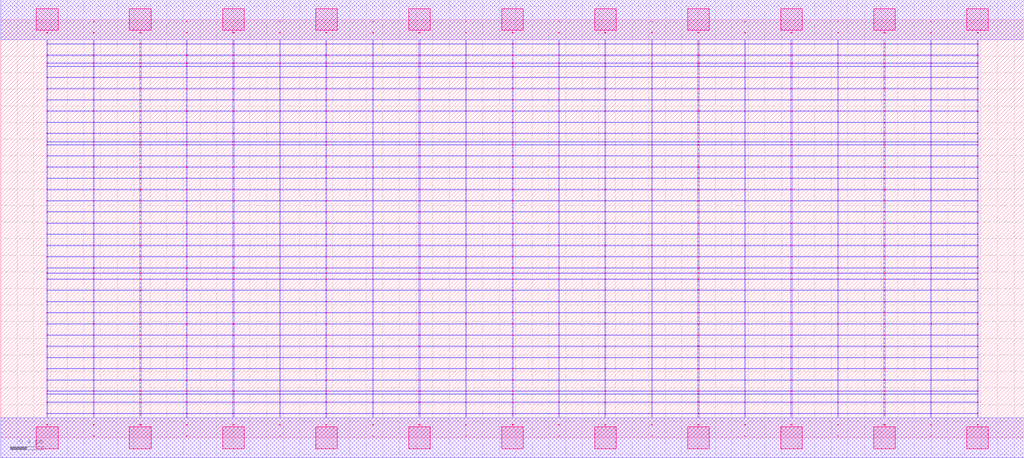
<source format=lef>
MACRO OOAOOAOI22121_DEBUG
 CLASS CORE ;
 FOREIGN OOAOOAOI22121_DEBUG 0 0 ;
 SIZE 12.32 BY 5.04 ;
 ORIGIN 0 0 ;
 SYMMETRY X Y R90 ;
 SITE unit ;

 OBS
    LAYER polycont ;
     RECT 6.15600000 2.58300000 6.16900000 2.59100000 ;
     RECT 6.15600000 2.71800000 6.16900000 2.72600000 ;
     RECT 6.15600000 2.85300000 6.16900000 2.86100000 ;
     RECT 6.15600000 2.98800000 6.16900000 2.99600000 ;
     RECT 8.39100000 2.58300000 8.40900000 2.59100000 ;
     RECT 8.95600000 2.58300000 8.96400000 2.59100000 ;
     RECT 9.51100000 2.58300000 9.52900000 2.59100000 ;
     RECT 10.07600000 2.58300000 10.08400000 2.59100000 ;
     RECT 10.63100000 2.58300000 10.64900000 2.59100000 ;
     RECT 11.19600000 2.58300000 11.20400000 2.59100000 ;
     RECT 11.75600000 2.58300000 11.76900000 2.59100000 ;
     RECT 6.71600000 2.58300000 6.72400000 2.59100000 ;
     RECT 6.71600000 2.71800000 6.72400000 2.72600000 ;
     RECT 7.27100000 2.71800000 7.28400000 2.72600000 ;
     RECT 7.83600000 2.71800000 7.84400000 2.72600000 ;
     RECT 8.39100000 2.71800000 8.40900000 2.72600000 ;
     RECT 8.95600000 2.71800000 8.96400000 2.72600000 ;
     RECT 9.51100000 2.71800000 9.52900000 2.72600000 ;
     RECT 10.07600000 2.71800000 10.08400000 2.72600000 ;
     RECT 10.63100000 2.71800000 10.64900000 2.72600000 ;
     RECT 11.19600000 2.71800000 11.20400000 2.72600000 ;
     RECT 11.75600000 2.71800000 11.76900000 2.72600000 ;
     RECT 7.27100000 2.58300000 7.28400000 2.59100000 ;
     RECT 6.71600000 2.85300000 6.72400000 2.86100000 ;
     RECT 7.27100000 2.85300000 7.28400000 2.86100000 ;
     RECT 7.83600000 2.85300000 7.84400000 2.86100000 ;
     RECT 8.39100000 2.85300000 8.40900000 2.86100000 ;
     RECT 8.95600000 2.85300000 8.96400000 2.86100000 ;
     RECT 9.51100000 2.85300000 9.52900000 2.86100000 ;
     RECT 10.07600000 2.85300000 10.08400000 2.86100000 ;
     RECT 10.63100000 2.85300000 10.64900000 2.86100000 ;
     RECT 11.19600000 2.85300000 11.20400000 2.86100000 ;
     RECT 11.75600000 2.85300000 11.76900000 2.86100000 ;
     RECT 7.83600000 2.58300000 7.84400000 2.59100000 ;
     RECT 6.71600000 2.98800000 6.72400000 2.99600000 ;
     RECT 7.27100000 2.98800000 7.28400000 2.99600000 ;
     RECT 7.83600000 2.98800000 7.84400000 2.99600000 ;
     RECT 8.39100000 2.98800000 8.40900000 2.99600000 ;
     RECT 8.95600000 2.98800000 8.96400000 2.99600000 ;
     RECT 9.51100000 2.98800000 9.52900000 2.99600000 ;
     RECT 10.07600000 2.98800000 10.08400000 2.99600000 ;
     RECT 10.63100000 2.98800000 10.64900000 2.99600000 ;
     RECT 11.19600000 2.98800000 11.20400000 2.99600000 ;
     RECT 11.75600000 2.98800000 11.76900000 2.99600000 ;
     RECT 6.71600000 3.12300000 6.72400000 3.13100000 ;
     RECT 6.71600000 3.25800000 6.72400000 3.26600000 ;
     RECT 6.71600000 3.39300000 6.72400000 3.40100000 ;
     RECT 6.71600000 3.52800000 6.72400000 3.53600000 ;
     RECT 6.71600000 3.56100000 6.72400000 3.56900000 ;
     RECT 6.71600000 3.66300000 6.72400000 3.67100000 ;
     RECT 6.71600000 3.79800000 6.72400000 3.80600000 ;
     RECT 6.71600000 3.93300000 6.72400000 3.94100000 ;
     RECT 6.71600000 4.06800000 6.72400000 4.07600000 ;
     RECT 6.71600000 4.20300000 6.72400000 4.21100000 ;
     RECT 6.71600000 4.33800000 6.72400000 4.34600000 ;
     RECT 6.71600000 4.47300000 6.72400000 4.48100000 ;
     RECT 6.71600000 4.51100000 6.72400000 4.51900000 ;
     RECT 6.71600000 4.60800000 6.72400000 4.61600000 ;
     RECT 6.71600000 4.74300000 6.72400000 4.75100000 ;
     RECT 6.71600000 4.87800000 6.72400000 4.88600000 ;
     RECT 5.59600000 2.71800000 5.60400000 2.72600000 ;
     RECT 1.11600000 2.58300000 1.12400000 2.59100000 ;
     RECT 1.67100000 2.58300000 1.68900000 2.59100000 ;
     RECT 0.55100000 2.98800000 0.56400000 2.99600000 ;
     RECT 1.11600000 2.98800000 1.12400000 2.99600000 ;
     RECT 1.67100000 2.98800000 1.68900000 2.99600000 ;
     RECT 2.23600000 2.98800000 2.24400000 2.99600000 ;
     RECT 2.79600000 2.98800000 2.80900000 2.99600000 ;
     RECT 3.35600000 2.98800000 3.36400000 2.99600000 ;
     RECT 3.91100000 2.98800000 3.92400000 2.99600000 ;
     RECT 4.47600000 2.98800000 4.48400000 2.99600000 ;
     RECT 5.03100000 2.98800000 5.04900000 2.99600000 ;
     RECT 5.59600000 2.98800000 5.60400000 2.99600000 ;
     RECT 2.23600000 2.58300000 2.24400000 2.59100000 ;
     RECT 2.79600000 2.58300000 2.80900000 2.59100000 ;
     RECT 3.35600000 2.58300000 3.36400000 2.59100000 ;
     RECT 3.91100000 2.58300000 3.92400000 2.59100000 ;
     RECT 4.47600000 2.58300000 4.48400000 2.59100000 ;
     RECT 5.03100000 2.58300000 5.04900000 2.59100000 ;
     RECT 5.59600000 2.58300000 5.60400000 2.59100000 ;
     RECT 0.55100000 2.58300000 0.56400000 2.59100000 ;
     RECT 0.55100000 2.71800000 0.56400000 2.72600000 ;
     RECT 0.55100000 2.85300000 0.56400000 2.86100000 ;
     RECT 1.11600000 2.85300000 1.12400000 2.86100000 ;
     RECT 3.35600000 3.12300000 3.36400000 3.13100000 ;
     RECT 1.67100000 2.85300000 1.68900000 2.86100000 ;
     RECT 3.35600000 3.25800000 3.36400000 3.26600000 ;
     RECT 2.23600000 2.85300000 2.24400000 2.86100000 ;
     RECT 3.35600000 3.39300000 3.36400000 3.40100000 ;
     RECT 2.79600000 2.85300000 2.80900000 2.86100000 ;
     RECT 3.35600000 3.52800000 3.36400000 3.53600000 ;
     RECT 3.35600000 2.85300000 3.36400000 2.86100000 ;
     RECT 3.35600000 3.56100000 3.36400000 3.56900000 ;
     RECT 3.91100000 2.85300000 3.92400000 2.86100000 ;
     RECT 3.35600000 3.66300000 3.36400000 3.67100000 ;
     RECT 4.47600000 2.85300000 4.48400000 2.86100000 ;
     RECT 3.35600000 3.79800000 3.36400000 3.80600000 ;
     RECT 5.03100000 2.85300000 5.04900000 2.86100000 ;
     RECT 3.35600000 3.93300000 3.36400000 3.94100000 ;
     RECT 5.59600000 2.85300000 5.60400000 2.86100000 ;
     RECT 3.35600000 4.06800000 3.36400000 4.07600000 ;
     RECT 1.11600000 2.71800000 1.12400000 2.72600000 ;
     RECT 3.35600000 4.20300000 3.36400000 4.21100000 ;
     RECT 1.67100000 2.71800000 1.68900000 2.72600000 ;
     RECT 3.35600000 4.33800000 3.36400000 4.34600000 ;
     RECT 2.23600000 2.71800000 2.24400000 2.72600000 ;
     RECT 3.35600000 4.47300000 3.36400000 4.48100000 ;
     RECT 2.79600000 2.71800000 2.80900000 2.72600000 ;
     RECT 3.35600000 4.51100000 3.36400000 4.51900000 ;
     RECT 3.35600000 2.71800000 3.36400000 2.72600000 ;
     RECT 3.35600000 4.60800000 3.36400000 4.61600000 ;
     RECT 3.91100000 2.71800000 3.92400000 2.72600000 ;
     RECT 3.35600000 4.74300000 3.36400000 4.75100000 ;
     RECT 4.47600000 2.71800000 4.48400000 2.72600000 ;
     RECT 3.35600000 4.87800000 3.36400000 4.88600000 ;
     RECT 5.03100000 2.71800000 5.04900000 2.72600000 ;
     RECT 2.23600000 2.04300000 2.24400000 2.05100000 ;
     RECT 2.23600000 2.17800000 2.24400000 2.18600000 ;
     RECT 2.23600000 2.31300000 2.24400000 2.32100000 ;
     RECT 2.23600000 2.44800000 2.24400000 2.45600000 ;
     RECT 2.23600000 0.15300000 2.24400000 0.16100000 ;
     RECT 2.23600000 0.28800000 2.24400000 0.29600000 ;
     RECT 2.23600000 0.42300000 2.24400000 0.43100000 ;
     RECT 2.23600000 0.52100000 2.24400000 0.52900000 ;
     RECT 2.23600000 0.55800000 2.24400000 0.56600000 ;
     RECT 2.23600000 0.69300000 2.24400000 0.70100000 ;
     RECT 2.23600000 0.82800000 2.24400000 0.83600000 ;
     RECT 2.23600000 0.96300000 2.24400000 0.97100000 ;
     RECT 2.23600000 1.09800000 2.24400000 1.10600000 ;
     RECT 2.23600000 1.23300000 2.24400000 1.24100000 ;
     RECT 2.23600000 1.36800000 2.24400000 1.37600000 ;
     RECT 2.23600000 1.50300000 2.24400000 1.51100000 ;
     RECT 2.23600000 1.63800000 2.24400000 1.64600000 ;
     RECT 2.23600000 1.77300000 2.24400000 1.78100000 ;
     RECT 2.23600000 1.90800000 2.24400000 1.91600000 ;
     RECT 2.23600000 1.98100000 2.24400000 1.98900000 ;
     RECT 11.75600000 2.31300000 11.76900000 2.32100000 ;
     RECT 11.19600000 0.82800000 11.20400000 0.83600000 ;
     RECT 11.19600000 2.44800000 11.20400000 2.45600000 ;
     RECT 11.75600000 2.44800000 11.76900000 2.45600000 ;
     RECT 11.75600000 0.82800000 11.76900000 0.83600000 ;
     RECT 11.19600000 0.42300000 11.20400000 0.43100000 ;
     RECT 11.19600000 0.96300000 11.20400000 0.97100000 ;
     RECT 11.75600000 0.96300000 11.76900000 0.97100000 ;
     RECT 11.75600000 0.42300000 11.76900000 0.43100000 ;
     RECT 11.19600000 1.09800000 11.20400000 1.10600000 ;
     RECT 11.75600000 1.09800000 11.76900000 1.10600000 ;
     RECT 11.19600000 0.15300000 11.20400000 0.16100000 ;
     RECT 11.19600000 1.23300000 11.20400000 1.24100000 ;
     RECT 11.75600000 1.23300000 11.76900000 1.24100000 ;
     RECT 11.19600000 0.52100000 11.20400000 0.52900000 ;
     RECT 11.19600000 1.36800000 11.20400000 1.37600000 ;
     RECT 11.75600000 1.36800000 11.76900000 1.37600000 ;
     RECT 11.75600000 0.52100000 11.76900000 0.52900000 ;
     RECT 11.19600000 1.50300000 11.20400000 1.51100000 ;
     RECT 11.75600000 1.50300000 11.76900000 1.51100000 ;
     RECT 11.19600000 0.28800000 11.20400000 0.29600000 ;
     RECT 11.19600000 1.63800000 11.20400000 1.64600000 ;
     RECT 11.75600000 1.63800000 11.76900000 1.64600000 ;
     RECT 11.19600000 0.55800000 11.20400000 0.56600000 ;
     RECT 11.19600000 1.77300000 11.20400000 1.78100000 ;
     RECT 11.75600000 1.77300000 11.76900000 1.78100000 ;
     RECT 11.75600000 0.55800000 11.76900000 0.56600000 ;
     RECT 11.19600000 1.90800000 11.20400000 1.91600000 ;
     RECT 11.75600000 1.90800000 11.76900000 1.91600000 ;
     RECT 11.75600000 0.28800000 11.76900000 0.29600000 ;
     RECT 11.19600000 1.98100000 11.20400000 1.98900000 ;
     RECT 11.75600000 1.98100000 11.76900000 1.98900000 ;
     RECT 11.19600000 0.69300000 11.20400000 0.70100000 ;
     RECT 11.19600000 2.04300000 11.20400000 2.05100000 ;
     RECT 11.75600000 2.04300000 11.76900000 2.05100000 ;
     RECT 11.75600000 0.69300000 11.76900000 0.70100000 ;
     RECT 11.19600000 2.17800000 11.20400000 2.18600000 ;
     RECT 11.75600000 2.17800000 11.76900000 2.18600000 ;
     RECT 11.75600000 0.15300000 11.76900000 0.16100000 ;
     RECT 11.19600000 2.31300000 11.20400000 2.32100000 ;

    LAYER pdiffc ;
     RECT 0.55100000 3.39300000 0.55900000 3.40100000 ;
     RECT 2.80100000 3.39300000 2.80900000 3.40100000 ;
     RECT 3.91100000 3.39300000 3.91900000 3.40100000 ;
     RECT 6.16100000 3.39300000 6.16900000 3.40100000 ;
     RECT 7.27100000 3.39300000 7.27900000 3.40100000 ;
     RECT 11.76100000 3.39300000 11.76900000 3.40100000 ;
     RECT 0.55100000 3.52800000 0.55900000 3.53600000 ;
     RECT 2.80100000 3.52800000 2.80900000 3.53600000 ;
     RECT 3.91100000 3.52800000 3.91900000 3.53600000 ;
     RECT 6.16100000 3.52800000 6.16900000 3.53600000 ;
     RECT 7.27100000 3.52800000 7.27900000 3.53600000 ;
     RECT 11.76100000 3.52800000 11.76900000 3.53600000 ;
     RECT 0.55100000 3.56100000 0.55900000 3.56900000 ;
     RECT 2.80100000 3.56100000 2.80900000 3.56900000 ;
     RECT 3.91100000 3.56100000 3.91900000 3.56900000 ;
     RECT 6.16100000 3.56100000 6.16900000 3.56900000 ;
     RECT 7.27100000 3.56100000 7.27900000 3.56900000 ;
     RECT 11.76100000 3.56100000 11.76900000 3.56900000 ;
     RECT 0.55100000 3.66300000 0.55900000 3.67100000 ;
     RECT 2.80100000 3.66300000 2.80900000 3.67100000 ;
     RECT 3.91100000 3.66300000 3.91900000 3.67100000 ;
     RECT 6.16100000 3.66300000 6.16900000 3.67100000 ;
     RECT 7.27100000 3.66300000 7.27900000 3.67100000 ;
     RECT 11.76100000 3.66300000 11.76900000 3.67100000 ;
     RECT 0.55100000 3.79800000 0.55900000 3.80600000 ;
     RECT 2.80100000 3.79800000 2.80900000 3.80600000 ;
     RECT 3.91100000 3.79800000 3.91900000 3.80600000 ;
     RECT 6.16100000 3.79800000 6.16900000 3.80600000 ;
     RECT 7.27100000 3.79800000 7.27900000 3.80600000 ;
     RECT 11.76100000 3.79800000 11.76900000 3.80600000 ;
     RECT 0.55100000 3.93300000 0.55900000 3.94100000 ;
     RECT 2.80100000 3.93300000 2.80900000 3.94100000 ;
     RECT 3.91100000 3.93300000 3.91900000 3.94100000 ;
     RECT 6.16100000 3.93300000 6.16900000 3.94100000 ;
     RECT 7.27100000 3.93300000 7.27900000 3.94100000 ;
     RECT 11.76100000 3.93300000 11.76900000 3.94100000 ;
     RECT 0.55100000 4.06800000 0.55900000 4.07600000 ;
     RECT 2.80100000 4.06800000 2.80900000 4.07600000 ;
     RECT 3.91100000 4.06800000 3.91900000 4.07600000 ;
     RECT 6.16100000 4.06800000 6.16900000 4.07600000 ;
     RECT 7.27100000 4.06800000 7.27900000 4.07600000 ;
     RECT 11.76100000 4.06800000 11.76900000 4.07600000 ;
     RECT 0.55100000 4.20300000 0.55900000 4.21100000 ;
     RECT 2.80100000 4.20300000 2.80900000 4.21100000 ;
     RECT 3.91100000 4.20300000 3.91900000 4.21100000 ;
     RECT 6.16100000 4.20300000 6.16900000 4.21100000 ;
     RECT 7.27100000 4.20300000 7.27900000 4.21100000 ;
     RECT 11.76100000 4.20300000 11.76900000 4.21100000 ;
     RECT 0.55100000 4.33800000 0.55900000 4.34600000 ;
     RECT 2.80100000 4.33800000 2.80900000 4.34600000 ;
     RECT 3.91100000 4.33800000 3.91900000 4.34600000 ;
     RECT 6.16100000 4.33800000 6.16900000 4.34600000 ;
     RECT 7.27100000 4.33800000 7.27900000 4.34600000 ;
     RECT 11.76100000 4.33800000 11.76900000 4.34600000 ;
     RECT 0.55100000 4.47300000 0.55900000 4.48100000 ;
     RECT 2.80100000 4.47300000 2.80900000 4.48100000 ;
     RECT 3.91100000 4.47300000 3.91900000 4.48100000 ;
     RECT 6.16100000 4.47300000 6.16900000 4.48100000 ;
     RECT 7.27100000 4.47300000 7.27900000 4.48100000 ;
     RECT 11.76100000 4.47300000 11.76900000 4.48100000 ;
     RECT 0.55100000 4.51100000 0.55900000 4.51900000 ;
     RECT 2.80100000 4.51100000 2.80900000 4.51900000 ;
     RECT 3.91100000 4.51100000 3.91900000 4.51900000 ;
     RECT 6.16100000 4.51100000 6.16900000 4.51900000 ;
     RECT 7.27100000 4.51100000 7.27900000 4.51900000 ;
     RECT 11.76100000 4.51100000 11.76900000 4.51900000 ;
     RECT 0.55100000 4.60800000 0.55900000 4.61600000 ;
     RECT 2.80100000 4.60800000 2.80900000 4.61600000 ;
     RECT 3.91100000 4.60800000 3.91900000 4.61600000 ;
     RECT 6.16100000 4.60800000 6.16900000 4.61600000 ;
     RECT 7.27100000 4.60800000 7.27900000 4.61600000 ;
     RECT 11.76100000 4.60800000 11.76900000 4.61600000 ;

    LAYER ndiffc ;
     RECT 6.15600000 0.42300000 6.16900000 0.43100000 ;
     RECT 7.27100000 0.42300000 7.28400000 0.43100000 ;
     RECT 8.39100000 0.42300000 8.40900000 0.43100000 ;
     RECT 9.51100000 0.42300000 9.52900000 0.43100000 ;
     RECT 10.63100000 0.42300000 10.64900000 0.43100000 ;
     RECT 6.15600000 0.52100000 6.16900000 0.52900000 ;
     RECT 7.27100000 0.52100000 7.28400000 0.52900000 ;
     RECT 8.39100000 0.52100000 8.40900000 0.52900000 ;
     RECT 9.51100000 0.52100000 9.52900000 0.52900000 ;
     RECT 10.63100000 0.52100000 10.64900000 0.52900000 ;
     RECT 6.15600000 0.55800000 6.16900000 0.56600000 ;
     RECT 7.27100000 0.55800000 7.28400000 0.56600000 ;
     RECT 8.39100000 0.55800000 8.40900000 0.56600000 ;
     RECT 9.51100000 0.55800000 9.52900000 0.56600000 ;
     RECT 10.63100000 0.55800000 10.64900000 0.56600000 ;
     RECT 6.15600000 0.69300000 6.16900000 0.70100000 ;
     RECT 7.27100000 0.69300000 7.28400000 0.70100000 ;
     RECT 8.39100000 0.69300000 8.40900000 0.70100000 ;
     RECT 9.51100000 0.69300000 9.52900000 0.70100000 ;
     RECT 10.63100000 0.69300000 10.64900000 0.70100000 ;
     RECT 6.15600000 0.82800000 6.16900000 0.83600000 ;
     RECT 7.27100000 0.82800000 7.28400000 0.83600000 ;
     RECT 8.39100000 0.82800000 8.40900000 0.83600000 ;
     RECT 9.51100000 0.82800000 9.52900000 0.83600000 ;
     RECT 10.63100000 0.82800000 10.64900000 0.83600000 ;
     RECT 6.15600000 0.96300000 6.16900000 0.97100000 ;
     RECT 7.27100000 0.96300000 7.28400000 0.97100000 ;
     RECT 8.39100000 0.96300000 8.40900000 0.97100000 ;
     RECT 9.51100000 0.96300000 9.52900000 0.97100000 ;
     RECT 10.63100000 0.96300000 10.64900000 0.97100000 ;
     RECT 6.15600000 1.09800000 6.16900000 1.10600000 ;
     RECT 7.27100000 1.09800000 7.28400000 1.10600000 ;
     RECT 8.39100000 1.09800000 8.40900000 1.10600000 ;
     RECT 9.51100000 1.09800000 9.52900000 1.10600000 ;
     RECT 10.63100000 1.09800000 10.64900000 1.10600000 ;
     RECT 6.15600000 1.23300000 6.16900000 1.24100000 ;
     RECT 7.27100000 1.23300000 7.28400000 1.24100000 ;
     RECT 8.39100000 1.23300000 8.40900000 1.24100000 ;
     RECT 9.51100000 1.23300000 9.52900000 1.24100000 ;
     RECT 10.63100000 1.23300000 10.64900000 1.24100000 ;
     RECT 6.15600000 1.36800000 6.16900000 1.37600000 ;
     RECT 7.27100000 1.36800000 7.28400000 1.37600000 ;
     RECT 8.39100000 1.36800000 8.40900000 1.37600000 ;
     RECT 9.51100000 1.36800000 9.52900000 1.37600000 ;
     RECT 10.63100000 1.36800000 10.64900000 1.37600000 ;
     RECT 6.15600000 1.50300000 6.16900000 1.51100000 ;
     RECT 7.27100000 1.50300000 7.28400000 1.51100000 ;
     RECT 8.39100000 1.50300000 8.40900000 1.51100000 ;
     RECT 9.51100000 1.50300000 9.52900000 1.51100000 ;
     RECT 10.63100000 1.50300000 10.64900000 1.51100000 ;
     RECT 6.15600000 1.63800000 6.16900000 1.64600000 ;
     RECT 7.27100000 1.63800000 7.28400000 1.64600000 ;
     RECT 8.39100000 1.63800000 8.40900000 1.64600000 ;
     RECT 9.51100000 1.63800000 9.52900000 1.64600000 ;
     RECT 10.63100000 1.63800000 10.64900000 1.64600000 ;
     RECT 6.15600000 1.77300000 6.16900000 1.78100000 ;
     RECT 7.27100000 1.77300000 7.28400000 1.78100000 ;
     RECT 8.39100000 1.77300000 8.40900000 1.78100000 ;
     RECT 9.51100000 1.77300000 9.52900000 1.78100000 ;
     RECT 10.63100000 1.77300000 10.64900000 1.78100000 ;
     RECT 6.15600000 1.90800000 6.16900000 1.91600000 ;
     RECT 7.27100000 1.90800000 7.28400000 1.91600000 ;
     RECT 8.39100000 1.90800000 8.40900000 1.91600000 ;
     RECT 9.51100000 1.90800000 9.52900000 1.91600000 ;
     RECT 10.63100000 1.90800000 10.64900000 1.91600000 ;
     RECT 6.15600000 1.98100000 6.16900000 1.98900000 ;
     RECT 7.27100000 1.98100000 7.28400000 1.98900000 ;
     RECT 8.39100000 1.98100000 8.40900000 1.98900000 ;
     RECT 9.51100000 1.98100000 9.52900000 1.98900000 ;
     RECT 10.63100000 1.98100000 10.64900000 1.98900000 ;
     RECT 6.15600000 2.04300000 6.16900000 2.05100000 ;
     RECT 7.27100000 2.04300000 7.28400000 2.05100000 ;
     RECT 8.39100000 2.04300000 8.40900000 2.05100000 ;
     RECT 9.51100000 2.04300000 9.52900000 2.05100000 ;
     RECT 10.63100000 2.04300000 10.64900000 2.05100000 ;
     RECT 0.55100000 0.42300000 0.56400000 0.43100000 ;
     RECT 1.67100000 0.42300000 1.68900000 0.43100000 ;
     RECT 2.79600000 0.42300000 2.80900000 0.43100000 ;
     RECT 3.91100000 0.42300000 3.92400000 0.43100000 ;
     RECT 5.03100000 0.42300000 5.04900000 0.43100000 ;
     RECT 0.55100000 1.36800000 0.56400000 1.37600000 ;
     RECT 1.67100000 1.36800000 1.68900000 1.37600000 ;
     RECT 2.79600000 1.36800000 2.80900000 1.37600000 ;
     RECT 3.91100000 1.36800000 3.92400000 1.37600000 ;
     RECT 5.03100000 1.36800000 5.04900000 1.37600000 ;
     RECT 0.55100000 0.82800000 0.56400000 0.83600000 ;
     RECT 1.67100000 0.82800000 1.68900000 0.83600000 ;
     RECT 2.79600000 0.82800000 2.80900000 0.83600000 ;
     RECT 3.91100000 0.82800000 3.92400000 0.83600000 ;
     RECT 5.03100000 0.82800000 5.04900000 0.83600000 ;
     RECT 0.55100000 1.50300000 0.56400000 1.51100000 ;
     RECT 1.67100000 1.50300000 1.68900000 1.51100000 ;
     RECT 2.79600000 1.50300000 2.80900000 1.51100000 ;
     RECT 3.91100000 1.50300000 3.92400000 1.51100000 ;
     RECT 5.03100000 1.50300000 5.04900000 1.51100000 ;
     RECT 0.55100000 0.55800000 0.56400000 0.56600000 ;
     RECT 1.67100000 0.55800000 1.68900000 0.56600000 ;
     RECT 2.79600000 0.55800000 2.80900000 0.56600000 ;
     RECT 3.91100000 0.55800000 3.92400000 0.56600000 ;
     RECT 5.03100000 0.55800000 5.04900000 0.56600000 ;
     RECT 0.55100000 1.63800000 0.56400000 1.64600000 ;
     RECT 1.67100000 1.63800000 1.68900000 1.64600000 ;
     RECT 2.79600000 1.63800000 2.80900000 1.64600000 ;
     RECT 3.91100000 1.63800000 3.92400000 1.64600000 ;
     RECT 5.03100000 1.63800000 5.04900000 1.64600000 ;
     RECT 0.55100000 0.96300000 0.56400000 0.97100000 ;
     RECT 1.67100000 0.96300000 1.68900000 0.97100000 ;
     RECT 2.79600000 0.96300000 2.80900000 0.97100000 ;
     RECT 3.91100000 0.96300000 3.92400000 0.97100000 ;
     RECT 5.03100000 0.96300000 5.04900000 0.97100000 ;
     RECT 0.55100000 1.77300000 0.56400000 1.78100000 ;
     RECT 1.67100000 1.77300000 1.68900000 1.78100000 ;
     RECT 2.79600000 1.77300000 2.80900000 1.78100000 ;
     RECT 3.91100000 1.77300000 3.92400000 1.78100000 ;
     RECT 5.03100000 1.77300000 5.04900000 1.78100000 ;
     RECT 0.55100000 0.52100000 0.56400000 0.52900000 ;
     RECT 1.67100000 0.52100000 1.68900000 0.52900000 ;
     RECT 2.79600000 0.52100000 2.80900000 0.52900000 ;
     RECT 3.91100000 0.52100000 3.92400000 0.52900000 ;
     RECT 5.03100000 0.52100000 5.04900000 0.52900000 ;
     RECT 0.55100000 1.90800000 0.56400000 1.91600000 ;
     RECT 1.67100000 1.90800000 1.68900000 1.91600000 ;
     RECT 2.79600000 1.90800000 2.80900000 1.91600000 ;
     RECT 3.91100000 1.90800000 3.92400000 1.91600000 ;
     RECT 5.03100000 1.90800000 5.04900000 1.91600000 ;
     RECT 0.55100000 1.09800000 0.56400000 1.10600000 ;
     RECT 1.67100000 1.09800000 1.68900000 1.10600000 ;
     RECT 2.79600000 1.09800000 2.80900000 1.10600000 ;
     RECT 3.91100000 1.09800000 3.92400000 1.10600000 ;
     RECT 5.03100000 1.09800000 5.04900000 1.10600000 ;
     RECT 0.55100000 1.98100000 0.56400000 1.98900000 ;
     RECT 1.67100000 1.98100000 1.68900000 1.98900000 ;
     RECT 2.79600000 1.98100000 2.80900000 1.98900000 ;
     RECT 3.91100000 1.98100000 3.92400000 1.98900000 ;
     RECT 5.03100000 1.98100000 5.04900000 1.98900000 ;
     RECT 0.55100000 0.69300000 0.56400000 0.70100000 ;
     RECT 1.67100000 0.69300000 1.68900000 0.70100000 ;
     RECT 2.79600000 0.69300000 2.80900000 0.70100000 ;
     RECT 3.91100000 0.69300000 3.92400000 0.70100000 ;
     RECT 5.03100000 0.69300000 5.04900000 0.70100000 ;
     RECT 0.55100000 2.04300000 0.56400000 2.05100000 ;
     RECT 1.67100000 2.04300000 1.68900000 2.05100000 ;
     RECT 2.79600000 2.04300000 2.80900000 2.05100000 ;
     RECT 3.91100000 2.04300000 3.92400000 2.05100000 ;
     RECT 5.03100000 2.04300000 5.04900000 2.05100000 ;
     RECT 0.55100000 1.23300000 0.56400000 1.24100000 ;
     RECT 1.67100000 1.23300000 1.68900000 1.24100000 ;
     RECT 2.79600000 1.23300000 2.80900000 1.24100000 ;
     RECT 3.91100000 1.23300000 3.92400000 1.24100000 ;
     RECT 5.03100000 1.23300000 5.04900000 1.24100000 ;

    LAYER met1 ;
     RECT 0.00000000 -0.24000000 12.32000000 0.24000000 ;
     RECT 6.15600000 0.24000000 6.16900000 0.28800000 ;
     RECT 0.55100000 0.28800000 11.76900000 0.29600000 ;
     RECT 6.15600000 0.29600000 6.16900000 0.42300000 ;
     RECT 0.55100000 0.42300000 11.76900000 0.43100000 ;
     RECT 6.15600000 0.43100000 6.16900000 0.52100000 ;
     RECT 0.55100000 0.52100000 11.76900000 0.52900000 ;
     RECT 6.15600000 0.52900000 6.16900000 0.55800000 ;
     RECT 0.55100000 0.55800000 11.76900000 0.56600000 ;
     RECT 6.15600000 0.56600000 6.16900000 0.69300000 ;
     RECT 0.55100000 0.69300000 11.76900000 0.70100000 ;
     RECT 6.15600000 0.70100000 6.16900000 0.82800000 ;
     RECT 0.55100000 0.82800000 11.76900000 0.83600000 ;
     RECT 6.15600000 0.83600000 6.16900000 0.96300000 ;
     RECT 0.55100000 0.96300000 11.76900000 0.97100000 ;
     RECT 6.15600000 0.97100000 6.16900000 1.09800000 ;
     RECT 0.55100000 1.09800000 11.76900000 1.10600000 ;
     RECT 6.15600000 1.10600000 6.16900000 1.23300000 ;
     RECT 0.55100000 1.23300000 11.76900000 1.24100000 ;
     RECT 6.15600000 1.24100000 6.16900000 1.36800000 ;
     RECT 0.55100000 1.36800000 11.76900000 1.37600000 ;
     RECT 6.15600000 1.37600000 6.16900000 1.50300000 ;
     RECT 0.55100000 1.50300000 11.76900000 1.51100000 ;
     RECT 6.15600000 1.51100000 6.16900000 1.63800000 ;
     RECT 0.55100000 1.63800000 11.76900000 1.64600000 ;
     RECT 6.15600000 1.64600000 6.16900000 1.77300000 ;
     RECT 0.55100000 1.77300000 11.76900000 1.78100000 ;
     RECT 6.15600000 1.78100000 6.16900000 1.90800000 ;
     RECT 0.55100000 1.90800000 11.76900000 1.91600000 ;
     RECT 6.15600000 1.91600000 6.16900000 1.98100000 ;
     RECT 0.55100000 1.98100000 11.76900000 1.98900000 ;
     RECT 6.15600000 1.98900000 6.16900000 2.04300000 ;
     RECT 0.55100000 2.04300000 11.76900000 2.05100000 ;
     RECT 6.15600000 2.05100000 6.16900000 2.17800000 ;
     RECT 0.55100000 2.17800000 11.76900000 2.18600000 ;
     RECT 6.15600000 2.18600000 6.16900000 2.31300000 ;
     RECT 0.55100000 2.31300000 11.76900000 2.32100000 ;
     RECT 6.15600000 2.32100000 6.16900000 2.44800000 ;
     RECT 0.55100000 2.44800000 11.76900000 2.45600000 ;
     RECT 0.55100000 2.45600000 0.56400000 2.58300000 ;
     RECT 1.11600000 2.45600000 1.12400000 2.58300000 ;
     RECT 1.67100000 2.45600000 1.68900000 2.58300000 ;
     RECT 2.23600000 2.45600000 2.24400000 2.58300000 ;
     RECT 2.79600000 2.45600000 2.80900000 2.58300000 ;
     RECT 3.35600000 2.45600000 3.36400000 2.58300000 ;
     RECT 3.91100000 2.45600000 3.92400000 2.58300000 ;
     RECT 4.47600000 2.45600000 4.48400000 2.58300000 ;
     RECT 5.03100000 2.45600000 5.04900000 2.58300000 ;
     RECT 5.59600000 2.45600000 5.60400000 2.58300000 ;
     RECT 6.15600000 2.45600000 6.16900000 2.58300000 ;
     RECT 6.71600000 2.45600000 6.72400000 2.58300000 ;
     RECT 7.27100000 2.45600000 7.28400000 2.58300000 ;
     RECT 7.83600000 2.45600000 7.84400000 2.58300000 ;
     RECT 8.39100000 2.45600000 8.40900000 2.58300000 ;
     RECT 8.95600000 2.45600000 8.96400000 2.58300000 ;
     RECT 9.51100000 2.45600000 9.52900000 2.58300000 ;
     RECT 10.07600000 2.45600000 10.08400000 2.58300000 ;
     RECT 10.63100000 2.45600000 10.64900000 2.58300000 ;
     RECT 11.19600000 2.45600000 11.20400000 2.58300000 ;
     RECT 11.75600000 2.45600000 11.76900000 2.58300000 ;
     RECT 0.55100000 2.58300000 11.76900000 2.59100000 ;
     RECT 6.15600000 2.59100000 6.16900000 2.71800000 ;
     RECT 0.55100000 2.71800000 11.76900000 2.72600000 ;
     RECT 6.15600000 2.72600000 6.16900000 2.85300000 ;
     RECT 0.55100000 2.85300000 11.76900000 2.86100000 ;
     RECT 6.15600000 2.86100000 6.16900000 2.98800000 ;
     RECT 0.55100000 2.98800000 11.76900000 2.99600000 ;
     RECT 6.15600000 2.99600000 6.16900000 3.12300000 ;
     RECT 0.55100000 3.12300000 11.76900000 3.13100000 ;
     RECT 6.15600000 3.13100000 6.16900000 3.25800000 ;
     RECT 0.55100000 3.25800000 11.76900000 3.26600000 ;
     RECT 6.15600000 3.26600000 6.16900000 3.39300000 ;
     RECT 0.55100000 3.39300000 11.76900000 3.40100000 ;
     RECT 6.15600000 3.40100000 6.16900000 3.52800000 ;
     RECT 0.55100000 3.52800000 11.76900000 3.53600000 ;
     RECT 6.15600000 3.53600000 6.16900000 3.56100000 ;
     RECT 0.55100000 3.56100000 11.76900000 3.56900000 ;
     RECT 6.15600000 3.56900000 6.16900000 3.66300000 ;
     RECT 0.55100000 3.66300000 11.76900000 3.67100000 ;
     RECT 6.15600000 3.67100000 6.16900000 3.79800000 ;
     RECT 0.55100000 3.79800000 11.76900000 3.80600000 ;
     RECT 6.15600000 3.80600000 6.16900000 3.93300000 ;
     RECT 0.55100000 3.93300000 11.76900000 3.94100000 ;
     RECT 6.15600000 3.94100000 6.16900000 4.06800000 ;
     RECT 0.55100000 4.06800000 11.76900000 4.07600000 ;
     RECT 6.15600000 4.07600000 6.16900000 4.20300000 ;
     RECT 0.55100000 4.20300000 11.76900000 4.21100000 ;
     RECT 6.15600000 4.21100000 6.16900000 4.33800000 ;
     RECT 0.55100000 4.33800000 11.76900000 4.34600000 ;
     RECT 6.15600000 4.34600000 6.16900000 4.47300000 ;
     RECT 0.55100000 4.47300000 11.76900000 4.48100000 ;
     RECT 6.15600000 4.48100000 6.16900000 4.51100000 ;
     RECT 0.55100000 4.51100000 11.76900000 4.51900000 ;
     RECT 6.15600000 4.51900000 6.16900000 4.60800000 ;
     RECT 0.55100000 4.60800000 11.76900000 4.61600000 ;
     RECT 6.15600000 4.61600000 6.16900000 4.74300000 ;
     RECT 0.55100000 4.74300000 11.76900000 4.75100000 ;
     RECT 6.15600000 4.75100000 6.16900000 4.80000000 ;
     RECT 0.00000000 4.80000000 12.32000000 5.28000000 ;
     RECT 6.71600000 3.80600000 6.72400000 3.93300000 ;
     RECT 7.27100000 3.80600000 7.28400000 3.93300000 ;
     RECT 7.83600000 3.80600000 7.84400000 3.93300000 ;
     RECT 8.39100000 3.80600000 8.40900000 3.93300000 ;
     RECT 8.95600000 3.80600000 8.96400000 3.93300000 ;
     RECT 9.51100000 3.80600000 9.52900000 3.93300000 ;
     RECT 10.07600000 3.80600000 10.08400000 3.93300000 ;
     RECT 10.63100000 3.80600000 10.64900000 3.93300000 ;
     RECT 11.19600000 3.80600000 11.20400000 3.93300000 ;
     RECT 11.75600000 3.80600000 11.76900000 3.93300000 ;
     RECT 9.51100000 3.94100000 9.52900000 4.06800000 ;
     RECT 10.07600000 3.94100000 10.08400000 4.06800000 ;
     RECT 10.63100000 3.94100000 10.64900000 4.06800000 ;
     RECT 11.19600000 3.94100000 11.20400000 4.06800000 ;
     RECT 11.75600000 3.94100000 11.76900000 4.06800000 ;
     RECT 9.51100000 4.07600000 9.52900000 4.20300000 ;
     RECT 10.07600000 4.07600000 10.08400000 4.20300000 ;
     RECT 10.63100000 4.07600000 10.64900000 4.20300000 ;
     RECT 11.19600000 4.07600000 11.20400000 4.20300000 ;
     RECT 11.75600000 4.07600000 11.76900000 4.20300000 ;
     RECT 9.51100000 4.21100000 9.52900000 4.33800000 ;
     RECT 10.07600000 4.21100000 10.08400000 4.33800000 ;
     RECT 10.63100000 4.21100000 10.64900000 4.33800000 ;
     RECT 11.19600000 4.21100000 11.20400000 4.33800000 ;
     RECT 11.75600000 4.21100000 11.76900000 4.33800000 ;
     RECT 9.51100000 4.34600000 9.52900000 4.47300000 ;
     RECT 10.07600000 4.34600000 10.08400000 4.47300000 ;
     RECT 10.63100000 4.34600000 10.64900000 4.47300000 ;
     RECT 11.19600000 4.34600000 11.20400000 4.47300000 ;
     RECT 11.75600000 4.34600000 11.76900000 4.47300000 ;
     RECT 9.51100000 4.48100000 9.52900000 4.51100000 ;
     RECT 10.07600000 4.48100000 10.08400000 4.51100000 ;
     RECT 10.63100000 4.48100000 10.64900000 4.51100000 ;
     RECT 11.19600000 4.48100000 11.20400000 4.51100000 ;
     RECT 11.75600000 4.48100000 11.76900000 4.51100000 ;
     RECT 9.51100000 4.51900000 9.52900000 4.60800000 ;
     RECT 10.07600000 4.51900000 10.08400000 4.60800000 ;
     RECT 10.63100000 4.51900000 10.64900000 4.60800000 ;
     RECT 11.19600000 4.51900000 11.20400000 4.60800000 ;
     RECT 11.75600000 4.51900000 11.76900000 4.60800000 ;
     RECT 9.51100000 4.61600000 9.52900000 4.74300000 ;
     RECT 10.07600000 4.61600000 10.08400000 4.74300000 ;
     RECT 10.63100000 4.61600000 10.64900000 4.74300000 ;
     RECT 11.19600000 4.61600000 11.20400000 4.74300000 ;
     RECT 11.75600000 4.61600000 11.76900000 4.74300000 ;
     RECT 9.51100000 4.75100000 9.52900000 4.80000000 ;
     RECT 10.07600000 4.75100000 10.08400000 4.80000000 ;
     RECT 10.63100000 4.75100000 10.64900000 4.80000000 ;
     RECT 11.19600000 4.75100000 11.20400000 4.80000000 ;
     RECT 11.75600000 4.75100000 11.76900000 4.80000000 ;
     RECT 6.71600000 4.48100000 6.72400000 4.51100000 ;
     RECT 7.27100000 4.48100000 7.28400000 4.51100000 ;
     RECT 7.83600000 4.48100000 7.84400000 4.51100000 ;
     RECT 8.39100000 4.48100000 8.40900000 4.51100000 ;
     RECT 8.95600000 4.48100000 8.96400000 4.51100000 ;
     RECT 6.71600000 4.21100000 6.72400000 4.33800000 ;
     RECT 7.27100000 4.21100000 7.28400000 4.33800000 ;
     RECT 7.83600000 4.21100000 7.84400000 4.33800000 ;
     RECT 8.39100000 4.21100000 8.40900000 4.33800000 ;
     RECT 8.95600000 4.21100000 8.96400000 4.33800000 ;
     RECT 6.71600000 4.51900000 6.72400000 4.60800000 ;
     RECT 7.27100000 4.51900000 7.28400000 4.60800000 ;
     RECT 7.83600000 4.51900000 7.84400000 4.60800000 ;
     RECT 8.39100000 4.51900000 8.40900000 4.60800000 ;
     RECT 8.95600000 4.51900000 8.96400000 4.60800000 ;
     RECT 6.71600000 4.07600000 6.72400000 4.20300000 ;
     RECT 7.27100000 4.07600000 7.28400000 4.20300000 ;
     RECT 7.83600000 4.07600000 7.84400000 4.20300000 ;
     RECT 8.39100000 4.07600000 8.40900000 4.20300000 ;
     RECT 8.95600000 4.07600000 8.96400000 4.20300000 ;
     RECT 6.71600000 4.61600000 6.72400000 4.74300000 ;
     RECT 7.27100000 4.61600000 7.28400000 4.74300000 ;
     RECT 7.83600000 4.61600000 7.84400000 4.74300000 ;
     RECT 8.39100000 4.61600000 8.40900000 4.74300000 ;
     RECT 8.95600000 4.61600000 8.96400000 4.74300000 ;
     RECT 6.71600000 4.34600000 6.72400000 4.47300000 ;
     RECT 7.27100000 4.34600000 7.28400000 4.47300000 ;
     RECT 7.83600000 4.34600000 7.84400000 4.47300000 ;
     RECT 8.39100000 4.34600000 8.40900000 4.47300000 ;
     RECT 8.95600000 4.34600000 8.96400000 4.47300000 ;
     RECT 6.71600000 4.75100000 6.72400000 4.80000000 ;
     RECT 7.27100000 4.75100000 7.28400000 4.80000000 ;
     RECT 7.83600000 4.75100000 7.84400000 4.80000000 ;
     RECT 8.39100000 4.75100000 8.40900000 4.80000000 ;
     RECT 8.95600000 4.75100000 8.96400000 4.80000000 ;
     RECT 6.71600000 3.94100000 6.72400000 4.06800000 ;
     RECT 7.27100000 3.94100000 7.28400000 4.06800000 ;
     RECT 7.83600000 3.94100000 7.84400000 4.06800000 ;
     RECT 8.39100000 3.94100000 8.40900000 4.06800000 ;
     RECT 8.95600000 3.94100000 8.96400000 4.06800000 ;
     RECT 8.39100000 2.99600000 8.40900000 3.12300000 ;
     RECT 8.95600000 2.99600000 8.96400000 3.12300000 ;
     RECT 6.71600000 3.13100000 6.72400000 3.25800000 ;
     RECT 7.27100000 3.13100000 7.28400000 3.25800000 ;
     RECT 7.83600000 3.13100000 7.84400000 3.25800000 ;
     RECT 8.39100000 3.13100000 8.40900000 3.25800000 ;
     RECT 8.95600000 3.13100000 8.96400000 3.25800000 ;
     RECT 8.95600000 2.86100000 8.96400000 2.98800000 ;
     RECT 6.71600000 3.26600000 6.72400000 3.39300000 ;
     RECT 7.27100000 3.26600000 7.28400000 3.39300000 ;
     RECT 7.83600000 3.26600000 7.84400000 3.39300000 ;
     RECT 8.39100000 3.26600000 8.40900000 3.39300000 ;
     RECT 8.95600000 3.26600000 8.96400000 3.39300000 ;
     RECT 6.71600000 2.59100000 6.72400000 2.71800000 ;
     RECT 7.27100000 2.59100000 7.28400000 2.71800000 ;
     RECT 6.71600000 3.40100000 6.72400000 3.52800000 ;
     RECT 7.27100000 3.40100000 7.28400000 3.52800000 ;
     RECT 7.83600000 3.40100000 7.84400000 3.52800000 ;
     RECT 8.39100000 3.40100000 8.40900000 3.52800000 ;
     RECT 7.83600000 2.59100000 7.84400000 2.71800000 ;
     RECT 8.39100000 2.59100000 8.40900000 2.71800000 ;
     RECT 8.95600000 3.40100000 8.96400000 3.52800000 ;
     RECT 6.71600000 2.72600000 6.72400000 2.85300000 ;
     RECT 7.27100000 2.72600000 7.28400000 2.85300000 ;
     RECT 6.71600000 3.53600000 6.72400000 3.56100000 ;
     RECT 7.27100000 3.53600000 7.28400000 3.56100000 ;
     RECT 7.83600000 3.53600000 7.84400000 3.56100000 ;
     RECT 8.39100000 3.53600000 8.40900000 3.56100000 ;
     RECT 8.95600000 3.53600000 8.96400000 3.56100000 ;
     RECT 7.83600000 2.72600000 7.84400000 2.85300000 ;
     RECT 8.39100000 2.72600000 8.40900000 2.85300000 ;
     RECT 6.71600000 2.86100000 6.72400000 2.98800000 ;
     RECT 7.27100000 2.86100000 7.28400000 2.98800000 ;
     RECT 6.71600000 3.56900000 6.72400000 3.66300000 ;
     RECT 7.27100000 3.56900000 7.28400000 3.66300000 ;
     RECT 7.83600000 3.56900000 7.84400000 3.66300000 ;
     RECT 8.39100000 3.56900000 8.40900000 3.66300000 ;
     RECT 8.95600000 3.56900000 8.96400000 3.66300000 ;
     RECT 8.95600000 2.59100000 8.96400000 2.71800000 ;
     RECT 8.95600000 2.72600000 8.96400000 2.85300000 ;
     RECT 6.71600000 3.67100000 6.72400000 3.79800000 ;
     RECT 7.27100000 3.67100000 7.28400000 3.79800000 ;
     RECT 7.83600000 3.67100000 7.84400000 3.79800000 ;
     RECT 8.39100000 3.67100000 8.40900000 3.79800000 ;
     RECT 7.83600000 2.86100000 7.84400000 2.98800000 ;
     RECT 8.39100000 2.86100000 8.40900000 2.98800000 ;
     RECT 8.95600000 3.67100000 8.96400000 3.79800000 ;
     RECT 7.27100000 2.99600000 7.28400000 3.12300000 ;
     RECT 7.83600000 2.99600000 7.84400000 3.12300000 ;
     RECT 6.71600000 2.99600000 6.72400000 3.12300000 ;
     RECT 9.51100000 3.53600000 9.52900000 3.56100000 ;
     RECT 10.07600000 3.53600000 10.08400000 3.56100000 ;
     RECT 9.51100000 2.86100000 9.52900000 2.98800000 ;
     RECT 10.63100000 3.53600000 10.64900000 3.56100000 ;
     RECT 11.19600000 3.53600000 11.20400000 3.56100000 ;
     RECT 11.75600000 3.53600000 11.76900000 3.56100000 ;
     RECT 9.51100000 3.26600000 9.52900000 3.39300000 ;
     RECT 10.07600000 3.26600000 10.08400000 3.39300000 ;
     RECT 10.63100000 3.26600000 10.64900000 3.39300000 ;
     RECT 11.19600000 3.26600000 11.20400000 3.39300000 ;
     RECT 11.75600000 3.26600000 11.76900000 3.39300000 ;
     RECT 11.19600000 2.99600000 11.20400000 3.12300000 ;
     RECT 11.75600000 2.99600000 11.76900000 3.12300000 ;
     RECT 10.07600000 2.86100000 10.08400000 2.98800000 ;
     RECT 10.63100000 2.86100000 10.64900000 2.98800000 ;
     RECT 9.51100000 3.56900000 9.52900000 3.66300000 ;
     RECT 10.07600000 3.56900000 10.08400000 3.66300000 ;
     RECT 10.63100000 3.56900000 10.64900000 3.66300000 ;
     RECT 11.19600000 3.56900000 11.20400000 3.66300000 ;
     RECT 11.75600000 3.56900000 11.76900000 3.66300000 ;
     RECT 9.51100000 3.13100000 9.52900000 3.25800000 ;
     RECT 9.51100000 2.72600000 9.52900000 2.85300000 ;
     RECT 10.07600000 3.13100000 10.08400000 3.25800000 ;
     RECT 10.63100000 3.13100000 10.64900000 3.25800000 ;
     RECT 11.19600000 3.13100000 11.20400000 3.25800000 ;
     RECT 11.19600000 2.86100000 11.20400000 2.98800000 ;
     RECT 11.75600000 2.86100000 11.76900000 2.98800000 ;
     RECT 11.75600000 3.13100000 11.76900000 3.25800000 ;
     RECT 9.51100000 3.40100000 9.52900000 3.52800000 ;
     RECT 9.51100000 3.67100000 9.52900000 3.79800000 ;
     RECT 10.07600000 3.67100000 10.08400000 3.79800000 ;
     RECT 10.63100000 3.67100000 10.64900000 3.79800000 ;
     RECT 11.19600000 3.67100000 11.20400000 3.79800000 ;
     RECT 11.75600000 3.67100000 11.76900000 3.79800000 ;
     RECT 10.07600000 2.72600000 10.08400000 2.85300000 ;
     RECT 10.63100000 2.72600000 10.64900000 2.85300000 ;
     RECT 10.07600000 3.40100000 10.08400000 3.52800000 ;
     RECT 10.63100000 3.40100000 10.64900000 3.52800000 ;
     RECT 9.51100000 2.59100000 9.52900000 2.71800000 ;
     RECT 11.19600000 3.40100000 11.20400000 3.52800000 ;
     RECT 11.75600000 3.40100000 11.76900000 3.52800000 ;
     RECT 11.19600000 2.59100000 11.20400000 2.71800000 ;
     RECT 11.75600000 2.59100000 11.76900000 2.71800000 ;
     RECT 10.07600000 2.59100000 10.08400000 2.71800000 ;
     RECT 10.63100000 2.59100000 10.64900000 2.71800000 ;
     RECT 9.51100000 2.99600000 9.52900000 3.12300000 ;
     RECT 10.07600000 2.99600000 10.08400000 3.12300000 ;
     RECT 11.19600000 2.72600000 11.20400000 2.85300000 ;
     RECT 11.75600000 2.72600000 11.76900000 2.85300000 ;
     RECT 10.63100000 2.99600000 10.64900000 3.12300000 ;
     RECT 5.03100000 3.80600000 5.04900000 3.93300000 ;
     RECT 5.59600000 3.80600000 5.60400000 3.93300000 ;
     RECT 0.55100000 3.80600000 0.56400000 3.93300000 ;
     RECT 1.11600000 3.80600000 1.12400000 3.93300000 ;
     RECT 1.67100000 3.80600000 1.68900000 3.93300000 ;
     RECT 2.23600000 3.80600000 2.24400000 3.93300000 ;
     RECT 2.79600000 3.80600000 2.80900000 3.93300000 ;
     RECT 3.35600000 3.80600000 3.36400000 3.93300000 ;
     RECT 3.91100000 3.80600000 3.92400000 3.93300000 ;
     RECT 4.47600000 3.80600000 4.48400000 3.93300000 ;
     RECT 5.03100000 4.07600000 5.04900000 4.20300000 ;
     RECT 5.59600000 4.07600000 5.60400000 4.20300000 ;
     RECT 3.35600000 4.21100000 3.36400000 4.33800000 ;
     RECT 3.91100000 4.21100000 3.92400000 4.33800000 ;
     RECT 4.47600000 4.21100000 4.48400000 4.33800000 ;
     RECT 5.03100000 4.21100000 5.04900000 4.33800000 ;
     RECT 5.59600000 4.21100000 5.60400000 4.33800000 ;
     RECT 3.35600000 4.34600000 3.36400000 4.47300000 ;
     RECT 3.91100000 4.34600000 3.92400000 4.47300000 ;
     RECT 4.47600000 4.34600000 4.48400000 4.47300000 ;
     RECT 5.03100000 4.34600000 5.04900000 4.47300000 ;
     RECT 5.59600000 4.34600000 5.60400000 4.47300000 ;
     RECT 3.35600000 4.48100000 3.36400000 4.51100000 ;
     RECT 3.91100000 4.48100000 3.92400000 4.51100000 ;
     RECT 4.47600000 4.48100000 4.48400000 4.51100000 ;
     RECT 5.03100000 4.48100000 5.04900000 4.51100000 ;
     RECT 5.59600000 4.48100000 5.60400000 4.51100000 ;
     RECT 3.35600000 4.51900000 3.36400000 4.60800000 ;
     RECT 3.91100000 4.51900000 3.92400000 4.60800000 ;
     RECT 4.47600000 4.51900000 4.48400000 4.60800000 ;
     RECT 5.03100000 4.51900000 5.04900000 4.60800000 ;
     RECT 5.59600000 4.51900000 5.60400000 4.60800000 ;
     RECT 3.35600000 4.61600000 3.36400000 4.74300000 ;
     RECT 3.91100000 4.61600000 3.92400000 4.74300000 ;
     RECT 4.47600000 4.61600000 4.48400000 4.74300000 ;
     RECT 5.03100000 4.61600000 5.04900000 4.74300000 ;
     RECT 5.59600000 4.61600000 5.60400000 4.74300000 ;
     RECT 3.35600000 4.75100000 3.36400000 4.80000000 ;
     RECT 3.91100000 4.75100000 3.92400000 4.80000000 ;
     RECT 4.47600000 4.75100000 4.48400000 4.80000000 ;
     RECT 5.03100000 4.75100000 5.04900000 4.80000000 ;
     RECT 5.59600000 4.75100000 5.60400000 4.80000000 ;
     RECT 3.35600000 3.94100000 3.36400000 4.06800000 ;
     RECT 3.91100000 3.94100000 3.92400000 4.06800000 ;
     RECT 4.47600000 3.94100000 4.48400000 4.06800000 ;
     RECT 5.03100000 3.94100000 5.04900000 4.06800000 ;
     RECT 5.59600000 3.94100000 5.60400000 4.06800000 ;
     RECT 3.35600000 4.07600000 3.36400000 4.20300000 ;
     RECT 3.91100000 4.07600000 3.92400000 4.20300000 ;
     RECT 4.47600000 4.07600000 4.48400000 4.20300000 ;
     RECT 2.23600000 4.21100000 2.24400000 4.33800000 ;
     RECT 2.79600000 4.21100000 2.80900000 4.33800000 ;
     RECT 0.55100000 4.51900000 0.56400000 4.60800000 ;
     RECT 1.11600000 4.51900000 1.12400000 4.60800000 ;
     RECT 1.67100000 4.51900000 1.68900000 4.60800000 ;
     RECT 2.23600000 4.51900000 2.24400000 4.60800000 ;
     RECT 2.79600000 4.51900000 2.80900000 4.60800000 ;
     RECT 0.55100000 4.07600000 0.56400000 4.20300000 ;
     RECT 1.11600000 4.07600000 1.12400000 4.20300000 ;
     RECT 1.67100000 4.07600000 1.68900000 4.20300000 ;
     RECT 2.23600000 4.07600000 2.24400000 4.20300000 ;
     RECT 2.79600000 4.07600000 2.80900000 4.20300000 ;
     RECT 0.55100000 4.61600000 0.56400000 4.74300000 ;
     RECT 1.11600000 4.61600000 1.12400000 4.74300000 ;
     RECT 1.67100000 4.61600000 1.68900000 4.74300000 ;
     RECT 2.23600000 4.61600000 2.24400000 4.74300000 ;
     RECT 2.79600000 4.61600000 2.80900000 4.74300000 ;
     RECT 0.55100000 4.34600000 0.56400000 4.47300000 ;
     RECT 1.11600000 4.34600000 1.12400000 4.47300000 ;
     RECT 1.67100000 4.34600000 1.68900000 4.47300000 ;
     RECT 2.23600000 4.34600000 2.24400000 4.47300000 ;
     RECT 2.79600000 4.34600000 2.80900000 4.47300000 ;
     RECT 0.55100000 4.75100000 0.56400000 4.80000000 ;
     RECT 1.11600000 4.75100000 1.12400000 4.80000000 ;
     RECT 1.67100000 4.75100000 1.68900000 4.80000000 ;
     RECT 2.23600000 4.75100000 2.24400000 4.80000000 ;
     RECT 2.79600000 4.75100000 2.80900000 4.80000000 ;
     RECT 0.55100000 3.94100000 0.56400000 4.06800000 ;
     RECT 1.11600000 3.94100000 1.12400000 4.06800000 ;
     RECT 1.67100000 3.94100000 1.68900000 4.06800000 ;
     RECT 2.23600000 3.94100000 2.24400000 4.06800000 ;
     RECT 2.79600000 3.94100000 2.80900000 4.06800000 ;
     RECT 0.55100000 4.48100000 0.56400000 4.51100000 ;
     RECT 1.11600000 4.48100000 1.12400000 4.51100000 ;
     RECT 1.67100000 4.48100000 1.68900000 4.51100000 ;
     RECT 2.23600000 4.48100000 2.24400000 4.51100000 ;
     RECT 2.79600000 4.48100000 2.80900000 4.51100000 ;
     RECT 0.55100000 4.21100000 0.56400000 4.33800000 ;
     RECT 1.11600000 4.21100000 1.12400000 4.33800000 ;
     RECT 1.67100000 4.21100000 1.68900000 4.33800000 ;
     RECT 2.79600000 3.53600000 2.80900000 3.56100000 ;
     RECT 0.55100000 2.86100000 0.56400000 2.98800000 ;
     RECT 1.11600000 2.86100000 1.12400000 2.98800000 ;
     RECT 1.67100000 2.86100000 1.68900000 2.98800000 ;
     RECT 2.23600000 2.86100000 2.24400000 2.98800000 ;
     RECT 2.23600000 2.59100000 2.24400000 2.71800000 ;
     RECT 0.55100000 3.40100000 0.56400000 3.52800000 ;
     RECT 1.11600000 3.40100000 1.12400000 3.52800000 ;
     RECT 0.55100000 2.59100000 0.56400000 2.71800000 ;
     RECT 1.67100000 2.72600000 1.68900000 2.85300000 ;
     RECT 2.23600000 2.72600000 2.24400000 2.85300000 ;
     RECT 2.79600000 2.72600000 2.80900000 2.85300000 ;
     RECT 0.55100000 3.67100000 0.56400000 3.79800000 ;
     RECT 1.11600000 3.67100000 1.12400000 3.79800000 ;
     RECT 1.67100000 3.67100000 1.68900000 3.79800000 ;
     RECT 2.23600000 3.67100000 2.24400000 3.79800000 ;
     RECT 2.79600000 3.67100000 2.80900000 3.79800000 ;
     RECT 1.11600000 2.59100000 1.12400000 2.71800000 ;
     RECT 0.55100000 2.72600000 0.56400000 2.85300000 ;
     RECT 1.11600000 2.72600000 1.12400000 2.85300000 ;
     RECT 0.55100000 3.53600000 0.56400000 3.56100000 ;
     RECT 1.11600000 3.53600000 1.12400000 3.56100000 ;
     RECT 1.67100000 3.40100000 1.68900000 3.52800000 ;
     RECT 0.55100000 3.13100000 0.56400000 3.25800000 ;
     RECT 1.11600000 3.13100000 1.12400000 3.25800000 ;
     RECT 1.67100000 3.13100000 1.68900000 3.25800000 ;
     RECT 2.23600000 3.13100000 2.24400000 3.25800000 ;
     RECT 0.55100000 3.26600000 0.56400000 3.39300000 ;
     RECT 1.11600000 3.26600000 1.12400000 3.39300000 ;
     RECT 1.67100000 3.26600000 1.68900000 3.39300000 ;
     RECT 2.23600000 3.26600000 2.24400000 3.39300000 ;
     RECT 2.79600000 3.26600000 2.80900000 3.39300000 ;
     RECT 2.79600000 3.13100000 2.80900000 3.25800000 ;
     RECT 0.55100000 3.56900000 0.56400000 3.66300000 ;
     RECT 1.11600000 3.56900000 1.12400000 3.66300000 ;
     RECT 1.67100000 3.56900000 1.68900000 3.66300000 ;
     RECT 2.23600000 3.56900000 2.24400000 3.66300000 ;
     RECT 2.23600000 3.40100000 2.24400000 3.52800000 ;
     RECT 2.79600000 3.40100000 2.80900000 3.52800000 ;
     RECT 2.79600000 2.59100000 2.80900000 2.71800000 ;
     RECT 0.55100000 2.99600000 0.56400000 3.12300000 ;
     RECT 1.11600000 2.99600000 1.12400000 3.12300000 ;
     RECT 1.67100000 2.99600000 1.68900000 3.12300000 ;
     RECT 2.23600000 2.99600000 2.24400000 3.12300000 ;
     RECT 2.79600000 2.99600000 2.80900000 3.12300000 ;
     RECT 1.67100000 2.59100000 1.68900000 2.71800000 ;
     RECT 1.67100000 3.53600000 1.68900000 3.56100000 ;
     RECT 2.79600000 3.56900000 2.80900000 3.66300000 ;
     RECT 2.79600000 2.86100000 2.80900000 2.98800000 ;
     RECT 2.23600000 3.53600000 2.24400000 3.56100000 ;
     RECT 5.59600000 2.72600000 5.60400000 2.85300000 ;
     RECT 5.03100000 2.72600000 5.04900000 2.85300000 ;
     RECT 3.35600000 3.40100000 3.36400000 3.52800000 ;
     RECT 3.91100000 3.40100000 3.92400000 3.52800000 ;
     RECT 4.47600000 3.40100000 4.48400000 3.52800000 ;
     RECT 3.35600000 3.67100000 3.36400000 3.79800000 ;
     RECT 5.03100000 3.40100000 5.04900000 3.52800000 ;
     RECT 5.59600000 3.40100000 5.60400000 3.52800000 ;
     RECT 3.91100000 2.99600000 3.92400000 3.12300000 ;
     RECT 5.03100000 2.99600000 5.04900000 3.12300000 ;
     RECT 5.59600000 2.99600000 5.60400000 3.12300000 ;
     RECT 3.91100000 2.59100000 3.92400000 2.71800000 ;
     RECT 3.35600000 3.56900000 3.36400000 3.66300000 ;
     RECT 3.91100000 3.56900000 3.92400000 3.66300000 ;
     RECT 4.47600000 3.56900000 4.48400000 3.66300000 ;
     RECT 5.03100000 3.56900000 5.04900000 3.66300000 ;
     RECT 3.91100000 3.67100000 3.92400000 3.79800000 ;
     RECT 4.47600000 3.67100000 4.48400000 3.79800000 ;
     RECT 5.03100000 3.67100000 5.04900000 3.79800000 ;
     RECT 5.59600000 3.67100000 5.60400000 3.79800000 ;
     RECT 3.91100000 2.72600000 3.92400000 2.85300000 ;
     RECT 4.47600000 2.72600000 4.48400000 2.85300000 ;
     RECT 5.59600000 3.56900000 5.60400000 3.66300000 ;
     RECT 5.03100000 3.13100000 5.04900000 3.25800000 ;
     RECT 5.59600000 3.13100000 5.60400000 3.25800000 ;
     RECT 4.47600000 2.59100000 4.48400000 2.71800000 ;
     RECT 3.35600000 2.86100000 3.36400000 2.98800000 ;
     RECT 3.35600000 3.26600000 3.36400000 3.39300000 ;
     RECT 3.91100000 2.86100000 3.92400000 2.98800000 ;
     RECT 4.47600000 2.86100000 4.48400000 2.98800000 ;
     RECT 5.03100000 2.59100000 5.04900000 2.71800000 ;
     RECT 5.59600000 2.59100000 5.60400000 2.71800000 ;
     RECT 4.47600000 2.99600000 4.48400000 3.12300000 ;
     RECT 3.35600000 2.99600000 3.36400000 3.12300000 ;
     RECT 3.35600000 3.53600000 3.36400000 3.56100000 ;
     RECT 3.91100000 3.53600000 3.92400000 3.56100000 ;
     RECT 3.35600000 3.13100000 3.36400000 3.25800000 ;
     RECT 3.91100000 3.13100000 3.92400000 3.25800000 ;
     RECT 3.91100000 3.26600000 3.92400000 3.39300000 ;
     RECT 4.47600000 3.26600000 4.48400000 3.39300000 ;
     RECT 5.03100000 3.26600000 5.04900000 3.39300000 ;
     RECT 5.59600000 3.26600000 5.60400000 3.39300000 ;
     RECT 4.47600000 3.13100000 4.48400000 3.25800000 ;
     RECT 4.47600000 3.53600000 4.48400000 3.56100000 ;
     RECT 5.03100000 2.86100000 5.04900000 2.98800000 ;
     RECT 5.59600000 2.86100000 5.60400000 2.98800000 ;
     RECT 5.03100000 3.53600000 5.04900000 3.56100000 ;
     RECT 5.59600000 3.53600000 5.60400000 3.56100000 ;
     RECT 3.35600000 2.59100000 3.36400000 2.71800000 ;
     RECT 3.35600000 2.72600000 3.36400000 2.85300000 ;
     RECT 1.67100000 1.10600000 1.68900000 1.23300000 ;
     RECT 2.23600000 1.10600000 2.24400000 1.23300000 ;
     RECT 2.79600000 1.10600000 2.80900000 1.23300000 ;
     RECT 3.35600000 1.10600000 3.36400000 1.23300000 ;
     RECT 3.91100000 1.10600000 3.92400000 1.23300000 ;
     RECT 4.47600000 1.10600000 4.48400000 1.23300000 ;
     RECT 5.03100000 1.10600000 5.04900000 1.23300000 ;
     RECT 5.59600000 1.10600000 5.60400000 1.23300000 ;
     RECT 0.55100000 1.10600000 0.56400000 1.23300000 ;
     RECT 1.11600000 1.10600000 1.12400000 1.23300000 ;
     RECT 4.47600000 1.24100000 4.48400000 1.36800000 ;
     RECT 5.03100000 1.24100000 5.04900000 1.36800000 ;
     RECT 5.59600000 1.24100000 5.60400000 1.36800000 ;
     RECT 3.35600000 1.37600000 3.36400000 1.50300000 ;
     RECT 3.91100000 1.37600000 3.92400000 1.50300000 ;
     RECT 4.47600000 1.37600000 4.48400000 1.50300000 ;
     RECT 5.03100000 1.37600000 5.04900000 1.50300000 ;
     RECT 5.59600000 1.37600000 5.60400000 1.50300000 ;
     RECT 3.35600000 1.51100000 3.36400000 1.63800000 ;
     RECT 3.91100000 1.51100000 3.92400000 1.63800000 ;
     RECT 4.47600000 1.51100000 4.48400000 1.63800000 ;
     RECT 5.03100000 1.51100000 5.04900000 1.63800000 ;
     RECT 5.59600000 1.51100000 5.60400000 1.63800000 ;
     RECT 3.35600000 1.64600000 3.36400000 1.77300000 ;
     RECT 3.91100000 1.64600000 3.92400000 1.77300000 ;
     RECT 4.47600000 1.64600000 4.48400000 1.77300000 ;
     RECT 5.03100000 1.64600000 5.04900000 1.77300000 ;
     RECT 5.59600000 1.64600000 5.60400000 1.77300000 ;
     RECT 3.35600000 1.78100000 3.36400000 1.90800000 ;
     RECT 3.91100000 1.78100000 3.92400000 1.90800000 ;
     RECT 4.47600000 1.78100000 4.48400000 1.90800000 ;
     RECT 5.03100000 1.78100000 5.04900000 1.90800000 ;
     RECT 5.59600000 1.78100000 5.60400000 1.90800000 ;
     RECT 3.35600000 1.91600000 3.36400000 1.98100000 ;
     RECT 3.91100000 1.91600000 3.92400000 1.98100000 ;
     RECT 4.47600000 1.91600000 4.48400000 1.98100000 ;
     RECT 5.03100000 1.91600000 5.04900000 1.98100000 ;
     RECT 5.59600000 1.91600000 5.60400000 1.98100000 ;
     RECT 3.35600000 1.98900000 3.36400000 2.04300000 ;
     RECT 3.91100000 1.98900000 3.92400000 2.04300000 ;
     RECT 4.47600000 1.98900000 4.48400000 2.04300000 ;
     RECT 5.03100000 1.98900000 5.04900000 2.04300000 ;
     RECT 5.59600000 1.98900000 5.60400000 2.04300000 ;
     RECT 3.35600000 2.05100000 3.36400000 2.17800000 ;
     RECT 3.91100000 2.05100000 3.92400000 2.17800000 ;
     RECT 4.47600000 2.05100000 4.48400000 2.17800000 ;
     RECT 5.03100000 2.05100000 5.04900000 2.17800000 ;
     RECT 5.59600000 2.05100000 5.60400000 2.17800000 ;
     RECT 3.35600000 2.18600000 3.36400000 2.31300000 ;
     RECT 3.91100000 2.18600000 3.92400000 2.31300000 ;
     RECT 4.47600000 2.18600000 4.48400000 2.31300000 ;
     RECT 5.03100000 2.18600000 5.04900000 2.31300000 ;
     RECT 5.59600000 2.18600000 5.60400000 2.31300000 ;
     RECT 3.35600000 2.32100000 3.36400000 2.44800000 ;
     RECT 3.91100000 2.32100000 3.92400000 2.44800000 ;
     RECT 4.47600000 2.32100000 4.48400000 2.44800000 ;
     RECT 5.03100000 2.32100000 5.04900000 2.44800000 ;
     RECT 5.59600000 2.32100000 5.60400000 2.44800000 ;
     RECT 3.35600000 1.24100000 3.36400000 1.36800000 ;
     RECT 3.91100000 1.24100000 3.92400000 1.36800000 ;
     RECT 1.67100000 1.91600000 1.68900000 1.98100000 ;
     RECT 2.23600000 1.91600000 2.24400000 1.98100000 ;
     RECT 2.79600000 1.91600000 2.80900000 1.98100000 ;
     RECT 0.55100000 1.37600000 0.56400000 1.50300000 ;
     RECT 1.11600000 1.37600000 1.12400000 1.50300000 ;
     RECT 1.67100000 1.37600000 1.68900000 1.50300000 ;
     RECT 2.23600000 1.37600000 2.24400000 1.50300000 ;
     RECT 2.79600000 1.37600000 2.80900000 1.50300000 ;
     RECT 0.55100000 1.98900000 0.56400000 2.04300000 ;
     RECT 1.11600000 1.98900000 1.12400000 2.04300000 ;
     RECT 1.67100000 1.98900000 1.68900000 2.04300000 ;
     RECT 2.23600000 1.98900000 2.24400000 2.04300000 ;
     RECT 2.79600000 1.98900000 2.80900000 2.04300000 ;
     RECT 0.55100000 1.64600000 0.56400000 1.77300000 ;
     RECT 1.11600000 1.64600000 1.12400000 1.77300000 ;
     RECT 1.67100000 1.64600000 1.68900000 1.77300000 ;
     RECT 2.23600000 1.64600000 2.24400000 1.77300000 ;
     RECT 2.79600000 1.64600000 2.80900000 1.77300000 ;
     RECT 0.55100000 2.05100000 0.56400000 2.17800000 ;
     RECT 1.11600000 2.05100000 1.12400000 2.17800000 ;
     RECT 1.67100000 2.05100000 1.68900000 2.17800000 ;
     RECT 2.23600000 2.05100000 2.24400000 2.17800000 ;
     RECT 2.79600000 2.05100000 2.80900000 2.17800000 ;
     RECT 0.55100000 1.24100000 0.56400000 1.36800000 ;
     RECT 1.11600000 1.24100000 1.12400000 1.36800000 ;
     RECT 1.67100000 1.24100000 1.68900000 1.36800000 ;
     RECT 2.23600000 1.24100000 2.24400000 1.36800000 ;
     RECT 2.79600000 1.24100000 2.80900000 1.36800000 ;
     RECT 0.55100000 2.18600000 0.56400000 2.31300000 ;
     RECT 1.11600000 2.18600000 1.12400000 2.31300000 ;
     RECT 1.67100000 2.18600000 1.68900000 2.31300000 ;
     RECT 2.23600000 2.18600000 2.24400000 2.31300000 ;
     RECT 2.79600000 2.18600000 2.80900000 2.31300000 ;
     RECT 0.55100000 1.78100000 0.56400000 1.90800000 ;
     RECT 1.11600000 1.78100000 1.12400000 1.90800000 ;
     RECT 1.67100000 1.78100000 1.68900000 1.90800000 ;
     RECT 2.23600000 1.78100000 2.24400000 1.90800000 ;
     RECT 2.79600000 1.78100000 2.80900000 1.90800000 ;
     RECT 0.55100000 2.32100000 0.56400000 2.44800000 ;
     RECT 1.11600000 2.32100000 1.12400000 2.44800000 ;
     RECT 1.67100000 2.32100000 1.68900000 2.44800000 ;
     RECT 2.23600000 2.32100000 2.24400000 2.44800000 ;
     RECT 2.79600000 2.32100000 2.80900000 2.44800000 ;
     RECT 0.55100000 1.51100000 0.56400000 1.63800000 ;
     RECT 1.11600000 1.51100000 1.12400000 1.63800000 ;
     RECT 1.67100000 1.51100000 1.68900000 1.63800000 ;
     RECT 2.23600000 1.51100000 2.24400000 1.63800000 ;
     RECT 2.79600000 1.51100000 2.80900000 1.63800000 ;
     RECT 0.55100000 1.91600000 0.56400000 1.98100000 ;
     RECT 1.11600000 1.91600000 1.12400000 1.98100000 ;
     RECT 1.11600000 0.43100000 1.12400000 0.52100000 ;
     RECT 1.67100000 0.43100000 1.68900000 0.52100000 ;
     RECT 2.23600000 0.43100000 2.24400000 0.52100000 ;
     RECT 1.67100000 0.24000000 1.68900000 0.28800000 ;
     RECT 2.23600000 0.24000000 2.24400000 0.28800000 ;
     RECT 2.79600000 0.24000000 2.80900000 0.28800000 ;
     RECT 2.79600000 0.29600000 2.80900000 0.42300000 ;
     RECT 0.55100000 0.52900000 0.56400000 0.55800000 ;
     RECT 1.11600000 0.52900000 1.12400000 0.55800000 ;
     RECT 1.67100000 0.52900000 1.68900000 0.55800000 ;
     RECT 2.23600000 0.52900000 2.24400000 0.55800000 ;
     RECT 2.79600000 0.52900000 2.80900000 0.55800000 ;
     RECT 0.55100000 0.56600000 0.56400000 0.69300000 ;
     RECT 1.11600000 0.56600000 1.12400000 0.69300000 ;
     RECT 1.67100000 0.56600000 1.68900000 0.69300000 ;
     RECT 2.23600000 0.56600000 2.24400000 0.69300000 ;
     RECT 2.79600000 0.56600000 2.80900000 0.69300000 ;
     RECT 0.55100000 0.70100000 0.56400000 0.82800000 ;
     RECT 1.11600000 0.70100000 1.12400000 0.82800000 ;
     RECT 1.67100000 0.70100000 1.68900000 0.82800000 ;
     RECT 2.23600000 0.70100000 2.24400000 0.82800000 ;
     RECT 2.79600000 0.70100000 2.80900000 0.82800000 ;
     RECT 0.55100000 0.24000000 0.56400000 0.28800000 ;
     RECT 1.11600000 0.24000000 1.12400000 0.28800000 ;
     RECT 0.55100000 0.83600000 0.56400000 0.96300000 ;
     RECT 1.11600000 0.83600000 1.12400000 0.96300000 ;
     RECT 1.67100000 0.83600000 1.68900000 0.96300000 ;
     RECT 2.23600000 0.83600000 2.24400000 0.96300000 ;
     RECT 2.79600000 0.83600000 2.80900000 0.96300000 ;
     RECT 0.55100000 0.29600000 0.56400000 0.42300000 ;
     RECT 1.11600000 0.29600000 1.12400000 0.42300000 ;
     RECT 0.55100000 0.97100000 0.56400000 1.09800000 ;
     RECT 1.11600000 0.97100000 1.12400000 1.09800000 ;
     RECT 1.67100000 0.97100000 1.68900000 1.09800000 ;
     RECT 2.23600000 0.97100000 2.24400000 1.09800000 ;
     RECT 2.79600000 0.97100000 2.80900000 1.09800000 ;
     RECT 1.67100000 0.29600000 1.68900000 0.42300000 ;
     RECT 2.23600000 0.29600000 2.24400000 0.42300000 ;
     RECT 2.79600000 0.43100000 2.80900000 0.52100000 ;
     RECT 0.55100000 0.43100000 0.56400000 0.52100000 ;
     RECT 5.03100000 0.24000000 5.04900000 0.28800000 ;
     RECT 5.59600000 0.24000000 5.60400000 0.28800000 ;
     RECT 3.35600000 0.29600000 3.36400000 0.42300000 ;
     RECT 3.35600000 0.24000000 3.36400000 0.28800000 ;
     RECT 5.03100000 0.29600000 5.04900000 0.42300000 ;
     RECT 5.59600000 0.29600000 5.60400000 0.42300000 ;
     RECT 3.91100000 0.29600000 3.92400000 0.42300000 ;
     RECT 3.35600000 0.70100000 3.36400000 0.82800000 ;
     RECT 3.91100000 0.70100000 3.92400000 0.82800000 ;
     RECT 4.47600000 0.70100000 4.48400000 0.82800000 ;
     RECT 5.03100000 0.70100000 5.04900000 0.82800000 ;
     RECT 5.59600000 0.70100000 5.60400000 0.82800000 ;
     RECT 3.91100000 0.43100000 3.92400000 0.52100000 ;
     RECT 3.35600000 0.52900000 3.36400000 0.55800000 ;
     RECT 3.91100000 0.52900000 3.92400000 0.55800000 ;
     RECT 4.47600000 0.52900000 4.48400000 0.55800000 ;
     RECT 5.03100000 0.52900000 5.04900000 0.55800000 ;
     RECT 5.59600000 0.52900000 5.60400000 0.55800000 ;
     RECT 3.91100000 0.24000000 3.92400000 0.28800000 ;
     RECT 3.35600000 0.83600000 3.36400000 0.96300000 ;
     RECT 3.91100000 0.83600000 3.92400000 0.96300000 ;
     RECT 4.47600000 0.83600000 4.48400000 0.96300000 ;
     RECT 5.03100000 0.83600000 5.04900000 0.96300000 ;
     RECT 5.59600000 0.83600000 5.60400000 0.96300000 ;
     RECT 4.47600000 0.24000000 4.48400000 0.28800000 ;
     RECT 4.47600000 0.43100000 4.48400000 0.52100000 ;
     RECT 4.47600000 0.29600000 4.48400000 0.42300000 ;
     RECT 3.35600000 0.43100000 3.36400000 0.52100000 ;
     RECT 5.03100000 0.43100000 5.04900000 0.52100000 ;
     RECT 5.59600000 0.43100000 5.60400000 0.52100000 ;
     RECT 3.35600000 0.56600000 3.36400000 0.69300000 ;
     RECT 3.35600000 0.97100000 3.36400000 1.09800000 ;
     RECT 3.91100000 0.97100000 3.92400000 1.09800000 ;
     RECT 4.47600000 0.97100000 4.48400000 1.09800000 ;
     RECT 5.03100000 0.97100000 5.04900000 1.09800000 ;
     RECT 5.59600000 0.97100000 5.60400000 1.09800000 ;
     RECT 3.91100000 0.56600000 3.92400000 0.69300000 ;
     RECT 4.47600000 0.56600000 4.48400000 0.69300000 ;
     RECT 5.03100000 0.56600000 5.04900000 0.69300000 ;
     RECT 5.59600000 0.56600000 5.60400000 0.69300000 ;
     RECT 6.71600000 1.10600000 6.72400000 1.23300000 ;
     RECT 7.27100000 1.10600000 7.28400000 1.23300000 ;
     RECT 7.83600000 1.10600000 7.84400000 1.23300000 ;
     RECT 8.39100000 1.10600000 8.40900000 1.23300000 ;
     RECT 8.95600000 1.10600000 8.96400000 1.23300000 ;
     RECT 9.51100000 1.10600000 9.52900000 1.23300000 ;
     RECT 10.07600000 1.10600000 10.08400000 1.23300000 ;
     RECT 10.63100000 1.10600000 10.64900000 1.23300000 ;
     RECT 11.19600000 1.10600000 11.20400000 1.23300000 ;
     RECT 11.75600000 1.10600000 11.76900000 1.23300000 ;
     RECT 9.51100000 1.78100000 9.52900000 1.90800000 ;
     RECT 10.07600000 1.78100000 10.08400000 1.90800000 ;
     RECT 10.63100000 1.78100000 10.64900000 1.90800000 ;
     RECT 11.19600000 1.78100000 11.20400000 1.90800000 ;
     RECT 9.51100000 1.98900000 9.52900000 2.04300000 ;
     RECT 10.07600000 1.98900000 10.08400000 2.04300000 ;
     RECT 10.63100000 1.98900000 10.64900000 2.04300000 ;
     RECT 11.19600000 1.98900000 11.20400000 2.04300000 ;
     RECT 11.75600000 1.98900000 11.76900000 2.04300000 ;
     RECT 11.75600000 1.78100000 11.76900000 1.90800000 ;
     RECT 9.51100000 1.91600000 9.52900000 1.98100000 ;
     RECT 10.07600000 1.91600000 10.08400000 1.98100000 ;
     RECT 10.63100000 1.91600000 10.64900000 1.98100000 ;
     RECT 11.19600000 1.91600000 11.20400000 1.98100000 ;
     RECT 11.75600000 1.91600000 11.76900000 1.98100000 ;
     RECT 9.51100000 2.05100000 9.52900000 2.17800000 ;
     RECT 10.07600000 2.05100000 10.08400000 2.17800000 ;
     RECT 10.63100000 2.05100000 10.64900000 2.17800000 ;
     RECT 11.19600000 2.05100000 11.20400000 2.17800000 ;
     RECT 11.75600000 2.05100000 11.76900000 2.17800000 ;
     RECT 9.51100000 1.24100000 9.52900000 1.36800000 ;
     RECT 9.51100000 2.18600000 9.52900000 2.31300000 ;
     RECT 10.07600000 2.18600000 10.08400000 2.31300000 ;
     RECT 10.63100000 2.18600000 10.64900000 2.31300000 ;
     RECT 11.19600000 2.18600000 11.20400000 2.31300000 ;
     RECT 11.75600000 2.18600000 11.76900000 2.31300000 ;
     RECT 10.07600000 1.24100000 10.08400000 1.36800000 ;
     RECT 10.63100000 1.24100000 10.64900000 1.36800000 ;
     RECT 11.19600000 1.24100000 11.20400000 1.36800000 ;
     RECT 11.75600000 1.24100000 11.76900000 1.36800000 ;
     RECT 9.51100000 2.32100000 9.52900000 2.44800000 ;
     RECT 10.07600000 2.32100000 10.08400000 2.44800000 ;
     RECT 10.63100000 2.32100000 10.64900000 2.44800000 ;
     RECT 11.19600000 2.32100000 11.20400000 2.44800000 ;
     RECT 11.75600000 2.32100000 11.76900000 2.44800000 ;
     RECT 9.51100000 1.37600000 9.52900000 1.50300000 ;
     RECT 10.07600000 1.37600000 10.08400000 1.50300000 ;
     RECT 10.63100000 1.37600000 10.64900000 1.50300000 ;
     RECT 11.19600000 1.37600000 11.20400000 1.50300000 ;
     RECT 11.75600000 1.37600000 11.76900000 1.50300000 ;
     RECT 9.51100000 1.51100000 9.52900000 1.63800000 ;
     RECT 10.07600000 1.51100000 10.08400000 1.63800000 ;
     RECT 10.63100000 1.51100000 10.64900000 1.63800000 ;
     RECT 11.19600000 1.51100000 11.20400000 1.63800000 ;
     RECT 11.75600000 1.51100000 11.76900000 1.63800000 ;
     RECT 9.51100000 1.64600000 9.52900000 1.77300000 ;
     RECT 10.07600000 1.64600000 10.08400000 1.77300000 ;
     RECT 10.63100000 1.64600000 10.64900000 1.77300000 ;
     RECT 11.19600000 1.64600000 11.20400000 1.77300000 ;
     RECT 11.75600000 1.64600000 11.76900000 1.77300000 ;
     RECT 8.95600000 2.18600000 8.96400000 2.31300000 ;
     RECT 7.27100000 1.78100000 7.28400000 1.90800000 ;
     RECT 7.83600000 1.78100000 7.84400000 1.90800000 ;
     RECT 8.39100000 1.78100000 8.40900000 1.90800000 ;
     RECT 8.95600000 1.78100000 8.96400000 1.90800000 ;
     RECT 6.71600000 1.91600000 6.72400000 1.98100000 ;
     RECT 7.27100000 1.91600000 7.28400000 1.98100000 ;
     RECT 7.83600000 1.91600000 7.84400000 1.98100000 ;
     RECT 8.39100000 1.91600000 8.40900000 1.98100000 ;
     RECT 6.71600000 1.98900000 6.72400000 2.04300000 ;
     RECT 6.71600000 2.32100000 6.72400000 2.44800000 ;
     RECT 7.27100000 2.32100000 7.28400000 2.44800000 ;
     RECT 7.83600000 2.32100000 7.84400000 2.44800000 ;
     RECT 8.39100000 2.32100000 8.40900000 2.44800000 ;
     RECT 8.95600000 2.32100000 8.96400000 2.44800000 ;
     RECT 6.71600000 2.05100000 6.72400000 2.17800000 ;
     RECT 7.27100000 2.05100000 7.28400000 2.17800000 ;
     RECT 7.83600000 2.05100000 7.84400000 2.17800000 ;
     RECT 8.39100000 2.05100000 8.40900000 2.17800000 ;
     RECT 8.95600000 2.05100000 8.96400000 2.17800000 ;
     RECT 6.71600000 1.37600000 6.72400000 1.50300000 ;
     RECT 7.27100000 1.37600000 7.28400000 1.50300000 ;
     RECT 7.83600000 1.37600000 7.84400000 1.50300000 ;
     RECT 8.39100000 1.37600000 8.40900000 1.50300000 ;
     RECT 8.95600000 1.37600000 8.96400000 1.50300000 ;
     RECT 7.27100000 1.98900000 7.28400000 2.04300000 ;
     RECT 7.83600000 1.98900000 7.84400000 2.04300000 ;
     RECT 8.39100000 1.98900000 8.40900000 2.04300000 ;
     RECT 8.95600000 1.98900000 8.96400000 2.04300000 ;
     RECT 8.95600000 1.91600000 8.96400000 1.98100000 ;
     RECT 6.71600000 1.51100000 6.72400000 1.63800000 ;
     RECT 7.27100000 1.51100000 7.28400000 1.63800000 ;
     RECT 7.83600000 1.51100000 7.84400000 1.63800000 ;
     RECT 8.39100000 1.51100000 8.40900000 1.63800000 ;
     RECT 8.95600000 1.51100000 8.96400000 1.63800000 ;
     RECT 6.71600000 1.24100000 6.72400000 1.36800000 ;
     RECT 7.27100000 1.24100000 7.28400000 1.36800000 ;
     RECT 7.83600000 1.24100000 7.84400000 1.36800000 ;
     RECT 8.39100000 1.24100000 8.40900000 1.36800000 ;
     RECT 8.95600000 1.24100000 8.96400000 1.36800000 ;
     RECT 6.71600000 1.64600000 6.72400000 1.77300000 ;
     RECT 7.27100000 1.64600000 7.28400000 1.77300000 ;
     RECT 7.83600000 1.64600000 7.84400000 1.77300000 ;
     RECT 8.39100000 1.64600000 8.40900000 1.77300000 ;
     RECT 8.95600000 1.64600000 8.96400000 1.77300000 ;
     RECT 6.71600000 1.78100000 6.72400000 1.90800000 ;
     RECT 6.71600000 2.18600000 6.72400000 2.31300000 ;
     RECT 7.27100000 2.18600000 7.28400000 2.31300000 ;
     RECT 7.83600000 2.18600000 7.84400000 2.31300000 ;
     RECT 8.39100000 2.18600000 8.40900000 2.31300000 ;
     RECT 7.27100000 0.97100000 7.28400000 1.09800000 ;
     RECT 6.71600000 0.24000000 6.72400000 0.28800000 ;
     RECT 7.27100000 0.24000000 7.28400000 0.28800000 ;
     RECT 6.71600000 0.29600000 6.72400000 0.42300000 ;
     RECT 7.27100000 0.29600000 7.28400000 0.42300000 ;
     RECT 7.83600000 0.97100000 7.84400000 1.09800000 ;
     RECT 8.39100000 0.97100000 8.40900000 1.09800000 ;
     RECT 7.83600000 0.24000000 7.84400000 0.28800000 ;
     RECT 8.39100000 0.24000000 8.40900000 0.28800000 ;
     RECT 8.95600000 0.24000000 8.96400000 0.28800000 ;
     RECT 6.71600000 0.52900000 6.72400000 0.55800000 ;
     RECT 7.27100000 0.52900000 7.28400000 0.55800000 ;
     RECT 7.83600000 0.52900000 7.84400000 0.55800000 ;
     RECT 8.39100000 0.52900000 8.40900000 0.55800000 ;
     RECT 8.95600000 0.52900000 8.96400000 0.55800000 ;
     RECT 8.95600000 0.97100000 8.96400000 1.09800000 ;
     RECT 7.83600000 0.29600000 7.84400000 0.42300000 ;
     RECT 6.71600000 0.70100000 6.72400000 0.82800000 ;
     RECT 7.27100000 0.70100000 7.28400000 0.82800000 ;
     RECT 7.83600000 0.70100000 7.84400000 0.82800000 ;
     RECT 8.39100000 0.70100000 8.40900000 0.82800000 ;
     RECT 8.95600000 0.70100000 8.96400000 0.82800000 ;
     RECT 8.39100000 0.29600000 8.40900000 0.42300000 ;
     RECT 8.95600000 0.29600000 8.96400000 0.42300000 ;
     RECT 6.71600000 0.43100000 6.72400000 0.52100000 ;
     RECT 6.71600000 0.83600000 6.72400000 0.96300000 ;
     RECT 7.27100000 0.83600000 7.28400000 0.96300000 ;
     RECT 7.83600000 0.83600000 7.84400000 0.96300000 ;
     RECT 8.39100000 0.83600000 8.40900000 0.96300000 ;
     RECT 8.95600000 0.83600000 8.96400000 0.96300000 ;
     RECT 6.71600000 0.56600000 6.72400000 0.69300000 ;
     RECT 7.27100000 0.56600000 7.28400000 0.69300000 ;
     RECT 7.83600000 0.56600000 7.84400000 0.69300000 ;
     RECT 8.39100000 0.56600000 8.40900000 0.69300000 ;
     RECT 8.95600000 0.56600000 8.96400000 0.69300000 ;
     RECT 7.27100000 0.43100000 7.28400000 0.52100000 ;
     RECT 7.83600000 0.43100000 7.84400000 0.52100000 ;
     RECT 8.95600000 0.43100000 8.96400000 0.52100000 ;
     RECT 8.39100000 0.43100000 8.40900000 0.52100000 ;
     RECT 6.71600000 0.97100000 6.72400000 1.09800000 ;
     RECT 11.75600000 0.97100000 11.76900000 1.09800000 ;
     RECT 11.19600000 0.24000000 11.20400000 0.28800000 ;
     RECT 11.75600000 0.24000000 11.76900000 0.28800000 ;
     RECT 10.63100000 0.24000000 10.64900000 0.28800000 ;
     RECT 9.51100000 0.52900000 9.52900000 0.55800000 ;
     RECT 9.51100000 0.56600000 9.52900000 0.69300000 ;
     RECT 11.19600000 0.43100000 11.20400000 0.52100000 ;
     RECT 11.75600000 0.43100000 11.76900000 0.52100000 ;
     RECT 11.19600000 0.56600000 11.20400000 0.69300000 ;
     RECT 10.07600000 0.70100000 10.08400000 0.82800000 ;
     RECT 10.63100000 0.70100000 10.64900000 0.82800000 ;
     RECT 11.19600000 0.70100000 11.20400000 0.82800000 ;
     RECT 11.75600000 0.70100000 11.76900000 0.82800000 ;
     RECT 11.75600000 0.56600000 11.76900000 0.69300000 ;
     RECT 10.07600000 0.56600000 10.08400000 0.69300000 ;
     RECT 9.51100000 0.29600000 9.52900000 0.42300000 ;
     RECT 9.51100000 0.43100000 9.52900000 0.52100000 ;
     RECT 10.07600000 0.29600000 10.08400000 0.42300000 ;
     RECT 10.63100000 0.29600000 10.64900000 0.42300000 ;
     RECT 10.07600000 0.43100000 10.08400000 0.52100000 ;
     RECT 9.51100000 0.83600000 9.52900000 0.96300000 ;
     RECT 10.07600000 0.83600000 10.08400000 0.96300000 ;
     RECT 10.63100000 0.83600000 10.64900000 0.96300000 ;
     RECT 11.19600000 0.83600000 11.20400000 0.96300000 ;
     RECT 11.75600000 0.83600000 11.76900000 0.96300000 ;
     RECT 10.07600000 0.52900000 10.08400000 0.55800000 ;
     RECT 10.63100000 0.52900000 10.64900000 0.55800000 ;
     RECT 10.63100000 0.43100000 10.64900000 0.52100000 ;
     RECT 10.63100000 0.56600000 10.64900000 0.69300000 ;
     RECT 9.51100000 0.97100000 9.52900000 1.09800000 ;
     RECT 11.19600000 0.29600000 11.20400000 0.42300000 ;
     RECT 11.75600000 0.29600000 11.76900000 0.42300000 ;
     RECT 10.07600000 0.97100000 10.08400000 1.09800000 ;
     RECT 9.51100000 0.70100000 9.52900000 0.82800000 ;
     RECT 10.63100000 0.97100000 10.64900000 1.09800000 ;
     RECT 9.51100000 0.24000000 9.52900000 0.28800000 ;
     RECT 11.19600000 0.97100000 11.20400000 1.09800000 ;
     RECT 11.19600000 0.52900000 11.20400000 0.55800000 ;
     RECT 11.75600000 0.52900000 11.76900000 0.55800000 ;
     RECT 10.07600000 0.24000000 10.08400000 0.28800000 ;

    LAYER via1 ;
     RECT 6.03000000 -0.13000000 6.29000000 0.13000000 ;
     RECT 6.15600000 0.15300000 6.16900000 0.16100000 ;
     RECT 6.15600000 0.28800000 6.16900000 0.29600000 ;
     RECT 6.15600000 0.42300000 6.16900000 0.43100000 ;
     RECT 6.15600000 0.52100000 6.16900000 0.52900000 ;
     RECT 6.15600000 0.55800000 6.16900000 0.56600000 ;
     RECT 6.15600000 0.69300000 6.16900000 0.70100000 ;
     RECT 6.15600000 0.82800000 6.16900000 0.83600000 ;
     RECT 6.15600000 0.96300000 6.16900000 0.97100000 ;
     RECT 6.15600000 1.09800000 6.16900000 1.10600000 ;
     RECT 6.15600000 1.23300000 6.16900000 1.24100000 ;
     RECT 6.15600000 1.36800000 6.16900000 1.37600000 ;
     RECT 6.15600000 1.50300000 6.16900000 1.51100000 ;
     RECT 6.15600000 1.63800000 6.16900000 1.64600000 ;
     RECT 6.15600000 1.77300000 6.16900000 1.78100000 ;
     RECT 6.15600000 1.90800000 6.16900000 1.91600000 ;
     RECT 6.15600000 1.98100000 6.16900000 1.98900000 ;
     RECT 6.15600000 2.04300000 6.16900000 2.05100000 ;
     RECT 6.15600000 2.17800000 6.16900000 2.18600000 ;
     RECT 6.15600000 2.31300000 6.16900000 2.32100000 ;
     RECT 6.15600000 2.44800000 6.16900000 2.45600000 ;
     RECT 6.15600000 2.58300000 6.16900000 2.59100000 ;
     RECT 6.15600000 2.71800000 6.16900000 2.72600000 ;
     RECT 6.15600000 2.85300000 6.16900000 2.86100000 ;
     RECT 6.15600000 2.98800000 6.16900000 2.99600000 ;
     RECT 6.15600000 3.12300000 6.16900000 3.13100000 ;
     RECT 6.15600000 3.25800000 6.16900000 3.26600000 ;
     RECT 6.15600000 3.39300000 6.16900000 3.40100000 ;
     RECT 6.15600000 3.52800000 6.16900000 3.53600000 ;
     RECT 6.15600000 3.56100000 6.16900000 3.56900000 ;
     RECT 6.15600000 3.66300000 6.16900000 3.67100000 ;
     RECT 6.15600000 3.79800000 6.16900000 3.80600000 ;
     RECT 6.15600000 3.93300000 6.16900000 3.94100000 ;
     RECT 6.15600000 4.06800000 6.16900000 4.07600000 ;
     RECT 6.15600000 4.20300000 6.16900000 4.21100000 ;
     RECT 6.15600000 4.33800000 6.16900000 4.34600000 ;
     RECT 6.15600000 4.47300000 6.16900000 4.48100000 ;
     RECT 6.15600000 4.51100000 6.16900000 4.51900000 ;
     RECT 6.15600000 4.60800000 6.16900000 4.61600000 ;
     RECT 6.15600000 4.74300000 6.16900000 4.75100000 ;
     RECT 6.15600000 4.87800000 6.16900000 4.88600000 ;
     RECT 6.03000000 4.91000000 6.29000000 5.17000000 ;
     RECT 9.51100000 3.93300000 9.52900000 3.94100000 ;
     RECT 10.07600000 3.93300000 10.08400000 3.94100000 ;
     RECT 10.63100000 3.93300000 10.64900000 3.94100000 ;
     RECT 11.19600000 3.93300000 11.20400000 3.94100000 ;
     RECT 11.75600000 3.93300000 11.76900000 3.94100000 ;
     RECT 9.51100000 4.06800000 9.52900000 4.07600000 ;
     RECT 10.07600000 4.06800000 10.08400000 4.07600000 ;
     RECT 10.63100000 4.06800000 10.64900000 4.07600000 ;
     RECT 11.19600000 4.06800000 11.20400000 4.07600000 ;
     RECT 11.75600000 4.06800000 11.76900000 4.07600000 ;
     RECT 9.51100000 4.20300000 9.52900000 4.21100000 ;
     RECT 10.07600000 4.20300000 10.08400000 4.21100000 ;
     RECT 10.63100000 4.20300000 10.64900000 4.21100000 ;
     RECT 11.19600000 4.20300000 11.20400000 4.21100000 ;
     RECT 11.75600000 4.20300000 11.76900000 4.21100000 ;
     RECT 9.51100000 4.33800000 9.52900000 4.34600000 ;
     RECT 10.07600000 4.33800000 10.08400000 4.34600000 ;
     RECT 10.63100000 4.33800000 10.64900000 4.34600000 ;
     RECT 11.19600000 4.33800000 11.20400000 4.34600000 ;
     RECT 11.75600000 4.33800000 11.76900000 4.34600000 ;
     RECT 9.51100000 4.47300000 9.52900000 4.48100000 ;
     RECT 10.07600000 4.47300000 10.08400000 4.48100000 ;
     RECT 10.63100000 4.47300000 10.64900000 4.48100000 ;
     RECT 11.19600000 4.47300000 11.20400000 4.48100000 ;
     RECT 11.75600000 4.47300000 11.76900000 4.48100000 ;
     RECT 9.51100000 4.51100000 9.52900000 4.51900000 ;
     RECT 10.07600000 4.51100000 10.08400000 4.51900000 ;
     RECT 10.63100000 4.51100000 10.64900000 4.51900000 ;
     RECT 11.19600000 4.51100000 11.20400000 4.51900000 ;
     RECT 11.75600000 4.51100000 11.76900000 4.51900000 ;
     RECT 9.51100000 4.60800000 9.52900000 4.61600000 ;
     RECT 10.07600000 4.60800000 10.08400000 4.61600000 ;
     RECT 10.63100000 4.60800000 10.64900000 4.61600000 ;
     RECT 11.19600000 4.60800000 11.20400000 4.61600000 ;
     RECT 11.75600000 4.60800000 11.76900000 4.61600000 ;
     RECT 9.51100000 4.74300000 9.52900000 4.75100000 ;
     RECT 10.07600000 4.74300000 10.08400000 4.75100000 ;
     RECT 10.63100000 4.74300000 10.64900000 4.75100000 ;
     RECT 11.19600000 4.74300000 11.20400000 4.75100000 ;
     RECT 11.75600000 4.74300000 11.76900000 4.75100000 ;
     RECT 9.51100000 4.87800000 9.52900000 4.88600000 ;
     RECT 10.07600000 4.87800000 10.08400000 4.88600000 ;
     RECT 10.63100000 4.87800000 10.64900000 4.88600000 ;
     RECT 11.19600000 4.87800000 11.20400000 4.88600000 ;
     RECT 11.75600000 4.87800000 11.76900000 4.88600000 ;
     RECT 10.07600000 5.01300000 10.08400000 5.02100000 ;
     RECT 11.19600000 5.01300000 11.20400000 5.02100000 ;
     RECT 9.39000000 4.91000000 9.65000000 5.17000000 ;
     RECT 10.51000000 4.91000000 10.77000000 5.17000000 ;
     RECT 11.63000000 4.91000000 11.89000000 5.17000000 ;
     RECT 6.71600000 4.51100000 6.72400000 4.51900000 ;
     RECT 7.27100000 4.51100000 7.28400000 4.51900000 ;
     RECT 7.83600000 4.51100000 7.84400000 4.51900000 ;
     RECT 8.39100000 4.51100000 8.40900000 4.51900000 ;
     RECT 8.95600000 4.51100000 8.96400000 4.51900000 ;
     RECT 6.71600000 4.06800000 6.72400000 4.07600000 ;
     RECT 7.27100000 4.06800000 7.28400000 4.07600000 ;
     RECT 7.83600000 4.06800000 7.84400000 4.07600000 ;
     RECT 8.39100000 4.06800000 8.40900000 4.07600000 ;
     RECT 8.95600000 4.06800000 8.96400000 4.07600000 ;
     RECT 6.71600000 4.60800000 6.72400000 4.61600000 ;
     RECT 7.27100000 4.60800000 7.28400000 4.61600000 ;
     RECT 7.83600000 4.60800000 7.84400000 4.61600000 ;
     RECT 8.39100000 4.60800000 8.40900000 4.61600000 ;
     RECT 8.95600000 4.60800000 8.96400000 4.61600000 ;
     RECT 6.71600000 4.33800000 6.72400000 4.34600000 ;
     RECT 7.27100000 4.33800000 7.28400000 4.34600000 ;
     RECT 7.83600000 4.33800000 7.84400000 4.34600000 ;
     RECT 8.39100000 4.33800000 8.40900000 4.34600000 ;
     RECT 8.95600000 4.33800000 8.96400000 4.34600000 ;
     RECT 6.71600000 4.74300000 6.72400000 4.75100000 ;
     RECT 7.27100000 4.74300000 7.28400000 4.75100000 ;
     RECT 7.83600000 4.74300000 7.84400000 4.75100000 ;
     RECT 8.39100000 4.74300000 8.40900000 4.75100000 ;
     RECT 8.95600000 4.74300000 8.96400000 4.75100000 ;
     RECT 6.71600000 3.93300000 6.72400000 3.94100000 ;
     RECT 7.27100000 3.93300000 7.28400000 3.94100000 ;
     RECT 7.83600000 3.93300000 7.84400000 3.94100000 ;
     RECT 8.39100000 3.93300000 8.40900000 3.94100000 ;
     RECT 8.95600000 3.93300000 8.96400000 3.94100000 ;
     RECT 6.71600000 4.87800000 6.72400000 4.88600000 ;
     RECT 7.27100000 4.87800000 7.28400000 4.88600000 ;
     RECT 7.83600000 4.87800000 7.84400000 4.88600000 ;
     RECT 8.39100000 4.87800000 8.40900000 4.88600000 ;
     RECT 8.95600000 4.87800000 8.96400000 4.88600000 ;
     RECT 6.71600000 4.47300000 6.72400000 4.48100000 ;
     RECT 7.27100000 4.47300000 7.28400000 4.48100000 ;
     RECT 7.83600000 4.47300000 7.84400000 4.48100000 ;
     RECT 8.39100000 4.47300000 8.40900000 4.48100000 ;
     RECT 8.95600000 4.47300000 8.96400000 4.48100000 ;
     RECT 6.71600000 5.01300000 6.72400000 5.02100000 ;
     RECT 7.83600000 5.01300000 7.84400000 5.02100000 ;
     RECT 8.95600000 5.01300000 8.96400000 5.02100000 ;
     RECT 6.71600000 4.20300000 6.72400000 4.21100000 ;
     RECT 7.27100000 4.20300000 7.28400000 4.21100000 ;
     RECT 7.15000000 4.91000000 7.41000000 5.17000000 ;
     RECT 8.27000000 4.91000000 8.53000000 5.17000000 ;
     RECT 7.83600000 4.20300000 7.84400000 4.21100000 ;
     RECT 8.39100000 4.20300000 8.40900000 4.21100000 ;
     RECT 8.95600000 4.20300000 8.96400000 4.21100000 ;
     RECT 7.83600000 3.79800000 7.84400000 3.80600000 ;
     RECT 8.39100000 3.79800000 8.40900000 3.80600000 ;
     RECT 8.95600000 3.79800000 8.96400000 3.80600000 ;
     RECT 6.71600000 2.58300000 6.72400000 2.59100000 ;
     RECT 8.95600000 2.71800000 8.96400000 2.72600000 ;
     RECT 7.27100000 2.58300000 7.28400000 2.59100000 ;
     RECT 6.71600000 2.85300000 6.72400000 2.86100000 ;
     RECT 7.27100000 2.85300000 7.28400000 2.86100000 ;
     RECT 7.83600000 2.85300000 7.84400000 2.86100000 ;
     RECT 8.39100000 2.85300000 8.40900000 2.86100000 ;
     RECT 8.95600000 2.85300000 8.96400000 2.86100000 ;
     RECT 7.83600000 2.58300000 7.84400000 2.59100000 ;
     RECT 6.71600000 2.98800000 6.72400000 2.99600000 ;
     RECT 7.27100000 2.98800000 7.28400000 2.99600000 ;
     RECT 7.83600000 2.98800000 7.84400000 2.99600000 ;
     RECT 6.71600000 2.71800000 6.72400000 2.72600000 ;
     RECT 8.39100000 2.98800000 8.40900000 2.99600000 ;
     RECT 8.95600000 2.98800000 8.96400000 2.99600000 ;
     RECT 8.39100000 2.58300000 8.40900000 2.59100000 ;
     RECT 6.71600000 3.12300000 6.72400000 3.13100000 ;
     RECT 7.27100000 3.12300000 7.28400000 3.13100000 ;
     RECT 7.83600000 3.12300000 7.84400000 3.13100000 ;
     RECT 8.39100000 3.12300000 8.40900000 3.13100000 ;
     RECT 8.95600000 3.12300000 8.96400000 3.13100000 ;
     RECT 8.95600000 2.58300000 8.96400000 2.59100000 ;
     RECT 6.71600000 3.25800000 6.72400000 3.26600000 ;
     RECT 7.27100000 2.71800000 7.28400000 2.72600000 ;
     RECT 7.27100000 3.25800000 7.28400000 3.26600000 ;
     RECT 7.83600000 3.25800000 7.84400000 3.26600000 ;
     RECT 8.39100000 3.25800000 8.40900000 3.26600000 ;
     RECT 8.95600000 3.25800000 8.96400000 3.26600000 ;
     RECT 6.71600000 3.39300000 6.72400000 3.40100000 ;
     RECT 7.27100000 3.39300000 7.28400000 3.40100000 ;
     RECT 7.83600000 3.39300000 7.84400000 3.40100000 ;
     RECT 8.39100000 3.39300000 8.40900000 3.40100000 ;
     RECT 8.95600000 3.39300000 8.96400000 3.40100000 ;
     RECT 6.71600000 3.52800000 6.72400000 3.53600000 ;
     RECT 7.83600000 2.71800000 7.84400000 2.72600000 ;
     RECT 7.27100000 3.52800000 7.28400000 3.53600000 ;
     RECT 7.83600000 3.52800000 7.84400000 3.53600000 ;
     RECT 8.39100000 3.52800000 8.40900000 3.53600000 ;
     RECT 8.95600000 3.52800000 8.96400000 3.53600000 ;
     RECT 6.71600000 3.56100000 6.72400000 3.56900000 ;
     RECT 7.27100000 3.56100000 7.28400000 3.56900000 ;
     RECT 7.83600000 3.56100000 7.84400000 3.56900000 ;
     RECT 8.39100000 3.56100000 8.40900000 3.56900000 ;
     RECT 8.95600000 3.56100000 8.96400000 3.56900000 ;
     RECT 6.71600000 3.66300000 6.72400000 3.67100000 ;
     RECT 8.39100000 2.71800000 8.40900000 2.72600000 ;
     RECT 7.27100000 3.66300000 7.28400000 3.67100000 ;
     RECT 7.83600000 3.66300000 7.84400000 3.67100000 ;
     RECT 8.39100000 3.66300000 8.40900000 3.67100000 ;
     RECT 8.95600000 3.66300000 8.96400000 3.67100000 ;
     RECT 6.71600000 3.79800000 6.72400000 3.80600000 ;
     RECT 7.27100000 3.79800000 7.28400000 3.80600000 ;
     RECT 10.63100000 3.39300000 10.64900000 3.40100000 ;
     RECT 11.19600000 3.39300000 11.20400000 3.40100000 ;
     RECT 11.75600000 3.39300000 11.76900000 3.40100000 ;
     RECT 10.07600000 2.58300000 10.08400000 2.59100000 ;
     RECT 9.51100000 3.12300000 9.52900000 3.13100000 ;
     RECT 10.07600000 3.12300000 10.08400000 3.13100000 ;
     RECT 10.63100000 3.12300000 10.64900000 3.13100000 ;
     RECT 11.19600000 3.12300000 11.20400000 3.13100000 ;
     RECT 11.75600000 3.12300000 11.76900000 3.13100000 ;
     RECT 9.51100000 3.52800000 9.52900000 3.53600000 ;
     RECT 10.07600000 3.52800000 10.08400000 3.53600000 ;
     RECT 9.51100000 2.71800000 9.52900000 2.72600000 ;
     RECT 10.63100000 3.52800000 10.64900000 3.53600000 ;
     RECT 11.19600000 3.52800000 11.20400000 3.53600000 ;
     RECT 11.75600000 3.52800000 11.76900000 3.53600000 ;
     RECT 10.63100000 2.58300000 10.64900000 2.59100000 ;
     RECT 9.51100000 2.98800000 9.52900000 2.99600000 ;
     RECT 10.07600000 2.98800000 10.08400000 2.99600000 ;
     RECT 10.63100000 2.98800000 10.64900000 2.99600000 ;
     RECT 11.19600000 2.98800000 11.20400000 2.99600000 ;
     RECT 11.75600000 2.98800000 11.76900000 2.99600000 ;
     RECT 9.51100000 3.56100000 9.52900000 3.56900000 ;
     RECT 10.07600000 2.71800000 10.08400000 2.72600000 ;
     RECT 10.07600000 3.56100000 10.08400000 3.56900000 ;
     RECT 10.63100000 3.56100000 10.64900000 3.56900000 ;
     RECT 11.19600000 3.56100000 11.20400000 3.56900000 ;
     RECT 11.75600000 3.56100000 11.76900000 3.56900000 ;
     RECT 11.19600000 2.58300000 11.20400000 2.59100000 ;
     RECT 11.75600000 2.71800000 11.76900000 2.72600000 ;
     RECT 9.51100000 3.25800000 9.52900000 3.26600000 ;
     RECT 10.07600000 3.25800000 10.08400000 3.26600000 ;
     RECT 10.63100000 3.25800000 10.64900000 3.26600000 ;
     RECT 11.19600000 3.25800000 11.20400000 3.26600000 ;
     RECT 10.63100000 2.71800000 10.64900000 2.72600000 ;
     RECT 9.51100000 3.66300000 9.52900000 3.67100000 ;
     RECT 10.07600000 3.66300000 10.08400000 3.67100000 ;
     RECT 10.63100000 3.66300000 10.64900000 3.67100000 ;
     RECT 11.19600000 3.66300000 11.20400000 3.67100000 ;
     RECT 11.75600000 3.66300000 11.76900000 3.67100000 ;
     RECT 11.75600000 2.58300000 11.76900000 2.59100000 ;
     RECT 11.75600000 3.25800000 11.76900000 3.26600000 ;
     RECT 9.51100000 2.58300000 9.52900000 2.59100000 ;
     RECT 9.51100000 2.85300000 9.52900000 2.86100000 ;
     RECT 10.07600000 2.85300000 10.08400000 2.86100000 ;
     RECT 10.63100000 2.85300000 10.64900000 2.86100000 ;
     RECT 9.51100000 3.79800000 9.52900000 3.80600000 ;
     RECT 10.07600000 3.79800000 10.08400000 3.80600000 ;
     RECT 10.63100000 3.79800000 10.64900000 3.80600000 ;
     RECT 11.19600000 3.79800000 11.20400000 3.80600000 ;
     RECT 11.19600000 2.71800000 11.20400000 2.72600000 ;
     RECT 11.75600000 3.79800000 11.76900000 3.80600000 ;
     RECT 11.19600000 2.85300000 11.20400000 2.86100000 ;
     RECT 11.75600000 2.85300000 11.76900000 2.86100000 ;
     RECT 9.51100000 3.39300000 9.52900000 3.40100000 ;
     RECT 10.07600000 3.39300000 10.08400000 3.40100000 ;
     RECT 3.35600000 3.93300000 3.36400000 3.94100000 ;
     RECT 3.91100000 3.93300000 3.92400000 3.94100000 ;
     RECT 4.47600000 3.93300000 4.48400000 3.94100000 ;
     RECT 5.03100000 3.93300000 5.04900000 3.94100000 ;
     RECT 5.59600000 3.93300000 5.60400000 3.94100000 ;
     RECT 3.35600000 4.06800000 3.36400000 4.07600000 ;
     RECT 3.91100000 4.06800000 3.92400000 4.07600000 ;
     RECT 4.47600000 4.06800000 4.48400000 4.07600000 ;
     RECT 5.03100000 4.06800000 5.04900000 4.07600000 ;
     RECT 5.59600000 4.06800000 5.60400000 4.07600000 ;
     RECT 3.35600000 4.20300000 3.36400000 4.21100000 ;
     RECT 3.91100000 4.20300000 3.92400000 4.21100000 ;
     RECT 4.47600000 4.20300000 4.48400000 4.21100000 ;
     RECT 5.03100000 4.20300000 5.04900000 4.21100000 ;
     RECT 5.59600000 4.20300000 5.60400000 4.21100000 ;
     RECT 3.35600000 4.33800000 3.36400000 4.34600000 ;
     RECT 3.91100000 4.33800000 3.92400000 4.34600000 ;
     RECT 4.47600000 4.33800000 4.48400000 4.34600000 ;
     RECT 5.03100000 4.33800000 5.04900000 4.34600000 ;
     RECT 5.59600000 4.33800000 5.60400000 4.34600000 ;
     RECT 3.35600000 4.47300000 3.36400000 4.48100000 ;
     RECT 3.91100000 4.47300000 3.92400000 4.48100000 ;
     RECT 4.47600000 4.47300000 4.48400000 4.48100000 ;
     RECT 5.03100000 4.47300000 5.04900000 4.48100000 ;
     RECT 5.59600000 4.47300000 5.60400000 4.48100000 ;
     RECT 3.35600000 4.51100000 3.36400000 4.51900000 ;
     RECT 3.91100000 4.51100000 3.92400000 4.51900000 ;
     RECT 4.47600000 4.51100000 4.48400000 4.51900000 ;
     RECT 5.03100000 4.51100000 5.04900000 4.51900000 ;
     RECT 5.59600000 4.51100000 5.60400000 4.51900000 ;
     RECT 3.35600000 4.60800000 3.36400000 4.61600000 ;
     RECT 3.91100000 4.60800000 3.92400000 4.61600000 ;
     RECT 4.47600000 4.60800000 4.48400000 4.61600000 ;
     RECT 5.03100000 4.60800000 5.04900000 4.61600000 ;
     RECT 5.59600000 4.60800000 5.60400000 4.61600000 ;
     RECT 3.35600000 4.74300000 3.36400000 4.75100000 ;
     RECT 3.91100000 4.74300000 3.92400000 4.75100000 ;
     RECT 4.47600000 4.74300000 4.48400000 4.75100000 ;
     RECT 5.03100000 4.74300000 5.04900000 4.75100000 ;
     RECT 5.59600000 4.74300000 5.60400000 4.75100000 ;
     RECT 3.35600000 4.87800000 3.36400000 4.88600000 ;
     RECT 3.91100000 4.87800000 3.92400000 4.88600000 ;
     RECT 4.47600000 4.87800000 4.48400000 4.88600000 ;
     RECT 5.03100000 4.87800000 5.04900000 4.88600000 ;
     RECT 5.59600000 4.87800000 5.60400000 4.88600000 ;
     RECT 3.35600000 5.01300000 3.36400000 5.02100000 ;
     RECT 4.47600000 5.01300000 4.48400000 5.02100000 ;
     RECT 5.59600000 5.01300000 5.60400000 5.02100000 ;
     RECT 3.79000000 4.91000000 4.05000000 5.17000000 ;
     RECT 4.91000000 4.91000000 5.17000000 5.17000000 ;
     RECT 0.55100000 4.51100000 0.56400000 4.51900000 ;
     RECT 1.11600000 4.51100000 1.12400000 4.51900000 ;
     RECT 1.67100000 4.51100000 1.68900000 4.51900000 ;
     RECT 2.23600000 4.51100000 2.24400000 4.51900000 ;
     RECT 2.79600000 4.51100000 2.80900000 4.51900000 ;
     RECT 0.55100000 4.06800000 0.56400000 4.07600000 ;
     RECT 1.11600000 4.06800000 1.12400000 4.07600000 ;
     RECT 1.67100000 4.06800000 1.68900000 4.07600000 ;
     RECT 2.23600000 4.06800000 2.24400000 4.07600000 ;
     RECT 2.79600000 4.06800000 2.80900000 4.07600000 ;
     RECT 0.55100000 4.60800000 0.56400000 4.61600000 ;
     RECT 1.11600000 4.60800000 1.12400000 4.61600000 ;
     RECT 1.67100000 4.60800000 1.68900000 4.61600000 ;
     RECT 2.23600000 4.60800000 2.24400000 4.61600000 ;
     RECT 2.79600000 4.60800000 2.80900000 4.61600000 ;
     RECT 0.55100000 4.33800000 0.56400000 4.34600000 ;
     RECT 1.11600000 4.33800000 1.12400000 4.34600000 ;
     RECT 1.67100000 4.33800000 1.68900000 4.34600000 ;
     RECT 2.23600000 4.33800000 2.24400000 4.34600000 ;
     RECT 2.79600000 4.33800000 2.80900000 4.34600000 ;
     RECT 0.55100000 4.74300000 0.56400000 4.75100000 ;
     RECT 1.11600000 4.74300000 1.12400000 4.75100000 ;
     RECT 1.67100000 4.74300000 1.68900000 4.75100000 ;
     RECT 2.23600000 4.74300000 2.24400000 4.75100000 ;
     RECT 2.79600000 4.74300000 2.80900000 4.75100000 ;
     RECT 0.55100000 3.93300000 0.56400000 3.94100000 ;
     RECT 1.11600000 3.93300000 1.12400000 3.94100000 ;
     RECT 1.67100000 3.93300000 1.68900000 3.94100000 ;
     RECT 2.23600000 3.93300000 2.24400000 3.94100000 ;
     RECT 2.79600000 3.93300000 2.80900000 3.94100000 ;
     RECT 0.55100000 4.87800000 0.56400000 4.88600000 ;
     RECT 1.11600000 4.87800000 1.12400000 4.88600000 ;
     RECT 1.67100000 4.87800000 1.68900000 4.88600000 ;
     RECT 2.23600000 4.87800000 2.24400000 4.88600000 ;
     RECT 2.79600000 4.87800000 2.80900000 4.88600000 ;
     RECT 0.55100000 4.47300000 0.56400000 4.48100000 ;
     RECT 1.11600000 4.47300000 1.12400000 4.48100000 ;
     RECT 1.67100000 4.47300000 1.68900000 4.48100000 ;
     RECT 2.23600000 4.47300000 2.24400000 4.48100000 ;
     RECT 2.79600000 4.47300000 2.80900000 4.48100000 ;
     RECT 1.11600000 5.01300000 1.12400000 5.02100000 ;
     RECT 2.23600000 5.01300000 2.24400000 5.02100000 ;
     RECT 0.55100000 4.20300000 0.56400000 4.21100000 ;
     RECT 1.11600000 4.20300000 1.12400000 4.21100000 ;
     RECT 1.67100000 4.20300000 1.68900000 4.21100000 ;
     RECT 0.43000000 4.91000000 0.69000000 5.17000000 ;
     RECT 1.55000000 4.91000000 1.81000000 5.17000000 ;
     RECT 2.67000000 4.91000000 2.93000000 5.17000000 ;
     RECT 2.23600000 4.20300000 2.24400000 4.21100000 ;
     RECT 2.79600000 4.20300000 2.80900000 4.21100000 ;
     RECT 2.23600000 3.39300000 2.24400000 3.40100000 ;
     RECT 2.79600000 3.39300000 2.80900000 3.40100000 ;
     RECT 2.23600000 2.58300000 2.24400000 2.59100000 ;
     RECT 2.79600000 2.58300000 2.80900000 2.59100000 ;
     RECT 0.55100000 3.52800000 0.56400000 3.53600000 ;
     RECT 1.11600000 3.52800000 1.12400000 3.53600000 ;
     RECT 0.55100000 3.66300000 0.56400000 3.67100000 ;
     RECT 1.11600000 3.66300000 1.12400000 3.67100000 ;
     RECT 1.67100000 3.66300000 1.68900000 3.67100000 ;
     RECT 2.23600000 3.66300000 2.24400000 3.67100000 ;
     RECT 2.79600000 3.66300000 2.80900000 3.67100000 ;
     RECT 1.67100000 3.52800000 1.68900000 3.53600000 ;
     RECT 2.23600000 3.52800000 2.24400000 3.53600000 ;
     RECT 2.79600000 3.52800000 2.80900000 3.53600000 ;
     RECT 2.23600000 2.98800000 2.24400000 2.99600000 ;
     RECT 1.11600000 3.12300000 1.12400000 3.13100000 ;
     RECT 1.67100000 3.12300000 1.68900000 3.13100000 ;
     RECT 2.23600000 3.12300000 2.24400000 3.13100000 ;
     RECT 0.55100000 3.56100000 0.56400000 3.56900000 ;
     RECT 1.11600000 3.56100000 1.12400000 3.56900000 ;
     RECT 1.67100000 3.56100000 1.68900000 3.56900000 ;
     RECT 1.11600000 2.71800000 1.12400000 2.72600000 ;
     RECT 1.67100000 2.71800000 1.68900000 2.72600000 ;
     RECT 2.23600000 2.71800000 2.24400000 2.72600000 ;
     RECT 0.55100000 3.25800000 0.56400000 3.26600000 ;
     RECT 1.11600000 3.25800000 1.12400000 3.26600000 ;
     RECT 1.67100000 3.25800000 1.68900000 3.26600000 ;
     RECT 2.23600000 3.25800000 2.24400000 3.26600000 ;
     RECT 2.23600000 3.56100000 2.24400000 3.56900000 ;
     RECT 2.79600000 3.56100000 2.80900000 3.56900000 ;
     RECT 2.79600000 2.98800000 2.80900000 2.99600000 ;
     RECT 1.11600000 2.58300000 1.12400000 2.59100000 ;
     RECT 1.67100000 2.58300000 1.68900000 2.59100000 ;
     RECT 0.55100000 2.98800000 0.56400000 2.99600000 ;
     RECT 1.11600000 2.98800000 1.12400000 2.99600000 ;
     RECT 1.67100000 2.98800000 1.68900000 2.99600000 ;
     RECT 0.55100000 3.39300000 0.56400000 3.40100000 ;
     RECT 1.11600000 3.39300000 1.12400000 3.40100000 ;
     RECT 2.79600000 3.25800000 2.80900000 3.26600000 ;
     RECT 0.55100000 3.79800000 0.56400000 3.80600000 ;
     RECT 1.11600000 3.79800000 1.12400000 3.80600000 ;
     RECT 1.67100000 3.79800000 1.68900000 3.80600000 ;
     RECT 2.23600000 3.79800000 2.24400000 3.80600000 ;
     RECT 2.79600000 3.79800000 2.80900000 3.80600000 ;
     RECT 1.67100000 3.39300000 1.68900000 3.40100000 ;
     RECT 0.55100000 2.58300000 0.56400000 2.59100000 ;
     RECT 2.79600000 3.12300000 2.80900000 3.13100000 ;
     RECT 1.67100000 2.85300000 1.68900000 2.86100000 ;
     RECT 2.23600000 2.85300000 2.24400000 2.86100000 ;
     RECT 2.79600000 2.85300000 2.80900000 2.86100000 ;
     RECT 0.55100000 2.71800000 0.56400000 2.72600000 ;
     RECT 0.55100000 2.85300000 0.56400000 2.86100000 ;
     RECT 1.11600000 2.85300000 1.12400000 2.86100000 ;
     RECT 0.55100000 3.12300000 0.56400000 3.13100000 ;
     RECT 2.79600000 2.71800000 2.80900000 2.72600000 ;
     RECT 3.91100000 3.12300000 3.92400000 3.13100000 ;
     RECT 4.47600000 3.12300000 4.48400000 3.13100000 ;
     RECT 5.59600000 3.66300000 5.60400000 3.67100000 ;
     RECT 4.47600000 2.85300000 4.48400000 2.86100000 ;
     RECT 5.03100000 2.85300000 5.04900000 2.86100000 ;
     RECT 5.59600000 2.85300000 5.60400000 2.86100000 ;
     RECT 5.03100000 3.12300000 5.04900000 3.13100000 ;
     RECT 5.59600000 3.12300000 5.60400000 3.13100000 ;
     RECT 4.47600000 3.52800000 4.48400000 3.53600000 ;
     RECT 5.03100000 3.52800000 5.04900000 3.53600000 ;
     RECT 5.59600000 3.52800000 5.60400000 3.53600000 ;
     RECT 4.47600000 2.58300000 4.48400000 2.59100000 ;
     RECT 5.03100000 2.58300000 5.04900000 2.59100000 ;
     RECT 5.59600000 2.58300000 5.60400000 2.59100000 ;
     RECT 3.35600000 2.98800000 3.36400000 2.99600000 ;
     RECT 3.91100000 2.98800000 3.92400000 2.99600000 ;
     RECT 3.35600000 3.52800000 3.36400000 3.53600000 ;
     RECT 3.35600000 3.56100000 3.36400000 3.56900000 ;
     RECT 3.91100000 3.56100000 3.92400000 3.56900000 ;
     RECT 4.47600000 3.56100000 4.48400000 3.56900000 ;
     RECT 3.91100000 3.52800000 3.92400000 3.53600000 ;
     RECT 3.35600000 2.85300000 3.36400000 2.86100000 ;
     RECT 3.91100000 2.85300000 3.92400000 2.86100000 ;
     RECT 4.47600000 2.98800000 4.48400000 2.99600000 ;
     RECT 5.03100000 2.98800000 5.04900000 2.99600000 ;
     RECT 5.59600000 2.98800000 5.60400000 2.99600000 ;
     RECT 4.47600000 3.39300000 4.48400000 3.40100000 ;
     RECT 5.03100000 3.39300000 5.04900000 3.40100000 ;
     RECT 3.35600000 3.66300000 3.36400000 3.67100000 ;
     RECT 3.35600000 3.79800000 3.36400000 3.80600000 ;
     RECT 3.91100000 3.79800000 3.92400000 3.80600000 ;
     RECT 4.47600000 3.79800000 4.48400000 3.80600000 ;
     RECT 5.03100000 3.79800000 5.04900000 3.80600000 ;
     RECT 5.59600000 3.79800000 5.60400000 3.80600000 ;
     RECT 3.91100000 3.66300000 3.92400000 3.67100000 ;
     RECT 4.47600000 3.66300000 4.48400000 3.67100000 ;
     RECT 5.03100000 3.66300000 5.04900000 3.67100000 ;
     RECT 3.35600000 2.58300000 3.36400000 2.59100000 ;
     RECT 3.91100000 2.58300000 3.92400000 2.59100000 ;
     RECT 3.35600000 3.25800000 3.36400000 3.26600000 ;
     RECT 3.91100000 3.25800000 3.92400000 3.26600000 ;
     RECT 4.47600000 3.25800000 4.48400000 3.26600000 ;
     RECT 5.03100000 3.25800000 5.04900000 3.26600000 ;
     RECT 5.59600000 3.25800000 5.60400000 3.26600000 ;
     RECT 5.59600000 3.39300000 5.60400000 3.40100000 ;
     RECT 3.35600000 3.39300000 3.36400000 3.40100000 ;
     RECT 5.03100000 3.56100000 5.04900000 3.56900000 ;
     RECT 5.59600000 3.56100000 5.60400000 3.56900000 ;
     RECT 3.91100000 3.39300000 3.92400000 3.40100000 ;
     RECT 3.35600000 3.12300000 3.36400000 3.13100000 ;
     RECT 3.35600000 2.71800000 3.36400000 2.72600000 ;
     RECT 3.91100000 2.71800000 3.92400000 2.72600000 ;
     RECT 4.47600000 2.71800000 4.48400000 2.72600000 ;
     RECT 5.03100000 2.71800000 5.04900000 2.72600000 ;
     RECT 5.59600000 2.71800000 5.60400000 2.72600000 ;
     RECT 3.35600000 1.23300000 3.36400000 1.24100000 ;
     RECT 3.91100000 1.23300000 3.92400000 1.24100000 ;
     RECT 4.47600000 1.23300000 4.48400000 1.24100000 ;
     RECT 5.03100000 1.23300000 5.04900000 1.24100000 ;
     RECT 5.59600000 1.23300000 5.60400000 1.24100000 ;
     RECT 3.35600000 1.36800000 3.36400000 1.37600000 ;
     RECT 3.91100000 1.36800000 3.92400000 1.37600000 ;
     RECT 4.47600000 1.36800000 4.48400000 1.37600000 ;
     RECT 5.03100000 1.36800000 5.04900000 1.37600000 ;
     RECT 5.59600000 1.36800000 5.60400000 1.37600000 ;
     RECT 3.35600000 1.50300000 3.36400000 1.51100000 ;
     RECT 3.91100000 1.50300000 3.92400000 1.51100000 ;
     RECT 4.47600000 1.50300000 4.48400000 1.51100000 ;
     RECT 5.03100000 1.50300000 5.04900000 1.51100000 ;
     RECT 5.59600000 1.50300000 5.60400000 1.51100000 ;
     RECT 3.35600000 1.63800000 3.36400000 1.64600000 ;
     RECT 3.91100000 1.63800000 3.92400000 1.64600000 ;
     RECT 4.47600000 1.63800000 4.48400000 1.64600000 ;
     RECT 5.03100000 1.63800000 5.04900000 1.64600000 ;
     RECT 5.59600000 1.63800000 5.60400000 1.64600000 ;
     RECT 3.35600000 1.77300000 3.36400000 1.78100000 ;
     RECT 3.91100000 1.77300000 3.92400000 1.78100000 ;
     RECT 4.47600000 1.77300000 4.48400000 1.78100000 ;
     RECT 5.03100000 1.77300000 5.04900000 1.78100000 ;
     RECT 5.59600000 1.77300000 5.60400000 1.78100000 ;
     RECT 3.35600000 1.90800000 3.36400000 1.91600000 ;
     RECT 3.91100000 1.90800000 3.92400000 1.91600000 ;
     RECT 4.47600000 1.90800000 4.48400000 1.91600000 ;
     RECT 5.03100000 1.90800000 5.04900000 1.91600000 ;
     RECT 5.59600000 1.90800000 5.60400000 1.91600000 ;
     RECT 3.35600000 1.98100000 3.36400000 1.98900000 ;
     RECT 3.91100000 1.98100000 3.92400000 1.98900000 ;
     RECT 4.47600000 1.98100000 4.48400000 1.98900000 ;
     RECT 5.03100000 1.98100000 5.04900000 1.98900000 ;
     RECT 5.59600000 1.98100000 5.60400000 1.98900000 ;
     RECT 3.35600000 2.04300000 3.36400000 2.05100000 ;
     RECT 3.91100000 2.04300000 3.92400000 2.05100000 ;
     RECT 4.47600000 2.04300000 4.48400000 2.05100000 ;
     RECT 5.03100000 2.04300000 5.04900000 2.05100000 ;
     RECT 5.59600000 2.04300000 5.60400000 2.05100000 ;
     RECT 3.35600000 2.17800000 3.36400000 2.18600000 ;
     RECT 3.91100000 2.17800000 3.92400000 2.18600000 ;
     RECT 4.47600000 2.17800000 4.48400000 2.18600000 ;
     RECT 5.03100000 2.17800000 5.04900000 2.18600000 ;
     RECT 5.59600000 2.17800000 5.60400000 2.18600000 ;
     RECT 3.35600000 2.31300000 3.36400000 2.32100000 ;
     RECT 3.91100000 2.31300000 3.92400000 2.32100000 ;
     RECT 4.47600000 2.31300000 4.48400000 2.32100000 ;
     RECT 5.03100000 2.31300000 5.04900000 2.32100000 ;
     RECT 5.59600000 2.31300000 5.60400000 2.32100000 ;
     RECT 3.35600000 2.44800000 3.36400000 2.45600000 ;
     RECT 3.91100000 2.44800000 3.92400000 2.45600000 ;
     RECT 4.47600000 2.44800000 4.48400000 2.45600000 ;
     RECT 5.03100000 2.44800000 5.04900000 2.45600000 ;
     RECT 5.59600000 2.44800000 5.60400000 2.45600000 ;
     RECT 0.55100000 1.36800000 0.56400000 1.37600000 ;
     RECT 1.11600000 1.36800000 1.12400000 1.37600000 ;
     RECT 1.67100000 1.36800000 1.68900000 1.37600000 ;
     RECT 2.23600000 1.36800000 2.24400000 1.37600000 ;
     RECT 2.79600000 1.36800000 2.80900000 1.37600000 ;
     RECT 0.55100000 1.98100000 0.56400000 1.98900000 ;
     RECT 1.11600000 1.98100000 1.12400000 1.98900000 ;
     RECT 1.67100000 1.98100000 1.68900000 1.98900000 ;
     RECT 2.23600000 1.98100000 2.24400000 1.98900000 ;
     RECT 2.79600000 1.98100000 2.80900000 1.98900000 ;
     RECT 0.55100000 1.63800000 0.56400000 1.64600000 ;
     RECT 1.11600000 1.63800000 1.12400000 1.64600000 ;
     RECT 1.67100000 1.63800000 1.68900000 1.64600000 ;
     RECT 2.23600000 1.63800000 2.24400000 1.64600000 ;
     RECT 2.79600000 1.63800000 2.80900000 1.64600000 ;
     RECT 0.55100000 2.04300000 0.56400000 2.05100000 ;
     RECT 1.11600000 2.04300000 1.12400000 2.05100000 ;
     RECT 1.67100000 2.04300000 1.68900000 2.05100000 ;
     RECT 2.23600000 2.04300000 2.24400000 2.05100000 ;
     RECT 2.79600000 2.04300000 2.80900000 2.05100000 ;
     RECT 0.55100000 1.23300000 0.56400000 1.24100000 ;
     RECT 1.11600000 1.23300000 1.12400000 1.24100000 ;
     RECT 1.67100000 1.23300000 1.68900000 1.24100000 ;
     RECT 2.23600000 1.23300000 2.24400000 1.24100000 ;
     RECT 2.79600000 1.23300000 2.80900000 1.24100000 ;
     RECT 0.55100000 2.17800000 0.56400000 2.18600000 ;
     RECT 1.11600000 2.17800000 1.12400000 2.18600000 ;
     RECT 1.67100000 2.17800000 1.68900000 2.18600000 ;
     RECT 2.23600000 2.17800000 2.24400000 2.18600000 ;
     RECT 2.79600000 2.17800000 2.80900000 2.18600000 ;
     RECT 0.55100000 1.77300000 0.56400000 1.78100000 ;
     RECT 1.11600000 1.77300000 1.12400000 1.78100000 ;
     RECT 1.67100000 1.77300000 1.68900000 1.78100000 ;
     RECT 2.23600000 1.77300000 2.24400000 1.78100000 ;
     RECT 2.79600000 1.77300000 2.80900000 1.78100000 ;
     RECT 0.55100000 2.31300000 0.56400000 2.32100000 ;
     RECT 1.11600000 2.31300000 1.12400000 2.32100000 ;
     RECT 1.67100000 2.31300000 1.68900000 2.32100000 ;
     RECT 2.23600000 2.31300000 2.24400000 2.32100000 ;
     RECT 2.79600000 2.31300000 2.80900000 2.32100000 ;
     RECT 0.55100000 1.50300000 0.56400000 1.51100000 ;
     RECT 1.11600000 1.50300000 1.12400000 1.51100000 ;
     RECT 1.67100000 1.50300000 1.68900000 1.51100000 ;
     RECT 2.23600000 1.50300000 2.24400000 1.51100000 ;
     RECT 2.79600000 1.50300000 2.80900000 1.51100000 ;
     RECT 0.55100000 2.44800000 0.56400000 2.45600000 ;
     RECT 1.11600000 2.44800000 1.12400000 2.45600000 ;
     RECT 1.67100000 2.44800000 1.68900000 2.45600000 ;
     RECT 2.23600000 2.44800000 2.24400000 2.45600000 ;
     RECT 2.79600000 2.44800000 2.80900000 2.45600000 ;
     RECT 0.55100000 1.90800000 0.56400000 1.91600000 ;
     RECT 1.11600000 1.90800000 1.12400000 1.91600000 ;
     RECT 1.67100000 1.90800000 1.68900000 1.91600000 ;
     RECT 2.23600000 1.90800000 2.24400000 1.91600000 ;
     RECT 2.79600000 1.90800000 2.80900000 1.91600000 ;
     RECT 1.67100000 0.52100000 1.68900000 0.52900000 ;
     RECT 2.23600000 0.52100000 2.24400000 0.52900000 ;
     RECT 2.79600000 0.52100000 2.80900000 0.52900000 ;
     RECT 0.55100000 0.55800000 0.56400000 0.56600000 ;
     RECT 1.11600000 0.55800000 1.12400000 0.56600000 ;
     RECT 1.67100000 0.15300000 1.68900000 0.16100000 ;
     RECT 1.67100000 0.55800000 1.68900000 0.56600000 ;
     RECT 2.23600000 0.55800000 2.24400000 0.56600000 ;
     RECT 2.79600000 0.55800000 2.80900000 0.56600000 ;
     RECT 1.11600000 0.01800000 1.12400000 0.02600000 ;
     RECT 0.43000000 -0.13000000 0.69000000 0.13000000 ;
     RECT 0.55100000 0.69300000 0.56400000 0.70100000 ;
     RECT 1.11600000 0.69300000 1.12400000 0.70100000 ;
     RECT 1.67100000 0.69300000 1.68900000 0.70100000 ;
     RECT 2.23600000 0.69300000 2.24400000 0.70100000 ;
     RECT 2.79600000 0.69300000 2.80900000 0.70100000 ;
     RECT 2.23600000 0.15300000 2.24400000 0.16100000 ;
     RECT 1.55000000 -0.13000000 1.81000000 0.13000000 ;
     RECT 0.55100000 0.82800000 0.56400000 0.83600000 ;
     RECT 1.11600000 0.82800000 1.12400000 0.83600000 ;
     RECT 1.67100000 0.82800000 1.68900000 0.83600000 ;
     RECT 0.55100000 0.15300000 0.56400000 0.16100000 ;
     RECT 2.23600000 0.82800000 2.24400000 0.83600000 ;
     RECT 2.79600000 0.82800000 2.80900000 0.83600000 ;
     RECT 2.67000000 -0.13000000 2.93000000 0.13000000 ;
     RECT 0.55100000 0.96300000 0.56400000 0.97100000 ;
     RECT 1.11600000 0.96300000 1.12400000 0.97100000 ;
     RECT 2.79600000 0.15300000 2.80900000 0.16100000 ;
     RECT 1.67100000 0.96300000 1.68900000 0.97100000 ;
     RECT 2.23600000 0.96300000 2.24400000 0.97100000 ;
     RECT 2.79600000 0.96300000 2.80900000 0.97100000 ;
     RECT 0.55100000 1.09800000 0.56400000 1.10600000 ;
     RECT 1.11600000 1.09800000 1.12400000 1.10600000 ;
     RECT 1.11600000 0.15300000 1.12400000 0.16100000 ;
     RECT 1.67100000 1.09800000 1.68900000 1.10600000 ;
     RECT 2.23600000 1.09800000 2.24400000 1.10600000 ;
     RECT 2.79600000 1.09800000 2.80900000 1.10600000 ;
     RECT 0.55100000 0.52100000 0.56400000 0.52900000 ;
     RECT 1.11600000 0.52100000 1.12400000 0.52900000 ;
     RECT 2.23600000 0.01800000 2.24400000 0.02600000 ;
     RECT 0.55100000 0.28800000 0.56400000 0.29600000 ;
     RECT 1.11600000 0.28800000 1.12400000 0.29600000 ;
     RECT 1.67100000 0.28800000 1.68900000 0.29600000 ;
     RECT 2.23600000 0.28800000 2.24400000 0.29600000 ;
     RECT 2.79600000 0.28800000 2.80900000 0.29600000 ;
     RECT 0.55100000 0.42300000 0.56400000 0.43100000 ;
     RECT 1.11600000 0.42300000 1.12400000 0.43100000 ;
     RECT 1.67100000 0.42300000 1.68900000 0.43100000 ;
     RECT 2.23600000 0.42300000 2.24400000 0.43100000 ;
     RECT 2.79600000 0.42300000 2.80900000 0.43100000 ;
     RECT 4.47600000 0.96300000 4.48400000 0.97100000 ;
     RECT 5.03100000 0.96300000 5.04900000 0.97100000 ;
     RECT 5.59600000 0.96300000 5.60400000 0.97100000 ;
     RECT 3.79000000 -0.13000000 4.05000000 0.13000000 ;
     RECT 3.35600000 0.52100000 3.36400000 0.52900000 ;
     RECT 3.35600000 0.69300000 3.36400000 0.70100000 ;
     RECT 4.47600000 0.15300000 4.48400000 0.16100000 ;
     RECT 3.91100000 0.69300000 3.92400000 0.70100000 ;
     RECT 4.47600000 0.69300000 4.48400000 0.70100000 ;
     RECT 5.03100000 0.69300000 5.04900000 0.70100000 ;
     RECT 3.35600000 1.09800000 3.36400000 1.10600000 ;
     RECT 3.91100000 1.09800000 3.92400000 1.10600000 ;
     RECT 4.47600000 1.09800000 4.48400000 1.10600000 ;
     RECT 5.03100000 1.09800000 5.04900000 1.10600000 ;
     RECT 5.59600000 1.09800000 5.60400000 1.10600000 ;
     RECT 4.91000000 -0.13000000 5.17000000 0.13000000 ;
     RECT 5.59600000 0.69300000 5.60400000 0.70100000 ;
     RECT 5.03100000 0.15300000 5.04900000 0.16100000 ;
     RECT 3.91100000 0.52100000 3.92400000 0.52900000 ;
     RECT 4.47600000 0.52100000 4.48400000 0.52900000 ;
     RECT 3.35600000 0.55800000 3.36400000 0.56600000 ;
     RECT 3.91100000 0.55800000 3.92400000 0.56600000 ;
     RECT 4.47600000 0.55800000 4.48400000 0.56600000 ;
     RECT 3.35600000 0.15300000 3.36400000 0.16100000 ;
     RECT 5.03100000 0.55800000 5.04900000 0.56600000 ;
     RECT 3.35600000 0.82800000 3.36400000 0.83600000 ;
     RECT 3.91100000 0.82800000 3.92400000 0.83600000 ;
     RECT 4.47600000 0.82800000 4.48400000 0.83600000 ;
     RECT 5.59600000 0.15300000 5.60400000 0.16100000 ;
     RECT 5.03100000 0.82800000 5.04900000 0.83600000 ;
     RECT 5.59600000 0.82800000 5.60400000 0.83600000 ;
     RECT 5.59600000 0.55800000 5.60400000 0.56600000 ;
     RECT 5.03100000 0.52100000 5.04900000 0.52900000 ;
     RECT 5.59600000 0.52100000 5.60400000 0.52900000 ;
     RECT 5.59600000 0.01800000 5.60400000 0.02600000 ;
     RECT 3.35600000 0.28800000 3.36400000 0.29600000 ;
     RECT 3.91100000 0.28800000 3.92400000 0.29600000 ;
     RECT 4.47600000 0.28800000 4.48400000 0.29600000 ;
     RECT 5.03100000 0.28800000 5.04900000 0.29600000 ;
     RECT 5.59600000 0.28800000 5.60400000 0.29600000 ;
     RECT 3.35600000 0.01800000 3.36400000 0.02600000 ;
     RECT 3.91100000 0.15300000 3.92400000 0.16100000 ;
     RECT 4.47600000 0.01800000 4.48400000 0.02600000 ;
     RECT 5.59600000 0.42300000 5.60400000 0.43100000 ;
     RECT 3.35600000 0.96300000 3.36400000 0.97100000 ;
     RECT 3.91100000 0.96300000 3.92400000 0.97100000 ;
     RECT 3.35600000 0.42300000 3.36400000 0.43100000 ;
     RECT 3.91100000 0.42300000 3.92400000 0.43100000 ;
     RECT 4.47600000 0.42300000 4.48400000 0.43100000 ;
     RECT 5.03100000 0.42300000 5.04900000 0.43100000 ;
     RECT 9.51100000 1.50300000 9.52900000 1.51100000 ;
     RECT 10.07600000 1.50300000 10.08400000 1.51100000 ;
     RECT 10.63100000 1.50300000 10.64900000 1.51100000 ;
     RECT 11.19600000 1.50300000 11.20400000 1.51100000 ;
     RECT 11.75600000 1.50300000 11.76900000 1.51100000 ;
     RECT 9.51100000 1.63800000 9.52900000 1.64600000 ;
     RECT 10.07600000 1.63800000 10.08400000 1.64600000 ;
     RECT 10.63100000 1.63800000 10.64900000 1.64600000 ;
     RECT 11.19600000 1.63800000 11.20400000 1.64600000 ;
     RECT 11.75600000 1.63800000 11.76900000 1.64600000 ;
     RECT 9.51100000 1.77300000 9.52900000 1.78100000 ;
     RECT 10.07600000 1.77300000 10.08400000 1.78100000 ;
     RECT 10.63100000 1.77300000 10.64900000 1.78100000 ;
     RECT 11.19600000 1.77300000 11.20400000 1.78100000 ;
     RECT 11.75600000 1.77300000 11.76900000 1.78100000 ;
     RECT 9.51100000 1.90800000 9.52900000 1.91600000 ;
     RECT 10.07600000 1.90800000 10.08400000 1.91600000 ;
     RECT 10.63100000 1.90800000 10.64900000 1.91600000 ;
     RECT 11.19600000 1.90800000 11.20400000 1.91600000 ;
     RECT 11.75600000 1.90800000 11.76900000 1.91600000 ;
     RECT 9.51100000 1.98100000 9.52900000 1.98900000 ;
     RECT 10.07600000 1.98100000 10.08400000 1.98900000 ;
     RECT 10.63100000 1.98100000 10.64900000 1.98900000 ;
     RECT 11.19600000 1.98100000 11.20400000 1.98900000 ;
     RECT 11.75600000 1.98100000 11.76900000 1.98900000 ;
     RECT 9.51100000 2.04300000 9.52900000 2.05100000 ;
     RECT 10.07600000 2.04300000 10.08400000 2.05100000 ;
     RECT 10.63100000 2.04300000 10.64900000 2.05100000 ;
     RECT 11.19600000 2.04300000 11.20400000 2.05100000 ;
     RECT 11.75600000 2.04300000 11.76900000 2.05100000 ;
     RECT 9.51100000 2.17800000 9.52900000 2.18600000 ;
     RECT 10.07600000 2.17800000 10.08400000 2.18600000 ;
     RECT 10.63100000 2.17800000 10.64900000 2.18600000 ;
     RECT 11.19600000 2.17800000 11.20400000 2.18600000 ;
     RECT 11.75600000 2.17800000 11.76900000 2.18600000 ;
     RECT 9.51100000 2.31300000 9.52900000 2.32100000 ;
     RECT 10.07600000 2.31300000 10.08400000 2.32100000 ;
     RECT 10.63100000 2.31300000 10.64900000 2.32100000 ;
     RECT 11.19600000 2.31300000 11.20400000 2.32100000 ;
     RECT 11.75600000 2.31300000 11.76900000 2.32100000 ;
     RECT 9.51100000 1.23300000 9.52900000 1.24100000 ;
     RECT 10.07600000 1.23300000 10.08400000 1.24100000 ;
     RECT 10.63100000 1.23300000 10.64900000 1.24100000 ;
     RECT 11.19600000 1.23300000 11.20400000 1.24100000 ;
     RECT 11.75600000 1.23300000 11.76900000 1.24100000 ;
     RECT 9.51100000 2.44800000 9.52900000 2.45600000 ;
     RECT 10.07600000 2.44800000 10.08400000 2.45600000 ;
     RECT 10.63100000 2.44800000 10.64900000 2.45600000 ;
     RECT 11.19600000 2.44800000 11.20400000 2.45600000 ;
     RECT 11.75600000 2.44800000 11.76900000 2.45600000 ;
     RECT 9.51100000 1.36800000 9.52900000 1.37600000 ;
     RECT 10.07600000 1.36800000 10.08400000 1.37600000 ;
     RECT 10.63100000 1.36800000 10.64900000 1.37600000 ;
     RECT 11.19600000 1.36800000 11.20400000 1.37600000 ;
     RECT 11.75600000 1.36800000 11.76900000 1.37600000 ;
     RECT 6.71600000 1.63800000 6.72400000 1.64600000 ;
     RECT 7.27100000 1.63800000 7.28400000 1.64600000 ;
     RECT 7.83600000 1.63800000 7.84400000 1.64600000 ;
     RECT 8.39100000 1.63800000 8.40900000 1.64600000 ;
     RECT 8.95600000 1.63800000 8.96400000 1.64600000 ;
     RECT 6.71600000 2.17800000 6.72400000 2.18600000 ;
     RECT 7.27100000 2.17800000 7.28400000 2.18600000 ;
     RECT 7.83600000 2.17800000 7.84400000 2.18600000 ;
     RECT 8.39100000 2.17800000 8.40900000 2.18600000 ;
     RECT 8.95600000 2.17800000 8.96400000 2.18600000 ;
     RECT 6.71600000 1.90800000 6.72400000 1.91600000 ;
     RECT 7.27100000 1.90800000 7.28400000 1.91600000 ;
     RECT 7.83600000 1.90800000 7.84400000 1.91600000 ;
     RECT 8.39100000 1.90800000 8.40900000 1.91600000 ;
     RECT 8.95600000 1.90800000 8.96400000 1.91600000 ;
     RECT 6.71600000 2.31300000 6.72400000 2.32100000 ;
     RECT 7.27100000 2.31300000 7.28400000 2.32100000 ;
     RECT 7.83600000 2.31300000 7.84400000 2.32100000 ;
     RECT 8.39100000 2.31300000 8.40900000 2.32100000 ;
     RECT 8.95600000 2.31300000 8.96400000 2.32100000 ;
     RECT 6.71600000 1.50300000 6.72400000 1.51100000 ;
     RECT 7.27100000 1.50300000 7.28400000 1.51100000 ;
     RECT 7.83600000 1.50300000 7.84400000 1.51100000 ;
     RECT 8.39100000 1.50300000 8.40900000 1.51100000 ;
     RECT 8.95600000 1.50300000 8.96400000 1.51100000 ;
     RECT 6.71600000 1.23300000 6.72400000 1.24100000 ;
     RECT 7.27100000 1.23300000 7.28400000 1.24100000 ;
     RECT 7.83600000 1.23300000 7.84400000 1.24100000 ;
     RECT 8.39100000 1.23300000 8.40900000 1.24100000 ;
     RECT 8.95600000 1.23300000 8.96400000 1.24100000 ;
     RECT 6.71600000 1.98100000 6.72400000 1.98900000 ;
     RECT 7.27100000 1.98100000 7.28400000 1.98900000 ;
     RECT 7.83600000 1.98100000 7.84400000 1.98900000 ;
     RECT 8.39100000 1.98100000 8.40900000 1.98900000 ;
     RECT 8.95600000 1.98100000 8.96400000 1.98900000 ;
     RECT 6.71600000 2.44800000 6.72400000 2.45600000 ;
     RECT 7.27100000 2.44800000 7.28400000 2.45600000 ;
     RECT 7.83600000 2.44800000 7.84400000 2.45600000 ;
     RECT 8.39100000 2.44800000 8.40900000 2.45600000 ;
     RECT 8.95600000 2.44800000 8.96400000 2.45600000 ;
     RECT 6.71600000 1.77300000 6.72400000 1.78100000 ;
     RECT 7.27100000 1.77300000 7.28400000 1.78100000 ;
     RECT 7.83600000 1.77300000 7.84400000 1.78100000 ;
     RECT 8.39100000 1.77300000 8.40900000 1.78100000 ;
     RECT 8.95600000 1.77300000 8.96400000 1.78100000 ;
     RECT 6.71600000 1.36800000 6.72400000 1.37600000 ;
     RECT 7.27100000 1.36800000 7.28400000 1.37600000 ;
     RECT 7.83600000 1.36800000 7.84400000 1.37600000 ;
     RECT 8.39100000 1.36800000 8.40900000 1.37600000 ;
     RECT 8.95600000 1.36800000 8.96400000 1.37600000 ;
     RECT 6.71600000 2.04300000 6.72400000 2.05100000 ;
     RECT 7.27100000 2.04300000 7.28400000 2.05100000 ;
     RECT 7.83600000 2.04300000 7.84400000 2.05100000 ;
     RECT 8.39100000 2.04300000 8.40900000 2.05100000 ;
     RECT 8.95600000 2.04300000 8.96400000 2.05100000 ;
     RECT 7.83600000 0.96300000 7.84400000 0.97100000 ;
     RECT 7.27100000 0.15300000 7.28400000 0.16100000 ;
     RECT 7.83600000 0.15300000 7.84400000 0.16100000 ;
     RECT 8.39100000 0.15300000 8.40900000 0.16100000 ;
     RECT 6.71600000 0.55800000 6.72400000 0.56600000 ;
     RECT 7.27100000 0.55800000 7.28400000 0.56600000 ;
     RECT 7.83600000 0.55800000 7.84400000 0.56600000 ;
     RECT 8.39100000 0.55800000 8.40900000 0.56600000 ;
     RECT 8.39100000 0.96300000 8.40900000 0.97100000 ;
     RECT 8.95600000 0.96300000 8.96400000 0.97100000 ;
     RECT 6.71600000 0.42300000 6.72400000 0.43100000 ;
     RECT 7.27100000 0.42300000 7.28400000 0.43100000 ;
     RECT 7.83600000 0.42300000 7.84400000 0.43100000 ;
     RECT 6.71600000 0.69300000 6.72400000 0.70100000 ;
     RECT 7.27100000 0.69300000 7.28400000 0.70100000 ;
     RECT 7.83600000 0.69300000 7.84400000 0.70100000 ;
     RECT 8.39100000 0.69300000 8.40900000 0.70100000 ;
     RECT 8.95600000 0.69300000 8.96400000 0.70100000 ;
     RECT 8.95600000 0.55800000 8.96400000 0.56600000 ;
     RECT 8.95600000 0.01800000 8.96400000 0.02600000 ;
     RECT 7.83600000 0.01800000 7.84400000 0.02600000 ;
     RECT 8.95600000 0.52100000 8.96400000 0.52900000 ;
     RECT 7.83600000 0.28800000 7.84400000 0.29600000 ;
     RECT 8.39100000 0.28800000 8.40900000 0.29600000 ;
     RECT 8.95600000 0.28800000 8.96400000 0.29600000 ;
     RECT 6.71600000 0.15300000 6.72400000 0.16100000 ;
     RECT 6.71600000 0.28800000 6.72400000 0.29600000 ;
     RECT 7.27100000 0.28800000 7.28400000 0.29600000 ;
     RECT 6.71600000 0.52100000 6.72400000 0.52900000 ;
     RECT 8.39100000 0.42300000 8.40900000 0.43100000 ;
     RECT 6.71600000 0.01800000 6.72400000 0.02600000 ;
     RECT 7.15000000 -0.13000000 7.41000000 0.13000000 ;
     RECT 8.27000000 -0.13000000 8.53000000 0.13000000 ;
     RECT 6.71600000 0.82800000 6.72400000 0.83600000 ;
     RECT 7.27100000 0.82800000 7.28400000 0.83600000 ;
     RECT 6.71600000 1.09800000 6.72400000 1.10600000 ;
     RECT 7.27100000 1.09800000 7.28400000 1.10600000 ;
     RECT 7.83600000 1.09800000 7.84400000 1.10600000 ;
     RECT 8.39100000 1.09800000 8.40900000 1.10600000 ;
     RECT 8.95600000 0.15300000 8.96400000 0.16100000 ;
     RECT 8.95600000 1.09800000 8.96400000 1.10600000 ;
     RECT 7.83600000 0.82800000 7.84400000 0.83600000 ;
     RECT 8.39100000 0.82800000 8.40900000 0.83600000 ;
     RECT 8.95600000 0.82800000 8.96400000 0.83600000 ;
     RECT 8.95600000 0.42300000 8.96400000 0.43100000 ;
     RECT 7.27100000 0.52100000 7.28400000 0.52900000 ;
     RECT 7.83600000 0.52100000 7.84400000 0.52900000 ;
     RECT 8.39100000 0.52100000 8.40900000 0.52900000 ;
     RECT 6.71600000 0.96300000 6.72400000 0.97100000 ;
     RECT 7.27100000 0.96300000 7.28400000 0.97100000 ;
     RECT 9.51100000 0.42300000 9.52900000 0.43100000 ;
     RECT 9.51100000 0.82800000 9.52900000 0.83600000 ;
     RECT 9.51100000 0.96300000 9.52900000 0.97100000 ;
     RECT 10.07600000 0.96300000 10.08400000 0.97100000 ;
     RECT 10.63100000 0.96300000 10.64900000 0.97100000 ;
     RECT 10.07600000 0.82800000 10.08400000 0.83600000 ;
     RECT 9.51100000 0.28800000 9.52900000 0.29600000 ;
     RECT 10.07600000 0.28800000 10.08400000 0.29600000 ;
     RECT 10.07600000 0.42300000 10.08400000 0.43100000 ;
     RECT 10.63100000 0.42300000 10.64900000 0.43100000 ;
     RECT 11.19600000 0.42300000 11.20400000 0.43100000 ;
     RECT 11.19600000 0.01800000 11.20400000 0.02600000 ;
     RECT 11.75600000 0.42300000 11.76900000 0.43100000 ;
     RECT 9.51100000 1.09800000 9.52900000 1.10600000 ;
     RECT 10.07600000 1.09800000 10.08400000 1.10600000 ;
     RECT 10.63100000 1.09800000 10.64900000 1.10600000 ;
     RECT 11.19600000 1.09800000 11.20400000 1.10600000 ;
     RECT 10.07600000 0.69300000 10.08400000 0.70100000 ;
     RECT 10.63100000 0.69300000 10.64900000 0.70100000 ;
     RECT 11.19600000 0.69300000 11.20400000 0.70100000 ;
     RECT 11.75600000 0.69300000 11.76900000 0.70100000 ;
     RECT 11.19600000 0.96300000 11.20400000 0.97100000 ;
     RECT 11.75600000 0.96300000 11.76900000 0.97100000 ;
     RECT 10.07600000 0.01800000 10.08400000 0.02600000 ;
     RECT 9.51100000 0.52100000 9.52900000 0.52900000 ;
     RECT 10.07600000 0.52100000 10.08400000 0.52900000 ;
     RECT 10.63100000 0.52100000 10.64900000 0.52900000 ;
     RECT 11.75600000 1.09800000 11.76900000 1.10600000 ;
     RECT 10.63100000 0.28800000 10.64900000 0.29600000 ;
     RECT 9.51100000 0.55800000 9.52900000 0.56600000 ;
     RECT 10.07600000 0.55800000 10.08400000 0.56600000 ;
     RECT 10.63100000 0.55800000 10.64900000 0.56600000 ;
     RECT 11.19600000 0.55800000 11.20400000 0.56600000 ;
     RECT 11.75600000 0.55800000 11.76900000 0.56600000 ;
     RECT 11.19600000 0.28800000 11.20400000 0.29600000 ;
     RECT 9.51100000 0.15300000 9.52900000 0.16100000 ;
     RECT 10.07600000 0.15300000 10.08400000 0.16100000 ;
     RECT 10.63100000 0.15300000 10.64900000 0.16100000 ;
     RECT 11.19600000 0.15300000 11.20400000 0.16100000 ;
     RECT 11.75600000 0.15300000 11.76900000 0.16100000 ;
     RECT 11.75600000 0.28800000 11.76900000 0.29600000 ;
     RECT 11.19600000 0.52100000 11.20400000 0.52900000 ;
     RECT 11.75600000 0.52100000 11.76900000 0.52900000 ;
     RECT 10.63100000 0.82800000 10.64900000 0.83600000 ;
     RECT 11.19600000 0.82800000 11.20400000 0.83600000 ;
     RECT 11.75600000 0.82800000 11.76900000 0.83600000 ;
     RECT 9.39000000 -0.13000000 9.65000000 0.13000000 ;
     RECT 10.51000000 -0.13000000 10.77000000 0.13000000 ;
     RECT 11.63000000 -0.13000000 11.89000000 0.13000000 ;
     RECT 9.51100000 0.69300000 9.52900000 0.70100000 ;

    LAYER met2 ;
     RECT 0.00000000 -0.24000000 12.32000000 0.24000000 ;
     RECT 6.15600000 0.24000000 6.16900000 0.28800000 ;
     RECT 0.55100000 0.28800000 11.76900000 0.29600000 ;
     RECT 6.15600000 0.29600000 6.16900000 0.42300000 ;
     RECT 0.55100000 0.42300000 11.76900000 0.43100000 ;
     RECT 6.15600000 0.43100000 6.16900000 0.52100000 ;
     RECT 0.55100000 0.52100000 11.76900000 0.52900000 ;
     RECT 6.15600000 0.52900000 6.16900000 0.55800000 ;
     RECT 0.55100000 0.55800000 11.76900000 0.56600000 ;
     RECT 6.15600000 0.56600000 6.16900000 0.69300000 ;
     RECT 0.55100000 0.69300000 11.76900000 0.70100000 ;
     RECT 6.15600000 0.70100000 6.16900000 0.82800000 ;
     RECT 0.55100000 0.82800000 11.76900000 0.83600000 ;
     RECT 6.15600000 0.83600000 6.16900000 0.96300000 ;
     RECT 0.55100000 0.96300000 11.76900000 0.97100000 ;
     RECT 6.15600000 0.97100000 6.16900000 1.09800000 ;
     RECT 0.55100000 1.09800000 11.76900000 1.10600000 ;
     RECT 6.15600000 1.10600000 6.16900000 1.23300000 ;
     RECT 0.55100000 1.23300000 11.76900000 1.24100000 ;
     RECT 6.15600000 1.24100000 6.16900000 1.36800000 ;
     RECT 0.55100000 1.36800000 11.76900000 1.37600000 ;
     RECT 6.15600000 1.37600000 6.16900000 1.50300000 ;
     RECT 0.55100000 1.50300000 11.76900000 1.51100000 ;
     RECT 6.15600000 1.51100000 6.16900000 1.63800000 ;
     RECT 0.55100000 1.63800000 11.76900000 1.64600000 ;
     RECT 6.15600000 1.64600000 6.16900000 1.77300000 ;
     RECT 0.55100000 1.77300000 11.76900000 1.78100000 ;
     RECT 6.15600000 1.78100000 6.16900000 1.90800000 ;
     RECT 0.55100000 1.90800000 11.76900000 1.91600000 ;
     RECT 6.15600000 1.91600000 6.16900000 1.98100000 ;
     RECT 0.55100000 1.98100000 11.76900000 1.98900000 ;
     RECT 6.15600000 1.98900000 6.16900000 2.04300000 ;
     RECT 0.55100000 2.04300000 11.76900000 2.05100000 ;
     RECT 6.15600000 2.05100000 6.16900000 2.17800000 ;
     RECT 0.55100000 2.17800000 11.76900000 2.18600000 ;
     RECT 6.15600000 2.18600000 6.16900000 2.31300000 ;
     RECT 0.55100000 2.31300000 11.76900000 2.32100000 ;
     RECT 6.15600000 2.32100000 6.16900000 2.44800000 ;
     RECT 0.55100000 2.44800000 11.76900000 2.45600000 ;
     RECT 0.55100000 2.45600000 0.56400000 2.58300000 ;
     RECT 1.11600000 2.45600000 1.12400000 2.58300000 ;
     RECT 1.67100000 2.45600000 1.68900000 2.58300000 ;
     RECT 2.23600000 2.45600000 2.24400000 2.58300000 ;
     RECT 2.79600000 2.45600000 2.80900000 2.58300000 ;
     RECT 3.35600000 2.45600000 3.36400000 2.58300000 ;
     RECT 3.91100000 2.45600000 3.92400000 2.58300000 ;
     RECT 4.47600000 2.45600000 4.48400000 2.58300000 ;
     RECT 5.03100000 2.45600000 5.04900000 2.58300000 ;
     RECT 5.59600000 2.45600000 5.60400000 2.58300000 ;
     RECT 6.15600000 2.45600000 6.16900000 2.58300000 ;
     RECT 6.71600000 2.45600000 6.72400000 2.58300000 ;
     RECT 7.27100000 2.45600000 7.28400000 2.58300000 ;
     RECT 7.83600000 2.45600000 7.84400000 2.58300000 ;
     RECT 8.39100000 2.45600000 8.40900000 2.58300000 ;
     RECT 8.95600000 2.45600000 8.96400000 2.58300000 ;
     RECT 9.51100000 2.45600000 9.52900000 2.58300000 ;
     RECT 10.07600000 2.45600000 10.08400000 2.58300000 ;
     RECT 10.63100000 2.45600000 10.64900000 2.58300000 ;
     RECT 11.19600000 2.45600000 11.20400000 2.58300000 ;
     RECT 11.75600000 2.45600000 11.76900000 2.58300000 ;
     RECT 0.55100000 2.58300000 11.76900000 2.59100000 ;
     RECT 6.15600000 2.59100000 6.16900000 2.71800000 ;
     RECT 0.55100000 2.71800000 11.76900000 2.72600000 ;
     RECT 6.15600000 2.72600000 6.16900000 2.85300000 ;
     RECT 0.55100000 2.85300000 11.76900000 2.86100000 ;
     RECT 6.15600000 2.86100000 6.16900000 2.98800000 ;
     RECT 0.55100000 2.98800000 11.76900000 2.99600000 ;
     RECT 6.15600000 2.99600000 6.16900000 3.12300000 ;
     RECT 0.55100000 3.12300000 11.76900000 3.13100000 ;
     RECT 6.15600000 3.13100000 6.16900000 3.25800000 ;
     RECT 0.55100000 3.25800000 11.76900000 3.26600000 ;
     RECT 6.15600000 3.26600000 6.16900000 3.39300000 ;
     RECT 0.55100000 3.39300000 11.76900000 3.40100000 ;
     RECT 6.15600000 3.40100000 6.16900000 3.52800000 ;
     RECT 0.55100000 3.52800000 11.76900000 3.53600000 ;
     RECT 6.15600000 3.53600000 6.16900000 3.56100000 ;
     RECT 0.55100000 3.56100000 11.76900000 3.56900000 ;
     RECT 6.15600000 3.56900000 6.16900000 3.66300000 ;
     RECT 0.55100000 3.66300000 11.76900000 3.67100000 ;
     RECT 6.15600000 3.67100000 6.16900000 3.79800000 ;
     RECT 0.55100000 3.79800000 11.76900000 3.80600000 ;
     RECT 6.15600000 3.80600000 6.16900000 3.93300000 ;
     RECT 0.55100000 3.93300000 11.76900000 3.94100000 ;
     RECT 6.15600000 3.94100000 6.16900000 4.06800000 ;
     RECT 0.55100000 4.06800000 11.76900000 4.07600000 ;
     RECT 6.15600000 4.07600000 6.16900000 4.20300000 ;
     RECT 0.55100000 4.20300000 11.76900000 4.21100000 ;
     RECT 6.15600000 4.21100000 6.16900000 4.33800000 ;
     RECT 0.55100000 4.33800000 11.76900000 4.34600000 ;
     RECT 6.15600000 4.34600000 6.16900000 4.47300000 ;
     RECT 0.55100000 4.47300000 11.76900000 4.48100000 ;
     RECT 6.15600000 4.48100000 6.16900000 4.51100000 ;
     RECT 0.55100000 4.51100000 11.76900000 4.51900000 ;
     RECT 6.15600000 4.51900000 6.16900000 4.60800000 ;
     RECT 0.55100000 4.60800000 11.76900000 4.61600000 ;
     RECT 6.15600000 4.61600000 6.16900000 4.74300000 ;
     RECT 0.55100000 4.74300000 11.76900000 4.75100000 ;
     RECT 6.15600000 4.75100000 6.16900000 4.80000000 ;
     RECT 0.00000000 4.80000000 12.32000000 5.28000000 ;
     RECT 6.71600000 3.80600000 6.72400000 3.93300000 ;
     RECT 7.27100000 3.80600000 7.28400000 3.93300000 ;
     RECT 7.83600000 3.80600000 7.84400000 3.93300000 ;
     RECT 8.39100000 3.80600000 8.40900000 3.93300000 ;
     RECT 8.95600000 3.80600000 8.96400000 3.93300000 ;
     RECT 9.51100000 3.80600000 9.52900000 3.93300000 ;
     RECT 10.07600000 3.80600000 10.08400000 3.93300000 ;
     RECT 10.63100000 3.80600000 10.64900000 3.93300000 ;
     RECT 11.19600000 3.80600000 11.20400000 3.93300000 ;
     RECT 11.75600000 3.80600000 11.76900000 3.93300000 ;
     RECT 9.51100000 3.94100000 9.52900000 4.06800000 ;
     RECT 10.07600000 3.94100000 10.08400000 4.06800000 ;
     RECT 10.63100000 3.94100000 10.64900000 4.06800000 ;
     RECT 11.19600000 3.94100000 11.20400000 4.06800000 ;
     RECT 11.75600000 3.94100000 11.76900000 4.06800000 ;
     RECT 9.51100000 4.07600000 9.52900000 4.20300000 ;
     RECT 10.07600000 4.07600000 10.08400000 4.20300000 ;
     RECT 10.63100000 4.07600000 10.64900000 4.20300000 ;
     RECT 11.19600000 4.07600000 11.20400000 4.20300000 ;
     RECT 11.75600000 4.07600000 11.76900000 4.20300000 ;
     RECT 9.51100000 4.21100000 9.52900000 4.33800000 ;
     RECT 10.07600000 4.21100000 10.08400000 4.33800000 ;
     RECT 10.63100000 4.21100000 10.64900000 4.33800000 ;
     RECT 11.19600000 4.21100000 11.20400000 4.33800000 ;
     RECT 11.75600000 4.21100000 11.76900000 4.33800000 ;
     RECT 9.51100000 4.34600000 9.52900000 4.47300000 ;
     RECT 10.07600000 4.34600000 10.08400000 4.47300000 ;
     RECT 10.63100000 4.34600000 10.64900000 4.47300000 ;
     RECT 11.19600000 4.34600000 11.20400000 4.47300000 ;
     RECT 11.75600000 4.34600000 11.76900000 4.47300000 ;
     RECT 9.51100000 4.48100000 9.52900000 4.51100000 ;
     RECT 10.07600000 4.48100000 10.08400000 4.51100000 ;
     RECT 10.63100000 4.48100000 10.64900000 4.51100000 ;
     RECT 11.19600000 4.48100000 11.20400000 4.51100000 ;
     RECT 11.75600000 4.48100000 11.76900000 4.51100000 ;
     RECT 9.51100000 4.51900000 9.52900000 4.60800000 ;
     RECT 10.07600000 4.51900000 10.08400000 4.60800000 ;
     RECT 10.63100000 4.51900000 10.64900000 4.60800000 ;
     RECT 11.19600000 4.51900000 11.20400000 4.60800000 ;
     RECT 11.75600000 4.51900000 11.76900000 4.60800000 ;
     RECT 9.51100000 4.61600000 9.52900000 4.74300000 ;
     RECT 10.07600000 4.61600000 10.08400000 4.74300000 ;
     RECT 10.63100000 4.61600000 10.64900000 4.74300000 ;
     RECT 11.19600000 4.61600000 11.20400000 4.74300000 ;
     RECT 11.75600000 4.61600000 11.76900000 4.74300000 ;
     RECT 9.51100000 4.75100000 9.52900000 4.80000000 ;
     RECT 10.07600000 4.75100000 10.08400000 4.80000000 ;
     RECT 10.63100000 4.75100000 10.64900000 4.80000000 ;
     RECT 11.19600000 4.75100000 11.20400000 4.80000000 ;
     RECT 11.75600000 4.75100000 11.76900000 4.80000000 ;
     RECT 6.71600000 4.48100000 6.72400000 4.51100000 ;
     RECT 7.27100000 4.48100000 7.28400000 4.51100000 ;
     RECT 7.83600000 4.48100000 7.84400000 4.51100000 ;
     RECT 8.39100000 4.48100000 8.40900000 4.51100000 ;
     RECT 8.95600000 4.48100000 8.96400000 4.51100000 ;
     RECT 6.71600000 4.21100000 6.72400000 4.33800000 ;
     RECT 7.27100000 4.21100000 7.28400000 4.33800000 ;
     RECT 7.83600000 4.21100000 7.84400000 4.33800000 ;
     RECT 8.39100000 4.21100000 8.40900000 4.33800000 ;
     RECT 8.95600000 4.21100000 8.96400000 4.33800000 ;
     RECT 6.71600000 4.51900000 6.72400000 4.60800000 ;
     RECT 7.27100000 4.51900000 7.28400000 4.60800000 ;
     RECT 7.83600000 4.51900000 7.84400000 4.60800000 ;
     RECT 8.39100000 4.51900000 8.40900000 4.60800000 ;
     RECT 8.95600000 4.51900000 8.96400000 4.60800000 ;
     RECT 6.71600000 4.07600000 6.72400000 4.20300000 ;
     RECT 7.27100000 4.07600000 7.28400000 4.20300000 ;
     RECT 7.83600000 4.07600000 7.84400000 4.20300000 ;
     RECT 8.39100000 4.07600000 8.40900000 4.20300000 ;
     RECT 8.95600000 4.07600000 8.96400000 4.20300000 ;
     RECT 6.71600000 4.61600000 6.72400000 4.74300000 ;
     RECT 7.27100000 4.61600000 7.28400000 4.74300000 ;
     RECT 7.83600000 4.61600000 7.84400000 4.74300000 ;
     RECT 8.39100000 4.61600000 8.40900000 4.74300000 ;
     RECT 8.95600000 4.61600000 8.96400000 4.74300000 ;
     RECT 6.71600000 4.34600000 6.72400000 4.47300000 ;
     RECT 7.27100000 4.34600000 7.28400000 4.47300000 ;
     RECT 7.83600000 4.34600000 7.84400000 4.47300000 ;
     RECT 8.39100000 4.34600000 8.40900000 4.47300000 ;
     RECT 8.95600000 4.34600000 8.96400000 4.47300000 ;
     RECT 6.71600000 4.75100000 6.72400000 4.80000000 ;
     RECT 7.27100000 4.75100000 7.28400000 4.80000000 ;
     RECT 7.83600000 4.75100000 7.84400000 4.80000000 ;
     RECT 8.39100000 4.75100000 8.40900000 4.80000000 ;
     RECT 8.95600000 4.75100000 8.96400000 4.80000000 ;
     RECT 6.71600000 3.94100000 6.72400000 4.06800000 ;
     RECT 7.27100000 3.94100000 7.28400000 4.06800000 ;
     RECT 7.83600000 3.94100000 7.84400000 4.06800000 ;
     RECT 8.39100000 3.94100000 8.40900000 4.06800000 ;
     RECT 8.95600000 3.94100000 8.96400000 4.06800000 ;
     RECT 8.39100000 2.99600000 8.40900000 3.12300000 ;
     RECT 8.95600000 2.99600000 8.96400000 3.12300000 ;
     RECT 6.71600000 3.13100000 6.72400000 3.25800000 ;
     RECT 7.27100000 3.13100000 7.28400000 3.25800000 ;
     RECT 7.83600000 3.13100000 7.84400000 3.25800000 ;
     RECT 8.39100000 3.13100000 8.40900000 3.25800000 ;
     RECT 8.95600000 3.13100000 8.96400000 3.25800000 ;
     RECT 8.95600000 2.86100000 8.96400000 2.98800000 ;
     RECT 6.71600000 3.26600000 6.72400000 3.39300000 ;
     RECT 7.27100000 3.26600000 7.28400000 3.39300000 ;
     RECT 7.83600000 3.26600000 7.84400000 3.39300000 ;
     RECT 8.39100000 3.26600000 8.40900000 3.39300000 ;
     RECT 8.95600000 3.26600000 8.96400000 3.39300000 ;
     RECT 6.71600000 2.59100000 6.72400000 2.71800000 ;
     RECT 7.27100000 2.59100000 7.28400000 2.71800000 ;
     RECT 6.71600000 3.40100000 6.72400000 3.52800000 ;
     RECT 7.27100000 3.40100000 7.28400000 3.52800000 ;
     RECT 7.83600000 3.40100000 7.84400000 3.52800000 ;
     RECT 8.39100000 3.40100000 8.40900000 3.52800000 ;
     RECT 7.83600000 2.59100000 7.84400000 2.71800000 ;
     RECT 8.39100000 2.59100000 8.40900000 2.71800000 ;
     RECT 8.95600000 3.40100000 8.96400000 3.52800000 ;
     RECT 6.71600000 2.72600000 6.72400000 2.85300000 ;
     RECT 7.27100000 2.72600000 7.28400000 2.85300000 ;
     RECT 6.71600000 3.53600000 6.72400000 3.56100000 ;
     RECT 7.27100000 3.53600000 7.28400000 3.56100000 ;
     RECT 7.83600000 3.53600000 7.84400000 3.56100000 ;
     RECT 8.39100000 3.53600000 8.40900000 3.56100000 ;
     RECT 8.95600000 3.53600000 8.96400000 3.56100000 ;
     RECT 7.83600000 2.72600000 7.84400000 2.85300000 ;
     RECT 8.39100000 2.72600000 8.40900000 2.85300000 ;
     RECT 6.71600000 2.86100000 6.72400000 2.98800000 ;
     RECT 7.27100000 2.86100000 7.28400000 2.98800000 ;
     RECT 6.71600000 3.56900000 6.72400000 3.66300000 ;
     RECT 7.27100000 3.56900000 7.28400000 3.66300000 ;
     RECT 7.83600000 3.56900000 7.84400000 3.66300000 ;
     RECT 8.39100000 3.56900000 8.40900000 3.66300000 ;
     RECT 8.95600000 3.56900000 8.96400000 3.66300000 ;
     RECT 8.95600000 2.59100000 8.96400000 2.71800000 ;
     RECT 8.95600000 2.72600000 8.96400000 2.85300000 ;
     RECT 6.71600000 3.67100000 6.72400000 3.79800000 ;
     RECT 7.27100000 3.67100000 7.28400000 3.79800000 ;
     RECT 7.83600000 3.67100000 7.84400000 3.79800000 ;
     RECT 8.39100000 3.67100000 8.40900000 3.79800000 ;
     RECT 7.83600000 2.86100000 7.84400000 2.98800000 ;
     RECT 8.39100000 2.86100000 8.40900000 2.98800000 ;
     RECT 8.95600000 3.67100000 8.96400000 3.79800000 ;
     RECT 7.27100000 2.99600000 7.28400000 3.12300000 ;
     RECT 7.83600000 2.99600000 7.84400000 3.12300000 ;
     RECT 6.71600000 2.99600000 6.72400000 3.12300000 ;
     RECT 9.51100000 3.53600000 9.52900000 3.56100000 ;
     RECT 10.07600000 3.53600000 10.08400000 3.56100000 ;
     RECT 9.51100000 2.86100000 9.52900000 2.98800000 ;
     RECT 10.63100000 3.53600000 10.64900000 3.56100000 ;
     RECT 11.19600000 3.53600000 11.20400000 3.56100000 ;
     RECT 11.75600000 3.53600000 11.76900000 3.56100000 ;
     RECT 9.51100000 3.26600000 9.52900000 3.39300000 ;
     RECT 10.07600000 3.26600000 10.08400000 3.39300000 ;
     RECT 10.63100000 3.26600000 10.64900000 3.39300000 ;
     RECT 11.19600000 3.26600000 11.20400000 3.39300000 ;
     RECT 11.75600000 3.26600000 11.76900000 3.39300000 ;
     RECT 11.19600000 2.99600000 11.20400000 3.12300000 ;
     RECT 11.75600000 2.99600000 11.76900000 3.12300000 ;
     RECT 10.07600000 2.86100000 10.08400000 2.98800000 ;
     RECT 10.63100000 2.86100000 10.64900000 2.98800000 ;
     RECT 9.51100000 3.56900000 9.52900000 3.66300000 ;
     RECT 10.07600000 3.56900000 10.08400000 3.66300000 ;
     RECT 10.63100000 3.56900000 10.64900000 3.66300000 ;
     RECT 11.19600000 3.56900000 11.20400000 3.66300000 ;
     RECT 11.75600000 3.56900000 11.76900000 3.66300000 ;
     RECT 9.51100000 3.13100000 9.52900000 3.25800000 ;
     RECT 9.51100000 2.72600000 9.52900000 2.85300000 ;
     RECT 10.07600000 3.13100000 10.08400000 3.25800000 ;
     RECT 10.63100000 3.13100000 10.64900000 3.25800000 ;
     RECT 11.19600000 3.13100000 11.20400000 3.25800000 ;
     RECT 11.19600000 2.86100000 11.20400000 2.98800000 ;
     RECT 11.75600000 2.86100000 11.76900000 2.98800000 ;
     RECT 11.75600000 3.13100000 11.76900000 3.25800000 ;
     RECT 9.51100000 3.40100000 9.52900000 3.52800000 ;
     RECT 9.51100000 3.67100000 9.52900000 3.79800000 ;
     RECT 10.07600000 3.67100000 10.08400000 3.79800000 ;
     RECT 10.63100000 3.67100000 10.64900000 3.79800000 ;
     RECT 11.19600000 3.67100000 11.20400000 3.79800000 ;
     RECT 11.75600000 3.67100000 11.76900000 3.79800000 ;
     RECT 10.07600000 2.72600000 10.08400000 2.85300000 ;
     RECT 10.63100000 2.72600000 10.64900000 2.85300000 ;
     RECT 10.07600000 3.40100000 10.08400000 3.52800000 ;
     RECT 10.63100000 3.40100000 10.64900000 3.52800000 ;
     RECT 9.51100000 2.59100000 9.52900000 2.71800000 ;
     RECT 11.19600000 3.40100000 11.20400000 3.52800000 ;
     RECT 11.75600000 3.40100000 11.76900000 3.52800000 ;
     RECT 11.19600000 2.59100000 11.20400000 2.71800000 ;
     RECT 11.75600000 2.59100000 11.76900000 2.71800000 ;
     RECT 10.07600000 2.59100000 10.08400000 2.71800000 ;
     RECT 10.63100000 2.59100000 10.64900000 2.71800000 ;
     RECT 9.51100000 2.99600000 9.52900000 3.12300000 ;
     RECT 10.07600000 2.99600000 10.08400000 3.12300000 ;
     RECT 11.19600000 2.72600000 11.20400000 2.85300000 ;
     RECT 11.75600000 2.72600000 11.76900000 2.85300000 ;
     RECT 10.63100000 2.99600000 10.64900000 3.12300000 ;
     RECT 5.03100000 3.80600000 5.04900000 3.93300000 ;
     RECT 5.59600000 3.80600000 5.60400000 3.93300000 ;
     RECT 0.55100000 3.80600000 0.56400000 3.93300000 ;
     RECT 1.11600000 3.80600000 1.12400000 3.93300000 ;
     RECT 1.67100000 3.80600000 1.68900000 3.93300000 ;
     RECT 2.23600000 3.80600000 2.24400000 3.93300000 ;
     RECT 2.79600000 3.80600000 2.80900000 3.93300000 ;
     RECT 3.35600000 3.80600000 3.36400000 3.93300000 ;
     RECT 3.91100000 3.80600000 3.92400000 3.93300000 ;
     RECT 4.47600000 3.80600000 4.48400000 3.93300000 ;
     RECT 5.03100000 4.07600000 5.04900000 4.20300000 ;
     RECT 5.59600000 4.07600000 5.60400000 4.20300000 ;
     RECT 3.35600000 4.21100000 3.36400000 4.33800000 ;
     RECT 3.91100000 4.21100000 3.92400000 4.33800000 ;
     RECT 4.47600000 4.21100000 4.48400000 4.33800000 ;
     RECT 5.03100000 4.21100000 5.04900000 4.33800000 ;
     RECT 5.59600000 4.21100000 5.60400000 4.33800000 ;
     RECT 3.35600000 4.34600000 3.36400000 4.47300000 ;
     RECT 3.91100000 4.34600000 3.92400000 4.47300000 ;
     RECT 4.47600000 4.34600000 4.48400000 4.47300000 ;
     RECT 5.03100000 4.34600000 5.04900000 4.47300000 ;
     RECT 5.59600000 4.34600000 5.60400000 4.47300000 ;
     RECT 3.35600000 4.48100000 3.36400000 4.51100000 ;
     RECT 3.91100000 4.48100000 3.92400000 4.51100000 ;
     RECT 4.47600000 4.48100000 4.48400000 4.51100000 ;
     RECT 5.03100000 4.48100000 5.04900000 4.51100000 ;
     RECT 5.59600000 4.48100000 5.60400000 4.51100000 ;
     RECT 3.35600000 4.51900000 3.36400000 4.60800000 ;
     RECT 3.91100000 4.51900000 3.92400000 4.60800000 ;
     RECT 4.47600000 4.51900000 4.48400000 4.60800000 ;
     RECT 5.03100000 4.51900000 5.04900000 4.60800000 ;
     RECT 5.59600000 4.51900000 5.60400000 4.60800000 ;
     RECT 3.35600000 4.61600000 3.36400000 4.74300000 ;
     RECT 3.91100000 4.61600000 3.92400000 4.74300000 ;
     RECT 4.47600000 4.61600000 4.48400000 4.74300000 ;
     RECT 5.03100000 4.61600000 5.04900000 4.74300000 ;
     RECT 5.59600000 4.61600000 5.60400000 4.74300000 ;
     RECT 3.35600000 4.75100000 3.36400000 4.80000000 ;
     RECT 3.91100000 4.75100000 3.92400000 4.80000000 ;
     RECT 4.47600000 4.75100000 4.48400000 4.80000000 ;
     RECT 5.03100000 4.75100000 5.04900000 4.80000000 ;
     RECT 5.59600000 4.75100000 5.60400000 4.80000000 ;
     RECT 3.35600000 3.94100000 3.36400000 4.06800000 ;
     RECT 3.91100000 3.94100000 3.92400000 4.06800000 ;
     RECT 4.47600000 3.94100000 4.48400000 4.06800000 ;
     RECT 5.03100000 3.94100000 5.04900000 4.06800000 ;
     RECT 5.59600000 3.94100000 5.60400000 4.06800000 ;
     RECT 3.35600000 4.07600000 3.36400000 4.20300000 ;
     RECT 3.91100000 4.07600000 3.92400000 4.20300000 ;
     RECT 4.47600000 4.07600000 4.48400000 4.20300000 ;
     RECT 2.23600000 4.21100000 2.24400000 4.33800000 ;
     RECT 2.79600000 4.21100000 2.80900000 4.33800000 ;
     RECT 0.55100000 4.51900000 0.56400000 4.60800000 ;
     RECT 1.11600000 4.51900000 1.12400000 4.60800000 ;
     RECT 1.67100000 4.51900000 1.68900000 4.60800000 ;
     RECT 2.23600000 4.51900000 2.24400000 4.60800000 ;
     RECT 2.79600000 4.51900000 2.80900000 4.60800000 ;
     RECT 0.55100000 4.07600000 0.56400000 4.20300000 ;
     RECT 1.11600000 4.07600000 1.12400000 4.20300000 ;
     RECT 1.67100000 4.07600000 1.68900000 4.20300000 ;
     RECT 2.23600000 4.07600000 2.24400000 4.20300000 ;
     RECT 2.79600000 4.07600000 2.80900000 4.20300000 ;
     RECT 0.55100000 4.61600000 0.56400000 4.74300000 ;
     RECT 1.11600000 4.61600000 1.12400000 4.74300000 ;
     RECT 1.67100000 4.61600000 1.68900000 4.74300000 ;
     RECT 2.23600000 4.61600000 2.24400000 4.74300000 ;
     RECT 2.79600000 4.61600000 2.80900000 4.74300000 ;
     RECT 0.55100000 4.34600000 0.56400000 4.47300000 ;
     RECT 1.11600000 4.34600000 1.12400000 4.47300000 ;
     RECT 1.67100000 4.34600000 1.68900000 4.47300000 ;
     RECT 2.23600000 4.34600000 2.24400000 4.47300000 ;
     RECT 2.79600000 4.34600000 2.80900000 4.47300000 ;
     RECT 0.55100000 4.75100000 0.56400000 4.80000000 ;
     RECT 1.11600000 4.75100000 1.12400000 4.80000000 ;
     RECT 1.67100000 4.75100000 1.68900000 4.80000000 ;
     RECT 2.23600000 4.75100000 2.24400000 4.80000000 ;
     RECT 2.79600000 4.75100000 2.80900000 4.80000000 ;
     RECT 0.55100000 3.94100000 0.56400000 4.06800000 ;
     RECT 1.11600000 3.94100000 1.12400000 4.06800000 ;
     RECT 1.67100000 3.94100000 1.68900000 4.06800000 ;
     RECT 2.23600000 3.94100000 2.24400000 4.06800000 ;
     RECT 2.79600000 3.94100000 2.80900000 4.06800000 ;
     RECT 0.55100000 4.48100000 0.56400000 4.51100000 ;
     RECT 1.11600000 4.48100000 1.12400000 4.51100000 ;
     RECT 1.67100000 4.48100000 1.68900000 4.51100000 ;
     RECT 2.23600000 4.48100000 2.24400000 4.51100000 ;
     RECT 2.79600000 4.48100000 2.80900000 4.51100000 ;
     RECT 0.55100000 4.21100000 0.56400000 4.33800000 ;
     RECT 1.11600000 4.21100000 1.12400000 4.33800000 ;
     RECT 1.67100000 4.21100000 1.68900000 4.33800000 ;
     RECT 2.79600000 3.53600000 2.80900000 3.56100000 ;
     RECT 0.55100000 2.86100000 0.56400000 2.98800000 ;
     RECT 1.11600000 2.86100000 1.12400000 2.98800000 ;
     RECT 1.67100000 2.86100000 1.68900000 2.98800000 ;
     RECT 2.23600000 2.86100000 2.24400000 2.98800000 ;
     RECT 2.23600000 2.59100000 2.24400000 2.71800000 ;
     RECT 0.55100000 3.40100000 0.56400000 3.52800000 ;
     RECT 1.11600000 3.40100000 1.12400000 3.52800000 ;
     RECT 0.55100000 2.59100000 0.56400000 2.71800000 ;
     RECT 1.67100000 2.72600000 1.68900000 2.85300000 ;
     RECT 2.23600000 2.72600000 2.24400000 2.85300000 ;
     RECT 2.79600000 2.72600000 2.80900000 2.85300000 ;
     RECT 0.55100000 3.67100000 0.56400000 3.79800000 ;
     RECT 1.11600000 3.67100000 1.12400000 3.79800000 ;
     RECT 1.67100000 3.67100000 1.68900000 3.79800000 ;
     RECT 2.23600000 3.67100000 2.24400000 3.79800000 ;
     RECT 2.79600000 3.67100000 2.80900000 3.79800000 ;
     RECT 1.11600000 2.59100000 1.12400000 2.71800000 ;
     RECT 0.55100000 2.72600000 0.56400000 2.85300000 ;
     RECT 1.11600000 2.72600000 1.12400000 2.85300000 ;
     RECT 0.55100000 3.53600000 0.56400000 3.56100000 ;
     RECT 1.11600000 3.53600000 1.12400000 3.56100000 ;
     RECT 1.67100000 3.40100000 1.68900000 3.52800000 ;
     RECT 0.55100000 3.13100000 0.56400000 3.25800000 ;
     RECT 1.11600000 3.13100000 1.12400000 3.25800000 ;
     RECT 1.67100000 3.13100000 1.68900000 3.25800000 ;
     RECT 2.23600000 3.13100000 2.24400000 3.25800000 ;
     RECT 0.55100000 3.26600000 0.56400000 3.39300000 ;
     RECT 1.11600000 3.26600000 1.12400000 3.39300000 ;
     RECT 1.67100000 3.26600000 1.68900000 3.39300000 ;
     RECT 2.23600000 3.26600000 2.24400000 3.39300000 ;
     RECT 2.79600000 3.26600000 2.80900000 3.39300000 ;
     RECT 2.79600000 3.13100000 2.80900000 3.25800000 ;
     RECT 0.55100000 3.56900000 0.56400000 3.66300000 ;
     RECT 1.11600000 3.56900000 1.12400000 3.66300000 ;
     RECT 1.67100000 3.56900000 1.68900000 3.66300000 ;
     RECT 2.23600000 3.56900000 2.24400000 3.66300000 ;
     RECT 2.23600000 3.40100000 2.24400000 3.52800000 ;
     RECT 2.79600000 3.40100000 2.80900000 3.52800000 ;
     RECT 2.79600000 2.59100000 2.80900000 2.71800000 ;
     RECT 0.55100000 2.99600000 0.56400000 3.12300000 ;
     RECT 1.11600000 2.99600000 1.12400000 3.12300000 ;
     RECT 1.67100000 2.99600000 1.68900000 3.12300000 ;
     RECT 2.23600000 2.99600000 2.24400000 3.12300000 ;
     RECT 2.79600000 2.99600000 2.80900000 3.12300000 ;
     RECT 1.67100000 2.59100000 1.68900000 2.71800000 ;
     RECT 1.67100000 3.53600000 1.68900000 3.56100000 ;
     RECT 2.79600000 3.56900000 2.80900000 3.66300000 ;
     RECT 2.79600000 2.86100000 2.80900000 2.98800000 ;
     RECT 2.23600000 3.53600000 2.24400000 3.56100000 ;
     RECT 5.59600000 2.72600000 5.60400000 2.85300000 ;
     RECT 5.03100000 2.72600000 5.04900000 2.85300000 ;
     RECT 3.35600000 3.40100000 3.36400000 3.52800000 ;
     RECT 3.91100000 3.40100000 3.92400000 3.52800000 ;
     RECT 4.47600000 3.40100000 4.48400000 3.52800000 ;
     RECT 3.35600000 3.67100000 3.36400000 3.79800000 ;
     RECT 5.03100000 3.40100000 5.04900000 3.52800000 ;
     RECT 5.59600000 3.40100000 5.60400000 3.52800000 ;
     RECT 3.91100000 2.99600000 3.92400000 3.12300000 ;
     RECT 5.03100000 2.99600000 5.04900000 3.12300000 ;
     RECT 5.59600000 2.99600000 5.60400000 3.12300000 ;
     RECT 3.91100000 2.59100000 3.92400000 2.71800000 ;
     RECT 3.35600000 3.56900000 3.36400000 3.66300000 ;
     RECT 3.91100000 3.56900000 3.92400000 3.66300000 ;
     RECT 4.47600000 3.56900000 4.48400000 3.66300000 ;
     RECT 5.03100000 3.56900000 5.04900000 3.66300000 ;
     RECT 3.91100000 3.67100000 3.92400000 3.79800000 ;
     RECT 4.47600000 3.67100000 4.48400000 3.79800000 ;
     RECT 5.03100000 3.67100000 5.04900000 3.79800000 ;
     RECT 5.59600000 3.67100000 5.60400000 3.79800000 ;
     RECT 3.91100000 2.72600000 3.92400000 2.85300000 ;
     RECT 4.47600000 2.72600000 4.48400000 2.85300000 ;
     RECT 5.59600000 3.56900000 5.60400000 3.66300000 ;
     RECT 5.03100000 3.13100000 5.04900000 3.25800000 ;
     RECT 5.59600000 3.13100000 5.60400000 3.25800000 ;
     RECT 4.47600000 2.59100000 4.48400000 2.71800000 ;
     RECT 3.35600000 2.86100000 3.36400000 2.98800000 ;
     RECT 3.35600000 3.26600000 3.36400000 3.39300000 ;
     RECT 3.91100000 2.86100000 3.92400000 2.98800000 ;
     RECT 4.47600000 2.86100000 4.48400000 2.98800000 ;
     RECT 5.03100000 2.59100000 5.04900000 2.71800000 ;
     RECT 5.59600000 2.59100000 5.60400000 2.71800000 ;
     RECT 4.47600000 2.99600000 4.48400000 3.12300000 ;
     RECT 3.35600000 2.99600000 3.36400000 3.12300000 ;
     RECT 3.35600000 3.53600000 3.36400000 3.56100000 ;
     RECT 3.91100000 3.53600000 3.92400000 3.56100000 ;
     RECT 3.35600000 3.13100000 3.36400000 3.25800000 ;
     RECT 3.91100000 3.13100000 3.92400000 3.25800000 ;
     RECT 3.91100000 3.26600000 3.92400000 3.39300000 ;
     RECT 4.47600000 3.26600000 4.48400000 3.39300000 ;
     RECT 5.03100000 3.26600000 5.04900000 3.39300000 ;
     RECT 5.59600000 3.26600000 5.60400000 3.39300000 ;
     RECT 4.47600000 3.13100000 4.48400000 3.25800000 ;
     RECT 4.47600000 3.53600000 4.48400000 3.56100000 ;
     RECT 5.03100000 2.86100000 5.04900000 2.98800000 ;
     RECT 5.59600000 2.86100000 5.60400000 2.98800000 ;
     RECT 5.03100000 3.53600000 5.04900000 3.56100000 ;
     RECT 5.59600000 3.53600000 5.60400000 3.56100000 ;
     RECT 3.35600000 2.59100000 3.36400000 2.71800000 ;
     RECT 3.35600000 2.72600000 3.36400000 2.85300000 ;
     RECT 1.67100000 1.10600000 1.68900000 1.23300000 ;
     RECT 2.23600000 1.10600000 2.24400000 1.23300000 ;
     RECT 2.79600000 1.10600000 2.80900000 1.23300000 ;
     RECT 3.35600000 1.10600000 3.36400000 1.23300000 ;
     RECT 3.91100000 1.10600000 3.92400000 1.23300000 ;
     RECT 4.47600000 1.10600000 4.48400000 1.23300000 ;
     RECT 5.03100000 1.10600000 5.04900000 1.23300000 ;
     RECT 5.59600000 1.10600000 5.60400000 1.23300000 ;
     RECT 0.55100000 1.10600000 0.56400000 1.23300000 ;
     RECT 1.11600000 1.10600000 1.12400000 1.23300000 ;
     RECT 4.47600000 1.24100000 4.48400000 1.36800000 ;
     RECT 5.03100000 1.24100000 5.04900000 1.36800000 ;
     RECT 5.59600000 1.24100000 5.60400000 1.36800000 ;
     RECT 3.35600000 1.37600000 3.36400000 1.50300000 ;
     RECT 3.91100000 1.37600000 3.92400000 1.50300000 ;
     RECT 4.47600000 1.37600000 4.48400000 1.50300000 ;
     RECT 5.03100000 1.37600000 5.04900000 1.50300000 ;
     RECT 5.59600000 1.37600000 5.60400000 1.50300000 ;
     RECT 3.35600000 1.51100000 3.36400000 1.63800000 ;
     RECT 3.91100000 1.51100000 3.92400000 1.63800000 ;
     RECT 4.47600000 1.51100000 4.48400000 1.63800000 ;
     RECT 5.03100000 1.51100000 5.04900000 1.63800000 ;
     RECT 5.59600000 1.51100000 5.60400000 1.63800000 ;
     RECT 3.35600000 1.64600000 3.36400000 1.77300000 ;
     RECT 3.91100000 1.64600000 3.92400000 1.77300000 ;
     RECT 4.47600000 1.64600000 4.48400000 1.77300000 ;
     RECT 5.03100000 1.64600000 5.04900000 1.77300000 ;
     RECT 5.59600000 1.64600000 5.60400000 1.77300000 ;
     RECT 3.35600000 1.78100000 3.36400000 1.90800000 ;
     RECT 3.91100000 1.78100000 3.92400000 1.90800000 ;
     RECT 4.47600000 1.78100000 4.48400000 1.90800000 ;
     RECT 5.03100000 1.78100000 5.04900000 1.90800000 ;
     RECT 5.59600000 1.78100000 5.60400000 1.90800000 ;
     RECT 3.35600000 1.91600000 3.36400000 1.98100000 ;
     RECT 3.91100000 1.91600000 3.92400000 1.98100000 ;
     RECT 4.47600000 1.91600000 4.48400000 1.98100000 ;
     RECT 5.03100000 1.91600000 5.04900000 1.98100000 ;
     RECT 5.59600000 1.91600000 5.60400000 1.98100000 ;
     RECT 3.35600000 1.98900000 3.36400000 2.04300000 ;
     RECT 3.91100000 1.98900000 3.92400000 2.04300000 ;
     RECT 4.47600000 1.98900000 4.48400000 2.04300000 ;
     RECT 5.03100000 1.98900000 5.04900000 2.04300000 ;
     RECT 5.59600000 1.98900000 5.60400000 2.04300000 ;
     RECT 3.35600000 2.05100000 3.36400000 2.17800000 ;
     RECT 3.91100000 2.05100000 3.92400000 2.17800000 ;
     RECT 4.47600000 2.05100000 4.48400000 2.17800000 ;
     RECT 5.03100000 2.05100000 5.04900000 2.17800000 ;
     RECT 5.59600000 2.05100000 5.60400000 2.17800000 ;
     RECT 3.35600000 2.18600000 3.36400000 2.31300000 ;
     RECT 3.91100000 2.18600000 3.92400000 2.31300000 ;
     RECT 4.47600000 2.18600000 4.48400000 2.31300000 ;
     RECT 5.03100000 2.18600000 5.04900000 2.31300000 ;
     RECT 5.59600000 2.18600000 5.60400000 2.31300000 ;
     RECT 3.35600000 2.32100000 3.36400000 2.44800000 ;
     RECT 3.91100000 2.32100000 3.92400000 2.44800000 ;
     RECT 4.47600000 2.32100000 4.48400000 2.44800000 ;
     RECT 5.03100000 2.32100000 5.04900000 2.44800000 ;
     RECT 5.59600000 2.32100000 5.60400000 2.44800000 ;
     RECT 3.35600000 1.24100000 3.36400000 1.36800000 ;
     RECT 3.91100000 1.24100000 3.92400000 1.36800000 ;
     RECT 1.67100000 1.91600000 1.68900000 1.98100000 ;
     RECT 2.23600000 1.91600000 2.24400000 1.98100000 ;
     RECT 2.79600000 1.91600000 2.80900000 1.98100000 ;
     RECT 0.55100000 1.37600000 0.56400000 1.50300000 ;
     RECT 1.11600000 1.37600000 1.12400000 1.50300000 ;
     RECT 1.67100000 1.37600000 1.68900000 1.50300000 ;
     RECT 2.23600000 1.37600000 2.24400000 1.50300000 ;
     RECT 2.79600000 1.37600000 2.80900000 1.50300000 ;
     RECT 0.55100000 1.98900000 0.56400000 2.04300000 ;
     RECT 1.11600000 1.98900000 1.12400000 2.04300000 ;
     RECT 1.67100000 1.98900000 1.68900000 2.04300000 ;
     RECT 2.23600000 1.98900000 2.24400000 2.04300000 ;
     RECT 2.79600000 1.98900000 2.80900000 2.04300000 ;
     RECT 0.55100000 1.64600000 0.56400000 1.77300000 ;
     RECT 1.11600000 1.64600000 1.12400000 1.77300000 ;
     RECT 1.67100000 1.64600000 1.68900000 1.77300000 ;
     RECT 2.23600000 1.64600000 2.24400000 1.77300000 ;
     RECT 2.79600000 1.64600000 2.80900000 1.77300000 ;
     RECT 0.55100000 2.05100000 0.56400000 2.17800000 ;
     RECT 1.11600000 2.05100000 1.12400000 2.17800000 ;
     RECT 1.67100000 2.05100000 1.68900000 2.17800000 ;
     RECT 2.23600000 2.05100000 2.24400000 2.17800000 ;
     RECT 2.79600000 2.05100000 2.80900000 2.17800000 ;
     RECT 0.55100000 1.24100000 0.56400000 1.36800000 ;
     RECT 1.11600000 1.24100000 1.12400000 1.36800000 ;
     RECT 1.67100000 1.24100000 1.68900000 1.36800000 ;
     RECT 2.23600000 1.24100000 2.24400000 1.36800000 ;
     RECT 2.79600000 1.24100000 2.80900000 1.36800000 ;
     RECT 0.55100000 2.18600000 0.56400000 2.31300000 ;
     RECT 1.11600000 2.18600000 1.12400000 2.31300000 ;
     RECT 1.67100000 2.18600000 1.68900000 2.31300000 ;
     RECT 2.23600000 2.18600000 2.24400000 2.31300000 ;
     RECT 2.79600000 2.18600000 2.80900000 2.31300000 ;
     RECT 0.55100000 1.78100000 0.56400000 1.90800000 ;
     RECT 1.11600000 1.78100000 1.12400000 1.90800000 ;
     RECT 1.67100000 1.78100000 1.68900000 1.90800000 ;
     RECT 2.23600000 1.78100000 2.24400000 1.90800000 ;
     RECT 2.79600000 1.78100000 2.80900000 1.90800000 ;
     RECT 0.55100000 2.32100000 0.56400000 2.44800000 ;
     RECT 1.11600000 2.32100000 1.12400000 2.44800000 ;
     RECT 1.67100000 2.32100000 1.68900000 2.44800000 ;
     RECT 2.23600000 2.32100000 2.24400000 2.44800000 ;
     RECT 2.79600000 2.32100000 2.80900000 2.44800000 ;
     RECT 0.55100000 1.51100000 0.56400000 1.63800000 ;
     RECT 1.11600000 1.51100000 1.12400000 1.63800000 ;
     RECT 1.67100000 1.51100000 1.68900000 1.63800000 ;
     RECT 2.23600000 1.51100000 2.24400000 1.63800000 ;
     RECT 2.79600000 1.51100000 2.80900000 1.63800000 ;
     RECT 0.55100000 1.91600000 0.56400000 1.98100000 ;
     RECT 1.11600000 1.91600000 1.12400000 1.98100000 ;
     RECT 1.11600000 0.43100000 1.12400000 0.52100000 ;
     RECT 1.67100000 0.43100000 1.68900000 0.52100000 ;
     RECT 2.23600000 0.43100000 2.24400000 0.52100000 ;
     RECT 1.67100000 0.24000000 1.68900000 0.28800000 ;
     RECT 2.23600000 0.24000000 2.24400000 0.28800000 ;
     RECT 2.79600000 0.24000000 2.80900000 0.28800000 ;
     RECT 2.79600000 0.29600000 2.80900000 0.42300000 ;
     RECT 0.55100000 0.52900000 0.56400000 0.55800000 ;
     RECT 1.11600000 0.52900000 1.12400000 0.55800000 ;
     RECT 1.67100000 0.52900000 1.68900000 0.55800000 ;
     RECT 2.23600000 0.52900000 2.24400000 0.55800000 ;
     RECT 2.79600000 0.52900000 2.80900000 0.55800000 ;
     RECT 0.55100000 0.56600000 0.56400000 0.69300000 ;
     RECT 1.11600000 0.56600000 1.12400000 0.69300000 ;
     RECT 1.67100000 0.56600000 1.68900000 0.69300000 ;
     RECT 2.23600000 0.56600000 2.24400000 0.69300000 ;
     RECT 2.79600000 0.56600000 2.80900000 0.69300000 ;
     RECT 0.55100000 0.70100000 0.56400000 0.82800000 ;
     RECT 1.11600000 0.70100000 1.12400000 0.82800000 ;
     RECT 1.67100000 0.70100000 1.68900000 0.82800000 ;
     RECT 2.23600000 0.70100000 2.24400000 0.82800000 ;
     RECT 2.79600000 0.70100000 2.80900000 0.82800000 ;
     RECT 0.55100000 0.24000000 0.56400000 0.28800000 ;
     RECT 1.11600000 0.24000000 1.12400000 0.28800000 ;
     RECT 0.55100000 0.83600000 0.56400000 0.96300000 ;
     RECT 1.11600000 0.83600000 1.12400000 0.96300000 ;
     RECT 1.67100000 0.83600000 1.68900000 0.96300000 ;
     RECT 2.23600000 0.83600000 2.24400000 0.96300000 ;
     RECT 2.79600000 0.83600000 2.80900000 0.96300000 ;
     RECT 0.55100000 0.29600000 0.56400000 0.42300000 ;
     RECT 1.11600000 0.29600000 1.12400000 0.42300000 ;
     RECT 0.55100000 0.97100000 0.56400000 1.09800000 ;
     RECT 1.11600000 0.97100000 1.12400000 1.09800000 ;
     RECT 1.67100000 0.97100000 1.68900000 1.09800000 ;
     RECT 2.23600000 0.97100000 2.24400000 1.09800000 ;
     RECT 2.79600000 0.97100000 2.80900000 1.09800000 ;
     RECT 1.67100000 0.29600000 1.68900000 0.42300000 ;
     RECT 2.23600000 0.29600000 2.24400000 0.42300000 ;
     RECT 2.79600000 0.43100000 2.80900000 0.52100000 ;
     RECT 0.55100000 0.43100000 0.56400000 0.52100000 ;
     RECT 5.03100000 0.24000000 5.04900000 0.28800000 ;
     RECT 5.59600000 0.24000000 5.60400000 0.28800000 ;
     RECT 3.35600000 0.29600000 3.36400000 0.42300000 ;
     RECT 3.35600000 0.24000000 3.36400000 0.28800000 ;
     RECT 5.03100000 0.29600000 5.04900000 0.42300000 ;
     RECT 5.59600000 0.29600000 5.60400000 0.42300000 ;
     RECT 3.91100000 0.29600000 3.92400000 0.42300000 ;
     RECT 3.35600000 0.70100000 3.36400000 0.82800000 ;
     RECT 3.91100000 0.70100000 3.92400000 0.82800000 ;
     RECT 4.47600000 0.70100000 4.48400000 0.82800000 ;
     RECT 5.03100000 0.70100000 5.04900000 0.82800000 ;
     RECT 5.59600000 0.70100000 5.60400000 0.82800000 ;
     RECT 3.91100000 0.43100000 3.92400000 0.52100000 ;
     RECT 3.35600000 0.52900000 3.36400000 0.55800000 ;
     RECT 3.91100000 0.52900000 3.92400000 0.55800000 ;
     RECT 4.47600000 0.52900000 4.48400000 0.55800000 ;
     RECT 5.03100000 0.52900000 5.04900000 0.55800000 ;
     RECT 5.59600000 0.52900000 5.60400000 0.55800000 ;
     RECT 3.91100000 0.24000000 3.92400000 0.28800000 ;
     RECT 3.35600000 0.83600000 3.36400000 0.96300000 ;
     RECT 3.91100000 0.83600000 3.92400000 0.96300000 ;
     RECT 4.47600000 0.83600000 4.48400000 0.96300000 ;
     RECT 5.03100000 0.83600000 5.04900000 0.96300000 ;
     RECT 5.59600000 0.83600000 5.60400000 0.96300000 ;
     RECT 4.47600000 0.24000000 4.48400000 0.28800000 ;
     RECT 4.47600000 0.43100000 4.48400000 0.52100000 ;
     RECT 4.47600000 0.29600000 4.48400000 0.42300000 ;
     RECT 3.35600000 0.43100000 3.36400000 0.52100000 ;
     RECT 5.03100000 0.43100000 5.04900000 0.52100000 ;
     RECT 5.59600000 0.43100000 5.60400000 0.52100000 ;
     RECT 3.35600000 0.56600000 3.36400000 0.69300000 ;
     RECT 3.35600000 0.97100000 3.36400000 1.09800000 ;
     RECT 3.91100000 0.97100000 3.92400000 1.09800000 ;
     RECT 4.47600000 0.97100000 4.48400000 1.09800000 ;
     RECT 5.03100000 0.97100000 5.04900000 1.09800000 ;
     RECT 5.59600000 0.97100000 5.60400000 1.09800000 ;
     RECT 3.91100000 0.56600000 3.92400000 0.69300000 ;
     RECT 4.47600000 0.56600000 4.48400000 0.69300000 ;
     RECT 5.03100000 0.56600000 5.04900000 0.69300000 ;
     RECT 5.59600000 0.56600000 5.60400000 0.69300000 ;
     RECT 6.71600000 1.10600000 6.72400000 1.23300000 ;
     RECT 7.27100000 1.10600000 7.28400000 1.23300000 ;
     RECT 7.83600000 1.10600000 7.84400000 1.23300000 ;
     RECT 8.39100000 1.10600000 8.40900000 1.23300000 ;
     RECT 8.95600000 1.10600000 8.96400000 1.23300000 ;
     RECT 9.51100000 1.10600000 9.52900000 1.23300000 ;
     RECT 10.07600000 1.10600000 10.08400000 1.23300000 ;
     RECT 10.63100000 1.10600000 10.64900000 1.23300000 ;
     RECT 11.19600000 1.10600000 11.20400000 1.23300000 ;
     RECT 11.75600000 1.10600000 11.76900000 1.23300000 ;
     RECT 9.51100000 1.78100000 9.52900000 1.90800000 ;
     RECT 10.07600000 1.78100000 10.08400000 1.90800000 ;
     RECT 10.63100000 1.78100000 10.64900000 1.90800000 ;
     RECT 11.19600000 1.78100000 11.20400000 1.90800000 ;
     RECT 9.51100000 1.98900000 9.52900000 2.04300000 ;
     RECT 10.07600000 1.98900000 10.08400000 2.04300000 ;
     RECT 10.63100000 1.98900000 10.64900000 2.04300000 ;
     RECT 11.19600000 1.98900000 11.20400000 2.04300000 ;
     RECT 11.75600000 1.98900000 11.76900000 2.04300000 ;
     RECT 11.75600000 1.78100000 11.76900000 1.90800000 ;
     RECT 9.51100000 1.91600000 9.52900000 1.98100000 ;
     RECT 10.07600000 1.91600000 10.08400000 1.98100000 ;
     RECT 10.63100000 1.91600000 10.64900000 1.98100000 ;
     RECT 11.19600000 1.91600000 11.20400000 1.98100000 ;
     RECT 11.75600000 1.91600000 11.76900000 1.98100000 ;
     RECT 9.51100000 2.05100000 9.52900000 2.17800000 ;
     RECT 10.07600000 2.05100000 10.08400000 2.17800000 ;
     RECT 10.63100000 2.05100000 10.64900000 2.17800000 ;
     RECT 11.19600000 2.05100000 11.20400000 2.17800000 ;
     RECT 11.75600000 2.05100000 11.76900000 2.17800000 ;
     RECT 9.51100000 1.24100000 9.52900000 1.36800000 ;
     RECT 9.51100000 2.18600000 9.52900000 2.31300000 ;
     RECT 10.07600000 2.18600000 10.08400000 2.31300000 ;
     RECT 10.63100000 2.18600000 10.64900000 2.31300000 ;
     RECT 11.19600000 2.18600000 11.20400000 2.31300000 ;
     RECT 11.75600000 2.18600000 11.76900000 2.31300000 ;
     RECT 10.07600000 1.24100000 10.08400000 1.36800000 ;
     RECT 10.63100000 1.24100000 10.64900000 1.36800000 ;
     RECT 11.19600000 1.24100000 11.20400000 1.36800000 ;
     RECT 11.75600000 1.24100000 11.76900000 1.36800000 ;
     RECT 9.51100000 2.32100000 9.52900000 2.44800000 ;
     RECT 10.07600000 2.32100000 10.08400000 2.44800000 ;
     RECT 10.63100000 2.32100000 10.64900000 2.44800000 ;
     RECT 11.19600000 2.32100000 11.20400000 2.44800000 ;
     RECT 11.75600000 2.32100000 11.76900000 2.44800000 ;
     RECT 9.51100000 1.37600000 9.52900000 1.50300000 ;
     RECT 10.07600000 1.37600000 10.08400000 1.50300000 ;
     RECT 10.63100000 1.37600000 10.64900000 1.50300000 ;
     RECT 11.19600000 1.37600000 11.20400000 1.50300000 ;
     RECT 11.75600000 1.37600000 11.76900000 1.50300000 ;
     RECT 9.51100000 1.51100000 9.52900000 1.63800000 ;
     RECT 10.07600000 1.51100000 10.08400000 1.63800000 ;
     RECT 10.63100000 1.51100000 10.64900000 1.63800000 ;
     RECT 11.19600000 1.51100000 11.20400000 1.63800000 ;
     RECT 11.75600000 1.51100000 11.76900000 1.63800000 ;
     RECT 9.51100000 1.64600000 9.52900000 1.77300000 ;
     RECT 10.07600000 1.64600000 10.08400000 1.77300000 ;
     RECT 10.63100000 1.64600000 10.64900000 1.77300000 ;
     RECT 11.19600000 1.64600000 11.20400000 1.77300000 ;
     RECT 11.75600000 1.64600000 11.76900000 1.77300000 ;
     RECT 8.95600000 2.18600000 8.96400000 2.31300000 ;
     RECT 7.27100000 1.78100000 7.28400000 1.90800000 ;
     RECT 7.83600000 1.78100000 7.84400000 1.90800000 ;
     RECT 8.39100000 1.78100000 8.40900000 1.90800000 ;
     RECT 8.95600000 1.78100000 8.96400000 1.90800000 ;
     RECT 6.71600000 1.91600000 6.72400000 1.98100000 ;
     RECT 7.27100000 1.91600000 7.28400000 1.98100000 ;
     RECT 7.83600000 1.91600000 7.84400000 1.98100000 ;
     RECT 8.39100000 1.91600000 8.40900000 1.98100000 ;
     RECT 6.71600000 1.98900000 6.72400000 2.04300000 ;
     RECT 6.71600000 2.32100000 6.72400000 2.44800000 ;
     RECT 7.27100000 2.32100000 7.28400000 2.44800000 ;
     RECT 7.83600000 2.32100000 7.84400000 2.44800000 ;
     RECT 8.39100000 2.32100000 8.40900000 2.44800000 ;
     RECT 8.95600000 2.32100000 8.96400000 2.44800000 ;
     RECT 6.71600000 2.05100000 6.72400000 2.17800000 ;
     RECT 7.27100000 2.05100000 7.28400000 2.17800000 ;
     RECT 7.83600000 2.05100000 7.84400000 2.17800000 ;
     RECT 8.39100000 2.05100000 8.40900000 2.17800000 ;
     RECT 8.95600000 2.05100000 8.96400000 2.17800000 ;
     RECT 6.71600000 1.37600000 6.72400000 1.50300000 ;
     RECT 7.27100000 1.37600000 7.28400000 1.50300000 ;
     RECT 7.83600000 1.37600000 7.84400000 1.50300000 ;
     RECT 8.39100000 1.37600000 8.40900000 1.50300000 ;
     RECT 8.95600000 1.37600000 8.96400000 1.50300000 ;
     RECT 7.27100000 1.98900000 7.28400000 2.04300000 ;
     RECT 7.83600000 1.98900000 7.84400000 2.04300000 ;
     RECT 8.39100000 1.98900000 8.40900000 2.04300000 ;
     RECT 8.95600000 1.98900000 8.96400000 2.04300000 ;
     RECT 8.95600000 1.91600000 8.96400000 1.98100000 ;
     RECT 6.71600000 1.51100000 6.72400000 1.63800000 ;
     RECT 7.27100000 1.51100000 7.28400000 1.63800000 ;
     RECT 7.83600000 1.51100000 7.84400000 1.63800000 ;
     RECT 8.39100000 1.51100000 8.40900000 1.63800000 ;
     RECT 8.95600000 1.51100000 8.96400000 1.63800000 ;
     RECT 6.71600000 1.24100000 6.72400000 1.36800000 ;
     RECT 7.27100000 1.24100000 7.28400000 1.36800000 ;
     RECT 7.83600000 1.24100000 7.84400000 1.36800000 ;
     RECT 8.39100000 1.24100000 8.40900000 1.36800000 ;
     RECT 8.95600000 1.24100000 8.96400000 1.36800000 ;
     RECT 6.71600000 1.64600000 6.72400000 1.77300000 ;
     RECT 7.27100000 1.64600000 7.28400000 1.77300000 ;
     RECT 7.83600000 1.64600000 7.84400000 1.77300000 ;
     RECT 8.39100000 1.64600000 8.40900000 1.77300000 ;
     RECT 8.95600000 1.64600000 8.96400000 1.77300000 ;
     RECT 6.71600000 1.78100000 6.72400000 1.90800000 ;
     RECT 6.71600000 2.18600000 6.72400000 2.31300000 ;
     RECT 7.27100000 2.18600000 7.28400000 2.31300000 ;
     RECT 7.83600000 2.18600000 7.84400000 2.31300000 ;
     RECT 8.39100000 2.18600000 8.40900000 2.31300000 ;
     RECT 7.27100000 0.97100000 7.28400000 1.09800000 ;
     RECT 6.71600000 0.24000000 6.72400000 0.28800000 ;
     RECT 7.27100000 0.24000000 7.28400000 0.28800000 ;
     RECT 6.71600000 0.29600000 6.72400000 0.42300000 ;
     RECT 7.27100000 0.29600000 7.28400000 0.42300000 ;
     RECT 7.83600000 0.97100000 7.84400000 1.09800000 ;
     RECT 8.39100000 0.97100000 8.40900000 1.09800000 ;
     RECT 7.83600000 0.24000000 7.84400000 0.28800000 ;
     RECT 8.39100000 0.24000000 8.40900000 0.28800000 ;
     RECT 8.95600000 0.24000000 8.96400000 0.28800000 ;
     RECT 6.71600000 0.52900000 6.72400000 0.55800000 ;
     RECT 7.27100000 0.52900000 7.28400000 0.55800000 ;
     RECT 7.83600000 0.52900000 7.84400000 0.55800000 ;
     RECT 8.39100000 0.52900000 8.40900000 0.55800000 ;
     RECT 8.95600000 0.52900000 8.96400000 0.55800000 ;
     RECT 8.95600000 0.97100000 8.96400000 1.09800000 ;
     RECT 7.83600000 0.29600000 7.84400000 0.42300000 ;
     RECT 6.71600000 0.70100000 6.72400000 0.82800000 ;
     RECT 7.27100000 0.70100000 7.28400000 0.82800000 ;
     RECT 7.83600000 0.70100000 7.84400000 0.82800000 ;
     RECT 8.39100000 0.70100000 8.40900000 0.82800000 ;
     RECT 8.95600000 0.70100000 8.96400000 0.82800000 ;
     RECT 8.39100000 0.29600000 8.40900000 0.42300000 ;
     RECT 8.95600000 0.29600000 8.96400000 0.42300000 ;
     RECT 6.71600000 0.43100000 6.72400000 0.52100000 ;
     RECT 6.71600000 0.83600000 6.72400000 0.96300000 ;
     RECT 7.27100000 0.83600000 7.28400000 0.96300000 ;
     RECT 7.83600000 0.83600000 7.84400000 0.96300000 ;
     RECT 8.39100000 0.83600000 8.40900000 0.96300000 ;
     RECT 8.95600000 0.83600000 8.96400000 0.96300000 ;
     RECT 6.71600000 0.56600000 6.72400000 0.69300000 ;
     RECT 7.27100000 0.56600000 7.28400000 0.69300000 ;
     RECT 7.83600000 0.56600000 7.84400000 0.69300000 ;
     RECT 8.39100000 0.56600000 8.40900000 0.69300000 ;
     RECT 8.95600000 0.56600000 8.96400000 0.69300000 ;
     RECT 7.27100000 0.43100000 7.28400000 0.52100000 ;
     RECT 7.83600000 0.43100000 7.84400000 0.52100000 ;
     RECT 8.95600000 0.43100000 8.96400000 0.52100000 ;
     RECT 8.39100000 0.43100000 8.40900000 0.52100000 ;
     RECT 6.71600000 0.97100000 6.72400000 1.09800000 ;
     RECT 11.75600000 0.97100000 11.76900000 1.09800000 ;
     RECT 11.19600000 0.24000000 11.20400000 0.28800000 ;
     RECT 11.75600000 0.24000000 11.76900000 0.28800000 ;
     RECT 10.63100000 0.24000000 10.64900000 0.28800000 ;
     RECT 9.51100000 0.52900000 9.52900000 0.55800000 ;
     RECT 9.51100000 0.56600000 9.52900000 0.69300000 ;
     RECT 11.19600000 0.43100000 11.20400000 0.52100000 ;
     RECT 11.75600000 0.43100000 11.76900000 0.52100000 ;
     RECT 11.19600000 0.56600000 11.20400000 0.69300000 ;
     RECT 10.07600000 0.70100000 10.08400000 0.82800000 ;
     RECT 10.63100000 0.70100000 10.64900000 0.82800000 ;
     RECT 11.19600000 0.70100000 11.20400000 0.82800000 ;
     RECT 11.75600000 0.70100000 11.76900000 0.82800000 ;
     RECT 11.75600000 0.56600000 11.76900000 0.69300000 ;
     RECT 10.07600000 0.56600000 10.08400000 0.69300000 ;
     RECT 9.51100000 0.29600000 9.52900000 0.42300000 ;
     RECT 9.51100000 0.43100000 9.52900000 0.52100000 ;
     RECT 10.07600000 0.29600000 10.08400000 0.42300000 ;
     RECT 10.63100000 0.29600000 10.64900000 0.42300000 ;
     RECT 10.07600000 0.43100000 10.08400000 0.52100000 ;
     RECT 9.51100000 0.83600000 9.52900000 0.96300000 ;
     RECT 10.07600000 0.83600000 10.08400000 0.96300000 ;
     RECT 10.63100000 0.83600000 10.64900000 0.96300000 ;
     RECT 11.19600000 0.83600000 11.20400000 0.96300000 ;
     RECT 11.75600000 0.83600000 11.76900000 0.96300000 ;
     RECT 10.07600000 0.52900000 10.08400000 0.55800000 ;
     RECT 10.63100000 0.52900000 10.64900000 0.55800000 ;
     RECT 10.63100000 0.43100000 10.64900000 0.52100000 ;
     RECT 10.63100000 0.56600000 10.64900000 0.69300000 ;
     RECT 9.51100000 0.97100000 9.52900000 1.09800000 ;
     RECT 11.19600000 0.29600000 11.20400000 0.42300000 ;
     RECT 11.75600000 0.29600000 11.76900000 0.42300000 ;
     RECT 10.07600000 0.97100000 10.08400000 1.09800000 ;
     RECT 9.51100000 0.70100000 9.52900000 0.82800000 ;
     RECT 10.63100000 0.97100000 10.64900000 1.09800000 ;
     RECT 9.51100000 0.24000000 9.52900000 0.28800000 ;
     RECT 11.19600000 0.97100000 11.20400000 1.09800000 ;
     RECT 11.19600000 0.52900000 11.20400000 0.55800000 ;
     RECT 11.75600000 0.52900000 11.76900000 0.55800000 ;
     RECT 10.07600000 0.24000000 10.08400000 0.28800000 ;

 END
END OOAOOAOI22121_DEBUG

</source>
